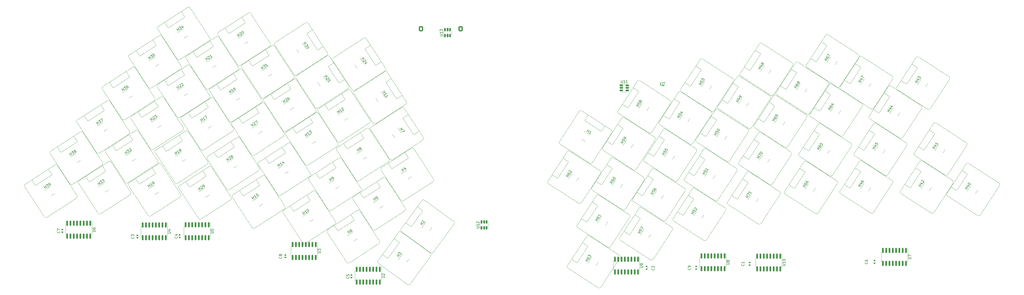
<source format=gto>
%TF.GenerationSoftware,KiCad,Pcbnew,7.0.10-148-g62bb553460*%
%TF.CreationDate,2024-03-27T08:18:12+01:00*%
%TF.ProjectId,bandoneon,62616e64-6f6e-4656-9f6e-2e6b69636164,rev?*%
%TF.SameCoordinates,Original*%
%TF.FileFunction,Legend,Top*%
%TF.FilePolarity,Positive*%
%FSLAX46Y46*%
G04 Gerber Fmt 4.6, Leading zero omitted, Abs format (unit mm)*
G04 Created by KiCad (PCBNEW 7.0.10-148-g62bb553460) date 2024-03-27 08:18:12*
%MOMM*%
%LPD*%
G01*
G04 APERTURE LIST*
G04 Aperture macros list*
%AMRoundRect*
0 Rectangle with rounded corners*
0 $1 Rounding radius*
0 $2 $3 $4 $5 $6 $7 $8 $9 X,Y pos of 4 corners*
0 Add a 4 corners polygon primitive as box body*
4,1,4,$2,$3,$4,$5,$6,$7,$8,$9,$2,$3,0*
0 Add four circle primitives for the rounded corners*
1,1,$1+$1,$2,$3*
1,1,$1+$1,$4,$5*
1,1,$1+$1,$6,$7*
1,1,$1+$1,$8,$9*
0 Add four rect primitives between the rounded corners*
20,1,$1+$1,$2,$3,$4,$5,0*
20,1,$1+$1,$4,$5,$6,$7,0*
20,1,$1+$1,$6,$7,$8,$9,0*
20,1,$1+$1,$8,$9,$2,$3,0*%
G04 Aperture macros list end*
%ADD10C,0.150000*%
%ADD11C,0.120000*%
%ADD12C,0.100000*%
%ADD13RoundRect,0.150000X-0.150000X0.825000X-0.150000X-0.825000X0.150000X-0.825000X0.150000X0.825000X0*%
%ADD14C,1.700000*%
%ADD15RoundRect,0.150000X-0.348123X-0.404928X0.511515X0.153327X0.348123X0.404928X-0.511515X-0.153327X0*%
%ADD16RoundRect,0.150000X-0.153327X-0.511515X0.404928X0.348123X0.153327X0.511515X-0.404928X-0.348123X0*%
%ADD17RoundRect,0.150000X-0.404928X0.348123X0.153327X-0.511515X0.404928X-0.348123X-0.153327X0.511515X0*%
%ADD18C,3.200000*%
%ADD19RoundRect,0.140000X-0.170000X0.140000X-0.170000X-0.140000X0.170000X-0.140000X0.170000X0.140000X0*%
%ADD20RoundRect,0.140000X0.170000X-0.140000X0.170000X0.140000X-0.170000X0.140000X-0.170000X-0.140000X0*%
%ADD21RoundRect,0.150000X-0.179887X-0.502789X0.422592X0.326453X0.179887X0.502789X-0.422592X-0.326453X0*%
%ADD22RoundRect,0.150000X-0.511515X0.153327X0.348123X-0.404928X0.511515X-0.153327X-0.348123X0.404928X0*%
%ADD23RoundRect,0.150000X0.150000X-0.512500X0.150000X0.512500X-0.150000X0.512500X-0.150000X-0.512500X0*%
%ADD24RoundRect,0.150000X-0.512500X-0.150000X0.512500X-0.150000X0.512500X0.150000X-0.512500X0.150000X0*%
%ADD25RoundRect,0.100000X-0.100000X0.130000X-0.100000X-0.130000X0.100000X-0.130000X0.100000X0.130000X0*%
%ADD26R,1.600000X1.600000*%
%ADD27C,1.600000*%
%ADD28C,2.400000*%
%ADD29C,0.762000*%
%ADD30O,1.800000X3.200000*%
%ADD31C,1.800000*%
%ADD32C,2.000000*%
%ADD33O,2.000000X3.600000*%
%ADD34O,2.000000X3.500000*%
%ADD35RoundRect,0.250000X-0.600000X-0.725000X0.600000X-0.725000X0.600000X0.725000X-0.600000X0.725000X0*%
%ADD36O,1.700000X1.950000*%
G04 APERTURE END LIST*
D10*
X356255819Y-216596904D02*
X357065342Y-216596904D01*
X357065342Y-216596904D02*
X357160580Y-216549285D01*
X357160580Y-216549285D02*
X357208200Y-216501666D01*
X357208200Y-216501666D02*
X357255819Y-216406428D01*
X357255819Y-216406428D02*
X357255819Y-216215952D01*
X357255819Y-216215952D02*
X357208200Y-216120714D01*
X357208200Y-216120714D02*
X357160580Y-216073095D01*
X357160580Y-216073095D02*
X357065342Y-216025476D01*
X357065342Y-216025476D02*
X356255819Y-216025476D01*
X357255819Y-215501666D02*
X357255819Y-215311190D01*
X357255819Y-215311190D02*
X357208200Y-215215952D01*
X357208200Y-215215952D02*
X357160580Y-215168333D01*
X357160580Y-215168333D02*
X357017723Y-215073095D01*
X357017723Y-215073095D02*
X356827247Y-215025476D01*
X356827247Y-215025476D02*
X356446295Y-215025476D01*
X356446295Y-215025476D02*
X356351057Y-215073095D01*
X356351057Y-215073095D02*
X356303438Y-215120714D01*
X356303438Y-215120714D02*
X356255819Y-215215952D01*
X356255819Y-215215952D02*
X356255819Y-215406428D01*
X356255819Y-215406428D02*
X356303438Y-215501666D01*
X356303438Y-215501666D02*
X356351057Y-215549285D01*
X356351057Y-215549285D02*
X356446295Y-215596904D01*
X356446295Y-215596904D02*
X356684390Y-215596904D01*
X356684390Y-215596904D02*
X356779628Y-215549285D01*
X356779628Y-215549285D02*
X356827247Y-215501666D01*
X356827247Y-215501666D02*
X356874866Y-215406428D01*
X356874866Y-215406428D02*
X356874866Y-215215952D01*
X356874866Y-215215952D02*
X356827247Y-215120714D01*
X356827247Y-215120714D02*
X356779628Y-215073095D01*
X356779628Y-215073095D02*
X356684390Y-215025476D01*
X147587424Y-161355449D02*
X147042785Y-160516778D01*
X147302137Y-160916145D02*
X147781377Y-160604923D01*
X148066664Y-161044226D02*
X147522025Y-160205556D01*
X147841519Y-159998074D02*
X148360696Y-159660917D01*
X148360696Y-159660917D02*
X148288621Y-160161957D01*
X148288621Y-160161957D02*
X148408431Y-160084151D01*
X148408431Y-160084151D02*
X148514239Y-160072217D01*
X148514239Y-160072217D02*
X148580111Y-160086219D01*
X148580111Y-160086219D02*
X148671918Y-160140157D01*
X148671918Y-160140157D02*
X148801594Y-160339840D01*
X148801594Y-160339840D02*
X148813528Y-160445649D01*
X148813528Y-160445649D02*
X148799526Y-160511521D01*
X148799526Y-160511521D02*
X148745588Y-160603328D01*
X148745588Y-160603328D02*
X148505968Y-160758939D01*
X148505968Y-160758939D02*
X148400159Y-160770873D01*
X148400159Y-160770873D02*
X148334288Y-160756871D01*
X148640253Y-159479370D02*
X149199366Y-159116278D01*
X149199366Y-159116278D02*
X149384575Y-160188365D01*
X137263524Y-173371549D02*
X136718885Y-172532878D01*
X136978237Y-172932245D02*
X137457477Y-172621023D01*
X137742764Y-173060326D02*
X137198125Y-172221656D01*
X137517619Y-172014174D02*
X138036796Y-171677017D01*
X138036796Y-171677017D02*
X137964721Y-172178057D01*
X137964721Y-172178057D02*
X138084531Y-172100251D01*
X138084531Y-172100251D02*
X138190339Y-172088317D01*
X138190339Y-172088317D02*
X138256211Y-172102319D01*
X138256211Y-172102319D02*
X138348018Y-172156257D01*
X138348018Y-172156257D02*
X138477694Y-172355940D01*
X138477694Y-172355940D02*
X138489628Y-172461749D01*
X138489628Y-172461749D02*
X138475626Y-172527621D01*
X138475626Y-172527621D02*
X138421688Y-172619428D01*
X138421688Y-172619428D02*
X138182068Y-172775039D01*
X138182068Y-172775039D02*
X138076259Y-172786973D01*
X138076259Y-172786973D02*
X138010388Y-172772971D01*
X138749453Y-171725225D02*
X138643644Y-171737158D01*
X138643644Y-171737158D02*
X138577773Y-171723157D01*
X138577773Y-171723157D02*
X138485965Y-171669219D01*
X138485965Y-171669219D02*
X138460030Y-171629282D01*
X138460030Y-171629282D02*
X138448097Y-171523473D01*
X138448097Y-171523473D02*
X138462098Y-171457601D01*
X138462098Y-171457601D02*
X138516036Y-171365794D01*
X138516036Y-171365794D02*
X138675783Y-171262054D01*
X138675783Y-171262054D02*
X138781592Y-171250120D01*
X138781592Y-171250120D02*
X138847463Y-171264121D01*
X138847463Y-171264121D02*
X138939271Y-171318060D01*
X138939271Y-171318060D02*
X138965206Y-171357996D01*
X138965206Y-171357996D02*
X138977139Y-171463805D01*
X138977139Y-171463805D02*
X138963138Y-171529677D01*
X138963138Y-171529677D02*
X138909200Y-171621484D01*
X138909200Y-171621484D02*
X138749453Y-171725225D01*
X138749453Y-171725225D02*
X138695515Y-171817032D01*
X138695515Y-171817032D02*
X138681513Y-171882904D01*
X138681513Y-171882904D02*
X138693447Y-171988712D01*
X138693447Y-171988712D02*
X138797188Y-172148459D01*
X138797188Y-172148459D02*
X138888995Y-172202397D01*
X138888995Y-172202397D02*
X138954867Y-172216399D01*
X138954867Y-172216399D02*
X139060675Y-172204465D01*
X139060675Y-172204465D02*
X139220422Y-172100724D01*
X139220422Y-172100724D02*
X139274360Y-172008917D01*
X139274360Y-172008917D02*
X139288362Y-171943045D01*
X139288362Y-171943045D02*
X139276428Y-171837237D01*
X139276428Y-171837237D02*
X139172687Y-171677490D01*
X139172687Y-171677490D02*
X139080880Y-171623552D01*
X139080880Y-171623552D02*
X139015008Y-171609550D01*
X139015008Y-171609550D02*
X138909200Y-171621484D01*
X462711119Y-145387531D02*
X461872449Y-144842892D01*
X462271815Y-145102244D02*
X462583038Y-144623004D01*
X463022341Y-144908291D02*
X462183671Y-144363652D01*
X462955996Y-143786401D02*
X463515110Y-144149494D01*
X462506827Y-143778603D02*
X462976201Y-144367314D01*
X462976201Y-144367314D02*
X463313359Y-143848137D01*
X462909856Y-143245425D02*
X463247014Y-142726248D01*
X463247014Y-142726248D02*
X463384961Y-143213286D01*
X463384961Y-143213286D02*
X463462767Y-143093476D01*
X463462767Y-143093476D02*
X463554574Y-143039538D01*
X463554574Y-143039538D02*
X463620445Y-143025536D01*
X463620445Y-143025536D02*
X463726254Y-143037470D01*
X463726254Y-143037470D02*
X463925938Y-143167146D01*
X463925938Y-143167146D02*
X463979876Y-143258953D01*
X463979876Y-143258953D02*
X463993877Y-143324825D01*
X463993877Y-143324825D02*
X463981944Y-143430633D01*
X463981944Y-143430633D02*
X463826332Y-143670254D01*
X463826332Y-143670254D02*
X463734525Y-143724192D01*
X463734525Y-143724192D02*
X463668653Y-143738193D01*
X257140250Y-148941824D02*
X257978921Y-148397185D01*
X257579554Y-148656537D02*
X257890776Y-149135777D01*
X257451473Y-149421064D02*
X258290143Y-148876425D01*
X257996112Y-150259735D02*
X257684889Y-149780495D01*
X257840501Y-150020115D02*
X258679171Y-149475476D01*
X258679171Y-149475476D02*
X258507491Y-149473408D01*
X258507491Y-149473408D02*
X258375747Y-149445405D01*
X258375747Y-149445405D02*
X258283940Y-149391467D01*
X258514816Y-151058469D02*
X258203593Y-150579229D01*
X258359204Y-150818849D02*
X259197875Y-150274210D01*
X259197875Y-150274210D02*
X259026195Y-150272142D01*
X259026195Y-150272142D02*
X258894451Y-150244139D01*
X258894451Y-150244139D02*
X258802644Y-150190201D01*
X210915024Y-140080149D02*
X210370385Y-139241478D01*
X210629737Y-139640845D02*
X211108977Y-139329623D01*
X211394264Y-139768926D02*
X210849625Y-138930256D01*
X211169119Y-138722774D02*
X211688296Y-138385617D01*
X211688296Y-138385617D02*
X211616221Y-138886657D01*
X211616221Y-138886657D02*
X211736031Y-138808851D01*
X211736031Y-138808851D02*
X211841839Y-138796917D01*
X211841839Y-138796917D02*
X211907711Y-138810919D01*
X211907711Y-138810919D02*
X211999518Y-138864857D01*
X211999518Y-138864857D02*
X212129194Y-139064540D01*
X212129194Y-139064540D02*
X212141128Y-139170349D01*
X212141128Y-139170349D02*
X212127126Y-139236221D01*
X212127126Y-139236221D02*
X212073188Y-139328028D01*
X212073188Y-139328028D02*
X211833568Y-139483639D01*
X211833568Y-139483639D02*
X211727759Y-139495573D01*
X211727759Y-139495573D02*
X211661888Y-139481571D01*
X213031669Y-138705583D02*
X212552429Y-139016806D01*
X212792049Y-138861195D02*
X212247410Y-138022524D01*
X212247410Y-138022524D02*
X212245342Y-138194204D01*
X212245342Y-138194204D02*
X212217339Y-138325948D01*
X212217339Y-138325948D02*
X212163401Y-138417755D01*
X217270324Y-177659649D02*
X216725685Y-176820978D01*
X216985037Y-177220345D02*
X217464277Y-176909123D01*
X217749564Y-177348426D02*
X217204925Y-176509756D01*
X218588235Y-176803787D02*
X218108995Y-177115010D01*
X218348615Y-176959398D02*
X217803976Y-176120728D01*
X217803976Y-176120728D02*
X217801908Y-176292408D01*
X217801908Y-176292408D02*
X217773905Y-176424152D01*
X217773905Y-176424152D02*
X217719967Y-176515959D01*
X218944003Y-175777840D02*
X219307095Y-176336954D01*
X218536838Y-175588022D02*
X218726182Y-176316749D01*
X218726182Y-176316749D02*
X219245359Y-175979591D01*
X407817119Y-160107531D02*
X406978449Y-159562892D01*
X407377815Y-159822244D02*
X407689038Y-159343004D01*
X408128341Y-159628291D02*
X407289671Y-159083652D01*
X407782439Y-158324855D02*
X407678699Y-158484602D01*
X407678699Y-158484602D02*
X407666765Y-158590410D01*
X407666765Y-158590410D02*
X407680767Y-158656282D01*
X407680767Y-158656282D02*
X407748706Y-158813961D01*
X407748706Y-158813961D02*
X407882518Y-158957639D01*
X407882518Y-158957639D02*
X408202011Y-159165120D01*
X408202011Y-159165120D02*
X408307820Y-159177054D01*
X408307820Y-159177054D02*
X408373692Y-159163052D01*
X408373692Y-159163052D02*
X408465499Y-159109114D01*
X408465499Y-159109114D02*
X408569240Y-158949367D01*
X408569240Y-158949367D02*
X408581173Y-158843559D01*
X408581173Y-158843559D02*
X408567172Y-158777687D01*
X408567172Y-158777687D02*
X408513234Y-158685880D01*
X408513234Y-158685880D02*
X408313550Y-158556204D01*
X408313550Y-158556204D02*
X408207742Y-158544270D01*
X408207742Y-158544270D02*
X408141870Y-158558272D01*
X408141870Y-158558272D02*
X408050063Y-158612210D01*
X408050063Y-158612210D02*
X407946322Y-158771957D01*
X407946322Y-158771957D02*
X407934388Y-158877765D01*
X407934388Y-158877765D02*
X407948390Y-158943637D01*
X407948390Y-158943637D02*
X408002328Y-159035444D01*
X408932332Y-158390254D02*
X409036073Y-158230507D01*
X409036073Y-158230507D02*
X409048007Y-158124698D01*
X409048007Y-158124698D02*
X409034005Y-158058826D01*
X409034005Y-158058826D02*
X408966066Y-157901147D01*
X408966066Y-157901147D02*
X408832254Y-157757470D01*
X408832254Y-157757470D02*
X408512761Y-157549988D01*
X408512761Y-157549988D02*
X408406952Y-157538055D01*
X408406952Y-157538055D02*
X408341080Y-157552056D01*
X408341080Y-157552056D02*
X408249273Y-157605994D01*
X408249273Y-157605994D02*
X408145532Y-157765741D01*
X408145532Y-157765741D02*
X408133599Y-157871550D01*
X408133599Y-157871550D02*
X408147600Y-157937422D01*
X408147600Y-157937422D02*
X408201538Y-158029229D01*
X408201538Y-158029229D02*
X408401222Y-158158905D01*
X408401222Y-158158905D02*
X408507030Y-158170838D01*
X408507030Y-158170838D02*
X408572902Y-158156837D01*
X408572902Y-158156837D02*
X408664709Y-158102899D01*
X408664709Y-158102899D02*
X408768450Y-157943152D01*
X408768450Y-157943152D02*
X408780384Y-157837343D01*
X408780384Y-157837343D02*
X408766382Y-157771471D01*
X408766382Y-157771471D02*
X408712444Y-157679664D01*
X396091580Y-215270666D02*
X396139200Y-215318285D01*
X396139200Y-215318285D02*
X396186819Y-215461142D01*
X396186819Y-215461142D02*
X396186819Y-215556380D01*
X396186819Y-215556380D02*
X396139200Y-215699237D01*
X396139200Y-215699237D02*
X396043961Y-215794475D01*
X396043961Y-215794475D02*
X395948723Y-215842094D01*
X395948723Y-215842094D02*
X395758247Y-215889713D01*
X395758247Y-215889713D02*
X395615390Y-215889713D01*
X395615390Y-215889713D02*
X395424914Y-215842094D01*
X395424914Y-215842094D02*
X395329676Y-215794475D01*
X395329676Y-215794475D02*
X395234438Y-215699237D01*
X395234438Y-215699237D02*
X395186819Y-215556380D01*
X395186819Y-215556380D02*
X395186819Y-215461142D01*
X395186819Y-215461142D02*
X395234438Y-215318285D01*
X395234438Y-215318285D02*
X395282057Y-215270666D01*
X396186819Y-214318285D02*
X396186819Y-214889713D01*
X396186819Y-214603999D02*
X395186819Y-214603999D01*
X395186819Y-214603999D02*
X395329676Y-214699237D01*
X395329676Y-214699237D02*
X395424914Y-214794475D01*
X395424914Y-214794475D02*
X395472533Y-214889713D01*
X254108191Y-190727297D02*
X253563552Y-189888626D01*
X253822903Y-190287993D02*
X254302144Y-189976771D01*
X254587431Y-190416075D02*
X254042792Y-189577404D01*
X254841526Y-189058700D02*
X254442159Y-189318052D01*
X254442159Y-189318052D02*
X254661574Y-189743354D01*
X254661574Y-189743354D02*
X254675576Y-189677482D01*
X254675576Y-189677482D02*
X254729514Y-189585675D01*
X254729514Y-189585675D02*
X254929197Y-189455999D01*
X254929197Y-189455999D02*
X255035006Y-189444066D01*
X255035006Y-189444066D02*
X255100878Y-189458067D01*
X255100878Y-189458067D02*
X255192685Y-189512005D01*
X255192685Y-189512005D02*
X255322361Y-189711689D01*
X255322361Y-189711689D02*
X255334294Y-189817497D01*
X255334294Y-189817497D02*
X255320293Y-189883369D01*
X255320293Y-189883369D02*
X255266355Y-189975176D01*
X255266355Y-189975176D02*
X255066671Y-190104852D01*
X255066671Y-190104852D02*
X254960863Y-190116786D01*
X254960863Y-190116786D02*
X254894991Y-190102785D01*
X469395319Y-170844431D02*
X468556649Y-170299792D01*
X468956015Y-170559144D02*
X469267238Y-170079904D01*
X469706541Y-170365191D02*
X468867871Y-169820552D01*
X469640196Y-169243301D02*
X470199310Y-169606394D01*
X469191027Y-169235503D02*
X469660401Y-169824214D01*
X469660401Y-169824214D02*
X469997559Y-169305037D01*
X470769884Y-168727787D02*
X470458662Y-169207027D01*
X470614273Y-168967407D02*
X469775603Y-168422768D01*
X469775603Y-168422768D02*
X469843542Y-168580447D01*
X469843542Y-168580447D02*
X469871545Y-168712190D01*
X469871545Y-168712190D02*
X469859612Y-168817999D01*
X361547580Y-216955666D02*
X361595200Y-217003285D01*
X361595200Y-217003285D02*
X361642819Y-217146142D01*
X361642819Y-217146142D02*
X361642819Y-217241380D01*
X361642819Y-217241380D02*
X361595200Y-217384237D01*
X361595200Y-217384237D02*
X361499961Y-217479475D01*
X361499961Y-217479475D02*
X361404723Y-217527094D01*
X361404723Y-217527094D02*
X361214247Y-217574713D01*
X361214247Y-217574713D02*
X361071390Y-217574713D01*
X361071390Y-217574713D02*
X360880914Y-217527094D01*
X360880914Y-217527094D02*
X360785676Y-217479475D01*
X360785676Y-217479475D02*
X360690438Y-217384237D01*
X360690438Y-217384237D02*
X360642819Y-217241380D01*
X360642819Y-217241380D02*
X360642819Y-217146142D01*
X360642819Y-217146142D02*
X360690438Y-217003285D01*
X360690438Y-217003285D02*
X360738057Y-216955666D01*
X360738057Y-216574713D02*
X360690438Y-216527094D01*
X360690438Y-216527094D02*
X360642819Y-216431856D01*
X360642819Y-216431856D02*
X360642819Y-216193761D01*
X360642819Y-216193761D02*
X360690438Y-216098523D01*
X360690438Y-216098523D02*
X360738057Y-216050904D01*
X360738057Y-216050904D02*
X360833295Y-216003285D01*
X360833295Y-216003285D02*
X360928533Y-216003285D01*
X360928533Y-216003285D02*
X361071390Y-216050904D01*
X361071390Y-216050904D02*
X361642819Y-216622332D01*
X361642819Y-216622332D02*
X361642819Y-216003285D01*
X339734519Y-198629331D02*
X338895849Y-198084692D01*
X339295215Y-198344044D02*
X339606438Y-197864804D01*
X340045741Y-198150091D02*
X339207071Y-197605452D01*
X339699839Y-196846655D02*
X339596099Y-197006402D01*
X339596099Y-197006402D02*
X339584165Y-197112210D01*
X339584165Y-197112210D02*
X339598167Y-197178082D01*
X339598167Y-197178082D02*
X339666106Y-197335761D01*
X339666106Y-197335761D02*
X339799918Y-197479439D01*
X339799918Y-197479439D02*
X340119411Y-197686920D01*
X340119411Y-197686920D02*
X340225220Y-197698854D01*
X340225220Y-197698854D02*
X340291092Y-197684852D01*
X340291092Y-197684852D02*
X340382899Y-197630914D01*
X340382899Y-197630914D02*
X340486640Y-197471167D01*
X340486640Y-197471167D02*
X340498573Y-197365359D01*
X340498573Y-197365359D02*
X340484572Y-197299487D01*
X340484572Y-197299487D02*
X340430634Y-197207680D01*
X340430634Y-197207680D02*
X340230950Y-197078004D01*
X340230950Y-197078004D02*
X340125142Y-197066070D01*
X340125142Y-197066070D02*
X340059270Y-197080072D01*
X340059270Y-197080072D02*
X339967463Y-197134010D01*
X339967463Y-197134010D02*
X339863722Y-197293757D01*
X339863722Y-197293757D02*
X339851788Y-197399565D01*
X339851788Y-197399565D02*
X339865790Y-197465437D01*
X339865790Y-197465437D02*
X339919728Y-197557244D01*
X341109084Y-196512687D02*
X340797862Y-196991927D01*
X340953473Y-196752307D02*
X340114803Y-196207668D01*
X340114803Y-196207668D02*
X340182742Y-196365347D01*
X340182742Y-196365347D02*
X340210745Y-196497090D01*
X340210745Y-196497090D02*
X340198812Y-196602899D01*
X416276219Y-147374331D02*
X415437549Y-146829692D01*
X415836915Y-147089044D02*
X416148138Y-146609804D01*
X416587441Y-146895091D02*
X415748771Y-146350452D01*
X416241539Y-145591655D02*
X416137799Y-145751402D01*
X416137799Y-145751402D02*
X416125865Y-145857210D01*
X416125865Y-145857210D02*
X416139867Y-145923082D01*
X416139867Y-145923082D02*
X416207806Y-146080761D01*
X416207806Y-146080761D02*
X416341618Y-146224439D01*
X416341618Y-146224439D02*
X416661111Y-146431920D01*
X416661111Y-146431920D02*
X416766920Y-146443854D01*
X416766920Y-146443854D02*
X416832792Y-146429852D01*
X416832792Y-146429852D02*
X416924599Y-146375914D01*
X416924599Y-146375914D02*
X417028340Y-146216167D01*
X417028340Y-146216167D02*
X417040273Y-146110359D01*
X417040273Y-146110359D02*
X417026272Y-146044487D01*
X417026272Y-146044487D02*
X416972334Y-145952680D01*
X416972334Y-145952680D02*
X416772650Y-145823004D01*
X416772650Y-145823004D02*
X416666842Y-145811070D01*
X416666842Y-145811070D02*
X416600970Y-145825072D01*
X416600970Y-145825072D02*
X416509163Y-145879010D01*
X416509163Y-145879010D02*
X416405422Y-146038757D01*
X416405422Y-146038757D02*
X416393488Y-146144565D01*
X416393488Y-146144565D02*
X416407490Y-146210437D01*
X416407490Y-146210437D02*
X416461428Y-146302244D01*
X416964062Y-145265958D02*
X416872255Y-145319896D01*
X416872255Y-145319896D02*
X416806383Y-145333898D01*
X416806383Y-145333898D02*
X416700575Y-145321964D01*
X416700575Y-145321964D02*
X416660638Y-145296029D01*
X416660638Y-145296029D02*
X416606700Y-145204222D01*
X416606700Y-145204222D02*
X416592699Y-145138350D01*
X416592699Y-145138350D02*
X416604632Y-145032541D01*
X416604632Y-145032541D02*
X416708373Y-144872794D01*
X416708373Y-144872794D02*
X416800180Y-144818856D01*
X416800180Y-144818856D02*
X416866052Y-144804855D01*
X416866052Y-144804855D02*
X416971861Y-144816788D01*
X416971861Y-144816788D02*
X417011797Y-144842724D01*
X417011797Y-144842724D02*
X417065735Y-144934531D01*
X417065735Y-144934531D02*
X417079737Y-145000402D01*
X417079737Y-145000402D02*
X417067803Y-145106211D01*
X417067803Y-145106211D02*
X416964062Y-145265958D01*
X416964062Y-145265958D02*
X416952129Y-145371766D01*
X416952129Y-145371766D02*
X416966130Y-145437638D01*
X416966130Y-145437638D02*
X417020068Y-145529445D01*
X417020068Y-145529445D02*
X417179815Y-145633186D01*
X417179815Y-145633186D02*
X417285624Y-145645120D01*
X417285624Y-145645120D02*
X417351496Y-145631118D01*
X417351496Y-145631118D02*
X417443303Y-145577180D01*
X417443303Y-145577180D02*
X417547044Y-145417433D01*
X417547044Y-145417433D02*
X417558977Y-145311625D01*
X417558977Y-145311625D02*
X417544976Y-145245753D01*
X417544976Y-145245753D02*
X417491038Y-145153946D01*
X417491038Y-145153946D02*
X417331291Y-145050205D01*
X417331291Y-145050205D02*
X417225482Y-145038271D01*
X417225482Y-145038271D02*
X417159610Y-145052273D01*
X417159610Y-145052273D02*
X417067803Y-145106211D01*
X244199580Y-220158666D02*
X244247200Y-220206285D01*
X244247200Y-220206285D02*
X244294819Y-220349142D01*
X244294819Y-220349142D02*
X244294819Y-220444380D01*
X244294819Y-220444380D02*
X244247200Y-220587237D01*
X244247200Y-220587237D02*
X244151961Y-220682475D01*
X244151961Y-220682475D02*
X244056723Y-220730094D01*
X244056723Y-220730094D02*
X243866247Y-220777713D01*
X243866247Y-220777713D02*
X243723390Y-220777713D01*
X243723390Y-220777713D02*
X243532914Y-220730094D01*
X243532914Y-220730094D02*
X243437676Y-220682475D01*
X243437676Y-220682475D02*
X243342438Y-220587237D01*
X243342438Y-220587237D02*
X243294819Y-220444380D01*
X243294819Y-220444380D02*
X243294819Y-220349142D01*
X243294819Y-220349142D02*
X243342438Y-220206285D01*
X243342438Y-220206285D02*
X243390057Y-220158666D01*
X243294819Y-219253904D02*
X243294819Y-219730094D01*
X243294819Y-219730094D02*
X243771009Y-219777713D01*
X243771009Y-219777713D02*
X243723390Y-219730094D01*
X243723390Y-219730094D02*
X243675771Y-219634856D01*
X243675771Y-219634856D02*
X243675771Y-219396761D01*
X243675771Y-219396761D02*
X243723390Y-219301523D01*
X243723390Y-219301523D02*
X243771009Y-219253904D01*
X243771009Y-219253904D02*
X243866247Y-219206285D01*
X243866247Y-219206285D02*
X244104342Y-219206285D01*
X244104342Y-219206285D02*
X244199580Y-219253904D01*
X244199580Y-219253904D02*
X244247200Y-219301523D01*
X244247200Y-219301523D02*
X244294819Y-219396761D01*
X244294819Y-219396761D02*
X244294819Y-219634856D01*
X244294819Y-219634856D02*
X244247200Y-219730094D01*
X244247200Y-219730094D02*
X244199580Y-219777713D01*
X186738824Y-186766649D02*
X186194185Y-185927978D01*
X186453537Y-186327345D02*
X186932777Y-186016123D01*
X187218064Y-186455426D02*
X186673425Y-185616756D01*
X187084726Y-185463212D02*
X187098727Y-185397341D01*
X187098727Y-185397341D02*
X187152666Y-185305533D01*
X187152666Y-185305533D02*
X187352349Y-185175857D01*
X187352349Y-185175857D02*
X187458158Y-185163924D01*
X187458158Y-185163924D02*
X187524030Y-185177925D01*
X187524030Y-185177925D02*
X187615837Y-185231863D01*
X187615837Y-185231863D02*
X187667707Y-185311737D01*
X187667707Y-185311737D02*
X187705576Y-185457482D01*
X187705576Y-185457482D02*
X187537558Y-186247945D01*
X187537558Y-186247945D02*
X188056735Y-185910787D01*
X188456102Y-185651435D02*
X188615849Y-185547695D01*
X188615849Y-185547695D02*
X188669787Y-185455887D01*
X188669787Y-185455887D02*
X188683788Y-185390016D01*
X188683788Y-185390016D02*
X188685856Y-185218335D01*
X188685856Y-185218335D02*
X188622052Y-185032653D01*
X188622052Y-185032653D02*
X188414571Y-184713160D01*
X188414571Y-184713160D02*
X188322763Y-184659221D01*
X188322763Y-184659221D02*
X188256892Y-184645220D01*
X188256892Y-184645220D02*
X188151083Y-184657154D01*
X188151083Y-184657154D02*
X187991336Y-184760894D01*
X187991336Y-184760894D02*
X187937398Y-184852701D01*
X187937398Y-184852701D02*
X187923397Y-184918573D01*
X187923397Y-184918573D02*
X187935330Y-185024382D01*
X187935330Y-185024382D02*
X188065006Y-185224065D01*
X188065006Y-185224065D02*
X188156813Y-185278004D01*
X188156813Y-185278004D02*
X188222685Y-185292005D01*
X188222685Y-185292005D02*
X188328494Y-185280071D01*
X188328494Y-185280071D02*
X188488241Y-185176331D01*
X188488241Y-185176331D02*
X188542179Y-185084524D01*
X188542179Y-185084524D02*
X188556180Y-185018652D01*
X188556180Y-185018652D02*
X188544247Y-184912843D01*
X198601524Y-149276649D02*
X198056885Y-148437978D01*
X198316237Y-148837345D02*
X198795477Y-148526123D01*
X199080764Y-148965426D02*
X198536125Y-148126756D01*
X199919435Y-148420787D02*
X199440195Y-148732010D01*
X199679815Y-148576398D02*
X199135176Y-147737728D01*
X199135176Y-147737728D02*
X199133108Y-147909408D01*
X199133108Y-147909408D02*
X199105105Y-148041152D01*
X199105105Y-148041152D02*
X199051167Y-148132959D01*
X200093656Y-147115283D02*
X199933910Y-147219024D01*
X199933910Y-147219024D02*
X199879971Y-147310831D01*
X199879971Y-147310831D02*
X199865970Y-147376703D01*
X199865970Y-147376703D02*
X199863902Y-147548383D01*
X199863902Y-147548383D02*
X199927706Y-147734065D01*
X199927706Y-147734065D02*
X200135188Y-148053559D01*
X200135188Y-148053559D02*
X200226995Y-148107497D01*
X200226995Y-148107497D02*
X200292867Y-148121499D01*
X200292867Y-148121499D02*
X200398675Y-148109565D01*
X200398675Y-148109565D02*
X200558422Y-148005824D01*
X200558422Y-148005824D02*
X200612360Y-147914017D01*
X200612360Y-147914017D02*
X200626362Y-147848145D01*
X200626362Y-147848145D02*
X200614428Y-147742337D01*
X200614428Y-147742337D02*
X200484752Y-147542653D01*
X200484752Y-147542653D02*
X200392945Y-147488715D01*
X200392945Y-147488715D02*
X200327073Y-147474713D01*
X200327073Y-147474713D02*
X200221265Y-147486647D01*
X200221265Y-147486647D02*
X200061518Y-147590388D01*
X200061518Y-147590388D02*
X200007580Y-147682195D01*
X200007580Y-147682195D02*
X199993578Y-147748067D01*
X199993578Y-147748067D02*
X200005512Y-147853875D01*
X218291580Y-212411666D02*
X218339200Y-212459285D01*
X218339200Y-212459285D02*
X218386819Y-212602142D01*
X218386819Y-212602142D02*
X218386819Y-212697380D01*
X218386819Y-212697380D02*
X218339200Y-212840237D01*
X218339200Y-212840237D02*
X218243961Y-212935475D01*
X218243961Y-212935475D02*
X218148723Y-212983094D01*
X218148723Y-212983094D02*
X217958247Y-213030713D01*
X217958247Y-213030713D02*
X217815390Y-213030713D01*
X217815390Y-213030713D02*
X217624914Y-212983094D01*
X217624914Y-212983094D02*
X217529676Y-212935475D01*
X217529676Y-212935475D02*
X217434438Y-212840237D01*
X217434438Y-212840237D02*
X217386819Y-212697380D01*
X217386819Y-212697380D02*
X217386819Y-212602142D01*
X217386819Y-212602142D02*
X217434438Y-212459285D01*
X217434438Y-212459285D02*
X217482057Y-212411666D01*
X217815390Y-211840237D02*
X217767771Y-211935475D01*
X217767771Y-211935475D02*
X217720152Y-211983094D01*
X217720152Y-211983094D02*
X217624914Y-212030713D01*
X217624914Y-212030713D02*
X217577295Y-212030713D01*
X217577295Y-212030713D02*
X217482057Y-211983094D01*
X217482057Y-211983094D02*
X217434438Y-211935475D01*
X217434438Y-211935475D02*
X217386819Y-211840237D01*
X217386819Y-211840237D02*
X217386819Y-211649761D01*
X217386819Y-211649761D02*
X217434438Y-211554523D01*
X217434438Y-211554523D02*
X217482057Y-211506904D01*
X217482057Y-211506904D02*
X217577295Y-211459285D01*
X217577295Y-211459285D02*
X217624914Y-211459285D01*
X217624914Y-211459285D02*
X217720152Y-211506904D01*
X217720152Y-211506904D02*
X217767771Y-211554523D01*
X217767771Y-211554523D02*
X217815390Y-211649761D01*
X217815390Y-211649761D02*
X217815390Y-211840237D01*
X217815390Y-211840237D02*
X217863009Y-211935475D01*
X217863009Y-211935475D02*
X217910628Y-211983094D01*
X217910628Y-211983094D02*
X218005866Y-212030713D01*
X218005866Y-212030713D02*
X218196342Y-212030713D01*
X218196342Y-212030713D02*
X218291580Y-211983094D01*
X218291580Y-211983094D02*
X218339200Y-211935475D01*
X218339200Y-211935475D02*
X218386819Y-211840237D01*
X218386819Y-211840237D02*
X218386819Y-211649761D01*
X218386819Y-211649761D02*
X218339200Y-211554523D01*
X218339200Y-211554523D02*
X218291580Y-211506904D01*
X218291580Y-211506904D02*
X218196342Y-211459285D01*
X218196342Y-211459285D02*
X218005866Y-211459285D01*
X218005866Y-211459285D02*
X217910628Y-211506904D01*
X217910628Y-211506904D02*
X217863009Y-211554523D01*
X217863009Y-211554523D02*
X217815390Y-211649761D01*
X177711824Y-172989749D02*
X177167185Y-172151078D01*
X177426537Y-172550445D02*
X177905777Y-172239223D01*
X178191064Y-172678526D02*
X177646425Y-171839856D01*
X179029735Y-172133887D02*
X178550495Y-172445110D01*
X178790115Y-172289498D02*
X178245476Y-171450828D01*
X178245476Y-171450828D02*
X178243408Y-171622508D01*
X178243408Y-171622508D02*
X178215405Y-171754252D01*
X178215405Y-171754252D02*
X178161467Y-171846059D01*
X179197753Y-171343425D02*
X179091944Y-171355358D01*
X179091944Y-171355358D02*
X179026073Y-171341357D01*
X179026073Y-171341357D02*
X178934265Y-171287419D01*
X178934265Y-171287419D02*
X178908330Y-171247482D01*
X178908330Y-171247482D02*
X178896397Y-171141673D01*
X178896397Y-171141673D02*
X178910398Y-171075801D01*
X178910398Y-171075801D02*
X178964336Y-170983994D01*
X178964336Y-170983994D02*
X179124083Y-170880254D01*
X179124083Y-170880254D02*
X179229892Y-170868320D01*
X179229892Y-170868320D02*
X179295763Y-170882321D01*
X179295763Y-170882321D02*
X179387571Y-170936260D01*
X179387571Y-170936260D02*
X179413506Y-170976196D01*
X179413506Y-170976196D02*
X179425439Y-171082005D01*
X179425439Y-171082005D02*
X179411438Y-171147877D01*
X179411438Y-171147877D02*
X179357500Y-171239684D01*
X179357500Y-171239684D02*
X179197753Y-171343425D01*
X179197753Y-171343425D02*
X179143815Y-171435232D01*
X179143815Y-171435232D02*
X179129813Y-171501104D01*
X179129813Y-171501104D02*
X179141747Y-171606912D01*
X179141747Y-171606912D02*
X179245488Y-171766659D01*
X179245488Y-171766659D02*
X179337295Y-171820597D01*
X179337295Y-171820597D02*
X179403167Y-171834599D01*
X179403167Y-171834599D02*
X179508975Y-171822665D01*
X179508975Y-171822665D02*
X179668722Y-171718924D01*
X179668722Y-171718924D02*
X179722660Y-171627117D01*
X179722660Y-171627117D02*
X179736662Y-171561245D01*
X179736662Y-171561245D02*
X179724728Y-171455437D01*
X179724728Y-171455437D02*
X179620987Y-171295690D01*
X179620987Y-171295690D02*
X179529180Y-171241752D01*
X179529180Y-171241752D02*
X179463308Y-171227750D01*
X179463308Y-171227750D02*
X179357500Y-171239684D01*
X355517119Y-154547531D02*
X354678449Y-154002892D01*
X355077815Y-154262244D02*
X355389038Y-153783004D01*
X355828341Y-154068291D02*
X354989671Y-153523652D01*
X355508375Y-152724918D02*
X355249023Y-153124285D01*
X355249023Y-153124285D02*
X355622454Y-153423574D01*
X355622454Y-153423574D02*
X355608453Y-153357702D01*
X355608453Y-153357702D02*
X355620387Y-153251893D01*
X355620387Y-153251893D02*
X355750063Y-153052210D01*
X355750063Y-153052210D02*
X355841870Y-152998272D01*
X355841870Y-152998272D02*
X355907742Y-152984270D01*
X355907742Y-152984270D02*
X356013550Y-152996204D01*
X356013550Y-152996204D02*
X356213234Y-153125880D01*
X356213234Y-153125880D02*
X356267172Y-153217687D01*
X356267172Y-153217687D02*
X356281173Y-153283559D01*
X356281173Y-153283559D02*
X356269240Y-153389367D01*
X356269240Y-153389367D02*
X356139564Y-153589051D01*
X356139564Y-153589051D02*
X356047757Y-153642989D01*
X356047757Y-153642989D02*
X355981885Y-153656990D01*
X356204962Y-152439158D02*
X356113155Y-152493096D01*
X356113155Y-152493096D02*
X356047283Y-152507098D01*
X356047283Y-152507098D02*
X355941475Y-152495164D01*
X355941475Y-152495164D02*
X355901538Y-152469229D01*
X355901538Y-152469229D02*
X355847600Y-152377422D01*
X355847600Y-152377422D02*
X355833599Y-152311550D01*
X355833599Y-152311550D02*
X355845532Y-152205741D01*
X355845532Y-152205741D02*
X355949273Y-152045994D01*
X355949273Y-152045994D02*
X356041080Y-151992056D01*
X356041080Y-151992056D02*
X356106952Y-151978055D01*
X356106952Y-151978055D02*
X356212761Y-151989988D01*
X356212761Y-151989988D02*
X356252697Y-152015924D01*
X356252697Y-152015924D02*
X356306635Y-152107731D01*
X356306635Y-152107731D02*
X356320637Y-152173602D01*
X356320637Y-152173602D02*
X356308703Y-152279411D01*
X356308703Y-152279411D02*
X356204962Y-152439158D01*
X356204962Y-152439158D02*
X356193029Y-152544966D01*
X356193029Y-152544966D02*
X356207030Y-152610838D01*
X356207030Y-152610838D02*
X356260968Y-152702645D01*
X356260968Y-152702645D02*
X356420715Y-152806386D01*
X356420715Y-152806386D02*
X356526524Y-152818320D01*
X356526524Y-152818320D02*
X356592396Y-152804318D01*
X356592396Y-152804318D02*
X356684203Y-152750380D01*
X356684203Y-152750380D02*
X356787944Y-152590633D01*
X356787944Y-152590633D02*
X356799877Y-152484825D01*
X356799877Y-152484825D02*
X356785876Y-152418953D01*
X356785876Y-152418953D02*
X356731938Y-152327146D01*
X356731938Y-152327146D02*
X356572191Y-152223405D01*
X356572191Y-152223405D02*
X356466382Y-152211471D01*
X356466382Y-152211471D02*
X356400510Y-152225473D01*
X356400510Y-152225473D02*
X356308703Y-152279411D01*
X237118491Y-183203797D02*
X236573852Y-182365126D01*
X236833203Y-182764493D02*
X237312444Y-182453271D01*
X237597731Y-182892575D02*
X237053092Y-182053904D01*
X238037035Y-182607288D02*
X238196781Y-182503547D01*
X238196781Y-182503547D02*
X238250719Y-182411740D01*
X238250719Y-182411740D02*
X238264721Y-182345868D01*
X238264721Y-182345868D02*
X238266789Y-182174187D01*
X238266789Y-182174187D02*
X238202985Y-181988505D01*
X238202985Y-181988505D02*
X237995503Y-181669012D01*
X237995503Y-181669012D02*
X237903696Y-181615074D01*
X237903696Y-181615074D02*
X237837824Y-181601072D01*
X237837824Y-181601072D02*
X237732016Y-181613006D01*
X237732016Y-181613006D02*
X237572269Y-181716747D01*
X237572269Y-181716747D02*
X237518331Y-181808554D01*
X237518331Y-181808554D02*
X237504329Y-181874426D01*
X237504329Y-181874426D02*
X237516263Y-181980234D01*
X237516263Y-181980234D02*
X237645939Y-182179918D01*
X237645939Y-182179918D02*
X237737746Y-182233856D01*
X237737746Y-182233856D02*
X237803618Y-182247857D01*
X237803618Y-182247857D02*
X237909426Y-182235924D01*
X237909426Y-182235924D02*
X238069173Y-182132183D01*
X238069173Y-182132183D02*
X238123111Y-182040376D01*
X238123111Y-182040376D02*
X238137113Y-181974504D01*
X238137113Y-181974504D02*
X238125179Y-181868695D01*
X227788824Y-166001649D02*
X227244185Y-165162978D01*
X227503537Y-165562345D02*
X227982777Y-165251123D01*
X228268064Y-165690426D02*
X227723425Y-164851756D01*
X229106735Y-165145787D02*
X228627495Y-165457010D01*
X228867115Y-165301398D02*
X228322476Y-164462728D01*
X228322476Y-164462728D02*
X228320408Y-164634408D01*
X228320408Y-164634408D02*
X228292405Y-164766152D01*
X228292405Y-164766152D02*
X228238467Y-164857959D01*
X228841653Y-164125570D02*
X229360830Y-163788413D01*
X229360830Y-163788413D02*
X229288754Y-164289453D01*
X229288754Y-164289453D02*
X229408565Y-164211647D01*
X229408565Y-164211647D02*
X229514373Y-164199713D01*
X229514373Y-164199713D02*
X229580245Y-164213715D01*
X229580245Y-164213715D02*
X229672052Y-164267653D01*
X229672052Y-164267653D02*
X229801728Y-164467337D01*
X229801728Y-164467337D02*
X229813662Y-164573145D01*
X229813662Y-164573145D02*
X229799660Y-164639017D01*
X229799660Y-164639017D02*
X229745722Y-164730824D01*
X229745722Y-164730824D02*
X229506102Y-164886435D01*
X229506102Y-164886435D02*
X229400293Y-164898369D01*
X229400293Y-164898369D02*
X229334421Y-164884368D01*
X393886119Y-152793531D02*
X393047449Y-152248892D01*
X393446815Y-152508244D02*
X393758038Y-152029004D01*
X394197341Y-152314291D02*
X393358671Y-151769652D01*
X394130996Y-151192401D02*
X394690110Y-151555494D01*
X393681827Y-151184603D02*
X394151201Y-151773314D01*
X394151201Y-151773314D02*
X394488359Y-151254137D01*
X395001332Y-151076254D02*
X395105073Y-150916507D01*
X395105073Y-150916507D02*
X395117007Y-150810698D01*
X395117007Y-150810698D02*
X395103005Y-150744826D01*
X395103005Y-150744826D02*
X395035066Y-150587147D01*
X395035066Y-150587147D02*
X394901254Y-150443470D01*
X394901254Y-150443470D02*
X394581761Y-150235988D01*
X394581761Y-150235988D02*
X394475952Y-150224055D01*
X394475952Y-150224055D02*
X394410080Y-150238056D01*
X394410080Y-150238056D02*
X394318273Y-150291994D01*
X394318273Y-150291994D02*
X394214532Y-150451741D01*
X394214532Y-150451741D02*
X394202599Y-150557550D01*
X394202599Y-150557550D02*
X394216600Y-150623422D01*
X394216600Y-150623422D02*
X394270538Y-150715229D01*
X394270538Y-150715229D02*
X394470222Y-150844905D01*
X394470222Y-150844905D02*
X394576030Y-150856838D01*
X394576030Y-150856838D02*
X394641902Y-150842837D01*
X394641902Y-150842837D02*
X394733709Y-150788899D01*
X394733709Y-150788899D02*
X394837450Y-150629152D01*
X394837450Y-150629152D02*
X394849384Y-150523343D01*
X394849384Y-150523343D02*
X394835382Y-150457471D01*
X394835382Y-150457471D02*
X394781444Y-150365664D01*
X402438719Y-140093531D02*
X401600049Y-139548892D01*
X401999415Y-139808244D02*
X402310638Y-139329004D01*
X402749941Y-139614291D02*
X401911271Y-139069652D01*
X402683596Y-138492401D02*
X403242710Y-138855494D01*
X402234427Y-138484603D02*
X402703801Y-139073314D01*
X402703801Y-139073314D02*
X403040959Y-138554137D01*
X403126562Y-137985158D02*
X403034755Y-138039096D01*
X403034755Y-138039096D02*
X402968883Y-138053098D01*
X402968883Y-138053098D02*
X402863075Y-138041164D01*
X402863075Y-138041164D02*
X402823138Y-138015229D01*
X402823138Y-138015229D02*
X402769200Y-137923422D01*
X402769200Y-137923422D02*
X402755199Y-137857550D01*
X402755199Y-137857550D02*
X402767132Y-137751741D01*
X402767132Y-137751741D02*
X402870873Y-137591994D01*
X402870873Y-137591994D02*
X402962680Y-137538056D01*
X402962680Y-137538056D02*
X403028552Y-137524055D01*
X403028552Y-137524055D02*
X403134361Y-137535988D01*
X403134361Y-137535988D02*
X403174297Y-137561924D01*
X403174297Y-137561924D02*
X403228235Y-137653731D01*
X403228235Y-137653731D02*
X403242237Y-137719602D01*
X403242237Y-137719602D02*
X403230303Y-137825411D01*
X403230303Y-137825411D02*
X403126562Y-137985158D01*
X403126562Y-137985158D02*
X403114629Y-138090966D01*
X403114629Y-138090966D02*
X403128630Y-138156838D01*
X403128630Y-138156838D02*
X403182568Y-138248645D01*
X403182568Y-138248645D02*
X403342315Y-138352386D01*
X403342315Y-138352386D02*
X403448124Y-138364320D01*
X403448124Y-138364320D02*
X403513996Y-138350318D01*
X403513996Y-138350318D02*
X403605803Y-138296380D01*
X403605803Y-138296380D02*
X403709544Y-138136633D01*
X403709544Y-138136633D02*
X403721477Y-138030825D01*
X403721477Y-138030825D02*
X403707476Y-137964953D01*
X403707476Y-137964953D02*
X403653538Y-137873146D01*
X403653538Y-137873146D02*
X403493791Y-137769405D01*
X403493791Y-137769405D02*
X403387982Y-137757471D01*
X403387982Y-137757471D02*
X403322110Y-137771473D01*
X403322110Y-137771473D02*
X403230303Y-137825411D01*
X263459878Y-212412044D02*
X262650861Y-211824259D01*
X263036108Y-212104157D02*
X263371985Y-211641861D01*
X263795756Y-211949749D02*
X262986739Y-211361964D01*
X263210657Y-211053767D02*
X263574524Y-210552947D01*
X263574524Y-210552947D02*
X263686793Y-211046537D01*
X263686793Y-211046537D02*
X263770762Y-210930963D01*
X263770762Y-210930963D02*
X263865266Y-210881904D01*
X263865266Y-210881904D02*
X263931780Y-210871369D01*
X263931780Y-210871369D02*
X264036819Y-210888824D01*
X264036819Y-210888824D02*
X264229442Y-211028773D01*
X264229442Y-211028773D02*
X264278502Y-211123277D01*
X264278502Y-211123277D02*
X264289037Y-211189791D01*
X264289037Y-211189791D02*
X264271582Y-211294830D01*
X264271582Y-211294830D02*
X264103643Y-211525978D01*
X264103643Y-211525978D02*
X264009139Y-211575038D01*
X264009139Y-211575038D02*
X263942625Y-211585572D01*
X371252519Y-158864331D02*
X370413849Y-158319692D01*
X370813215Y-158579044D02*
X371124438Y-158099804D01*
X371563741Y-158385091D02*
X370725071Y-157840452D01*
X371243775Y-157041718D02*
X370984423Y-157441085D01*
X370984423Y-157441085D02*
X371357854Y-157740374D01*
X371357854Y-157740374D02*
X371343853Y-157674502D01*
X371343853Y-157674502D02*
X371355787Y-157568693D01*
X371355787Y-157568693D02*
X371485463Y-157369010D01*
X371485463Y-157369010D02*
X371577270Y-157315072D01*
X371577270Y-157315072D02*
X371643142Y-157301070D01*
X371643142Y-157301070D02*
X371748950Y-157313004D01*
X371748950Y-157313004D02*
X371948634Y-157442680D01*
X371948634Y-157442680D02*
X372002572Y-157534487D01*
X372002572Y-157534487D02*
X372016573Y-157600359D01*
X372016573Y-157600359D02*
X372004640Y-157706167D01*
X372004640Y-157706167D02*
X371874964Y-157905851D01*
X371874964Y-157905851D02*
X371783157Y-157959789D01*
X371783157Y-157959789D02*
X371717285Y-157973790D01*
X372016100Y-156464467D02*
X372575214Y-156827560D01*
X371566931Y-156456669D02*
X372036305Y-157045381D01*
X372036305Y-157045381D02*
X372373463Y-156526204D01*
X335999619Y-214283431D02*
X335160949Y-213738792D01*
X335560315Y-213998144D02*
X335871538Y-213518904D01*
X336310841Y-213804191D02*
X335472171Y-213259552D01*
X335964939Y-212500755D02*
X335861199Y-212660502D01*
X335861199Y-212660502D02*
X335849265Y-212766310D01*
X335849265Y-212766310D02*
X335863267Y-212832182D01*
X335863267Y-212832182D02*
X335931206Y-212989861D01*
X335931206Y-212989861D02*
X336065018Y-213133539D01*
X336065018Y-213133539D02*
X336384511Y-213341020D01*
X336384511Y-213341020D02*
X336490320Y-213352954D01*
X336490320Y-213352954D02*
X336556192Y-213338952D01*
X336556192Y-213338952D02*
X336647999Y-213285014D01*
X336647999Y-213285014D02*
X336751740Y-213125267D01*
X336751740Y-213125267D02*
X336763673Y-213019459D01*
X336763673Y-213019459D02*
X336749672Y-212953587D01*
X336749672Y-212953587D02*
X336695734Y-212861780D01*
X336695734Y-212861780D02*
X336496050Y-212732104D01*
X336496050Y-212732104D02*
X336390242Y-212720170D01*
X336390242Y-212720170D02*
X336324370Y-212734172D01*
X336324370Y-212734172D02*
X336232563Y-212788110D01*
X336232563Y-212788110D02*
X336128822Y-212947857D01*
X336128822Y-212947857D02*
X336116888Y-213053665D01*
X336116888Y-213053665D02*
X336130890Y-213119537D01*
X336130890Y-213119537D02*
X336184828Y-213211344D01*
X336198356Y-212141325D02*
X336535514Y-211622148D01*
X336535514Y-211622148D02*
X336673461Y-212109186D01*
X336673461Y-212109186D02*
X336751267Y-211989376D01*
X336751267Y-211989376D02*
X336843074Y-211935438D01*
X336843074Y-211935438D02*
X336908945Y-211921436D01*
X336908945Y-211921436D02*
X337014754Y-211933370D01*
X337014754Y-211933370D02*
X337214438Y-212063046D01*
X337214438Y-212063046D02*
X337268376Y-212154853D01*
X337268376Y-212154853D02*
X337282377Y-212220725D01*
X337282377Y-212220725D02*
X337270444Y-212326533D01*
X337270444Y-212326533D02*
X337114832Y-212566154D01*
X337114832Y-212566154D02*
X337023025Y-212620092D01*
X337023025Y-212620092D02*
X336957153Y-212634093D01*
X132947580Y-202604666D02*
X132995200Y-202652285D01*
X132995200Y-202652285D02*
X133042819Y-202795142D01*
X133042819Y-202795142D02*
X133042819Y-202890380D01*
X133042819Y-202890380D02*
X132995200Y-203033237D01*
X132995200Y-203033237D02*
X132899961Y-203128475D01*
X132899961Y-203128475D02*
X132804723Y-203176094D01*
X132804723Y-203176094D02*
X132614247Y-203223713D01*
X132614247Y-203223713D02*
X132471390Y-203223713D01*
X132471390Y-203223713D02*
X132280914Y-203176094D01*
X132280914Y-203176094D02*
X132185676Y-203128475D01*
X132185676Y-203128475D02*
X132090438Y-203033237D01*
X132090438Y-203033237D02*
X132042819Y-202890380D01*
X132042819Y-202890380D02*
X132042819Y-202795142D01*
X132042819Y-202795142D02*
X132090438Y-202652285D01*
X132090438Y-202652285D02*
X132138057Y-202604666D01*
X132042819Y-202271332D02*
X132042819Y-201604666D01*
X132042819Y-201604666D02*
X133042819Y-202033237D01*
X234916250Y-142888424D02*
X235754921Y-142343785D01*
X235355554Y-142603137D02*
X235666776Y-143082377D01*
X235227473Y-143367664D02*
X236066143Y-142823025D01*
X236219687Y-143234326D02*
X236285558Y-143248327D01*
X236285558Y-143248327D02*
X236377366Y-143302266D01*
X236377366Y-143302266D02*
X236507042Y-143501949D01*
X236507042Y-143501949D02*
X236518975Y-143607758D01*
X236518975Y-143607758D02*
X236504974Y-143673630D01*
X236504974Y-143673630D02*
X236451036Y-143765437D01*
X236451036Y-143765437D02*
X236371162Y-143817307D01*
X236371162Y-143817307D02*
X236225417Y-143855176D01*
X236225417Y-143855176D02*
X235434954Y-143687158D01*
X235434954Y-143687158D02*
X235772112Y-144206335D01*
X237103551Y-144420493D02*
X236844199Y-144021126D01*
X236844199Y-144021126D02*
X236418897Y-144240541D01*
X236418897Y-144240541D02*
X236484769Y-144254543D01*
X236484769Y-144254543D02*
X236576576Y-144308481D01*
X236576576Y-144308481D02*
X236706252Y-144508165D01*
X236706252Y-144508165D02*
X236718186Y-144613973D01*
X236718186Y-144613973D02*
X236704184Y-144679845D01*
X236704184Y-144679845D02*
X236650246Y-144771652D01*
X236650246Y-144771652D02*
X236450562Y-144901328D01*
X236450562Y-144901328D02*
X236344754Y-144913262D01*
X236344754Y-144913262D02*
X236278882Y-144899260D01*
X236278882Y-144899260D02*
X236187075Y-144845322D01*
X236187075Y-144845322D02*
X236057399Y-144645639D01*
X236057399Y-144645639D02*
X236045465Y-144539830D01*
X236045465Y-144539830D02*
X236059467Y-144473958D01*
X397589919Y-189707431D02*
X396751249Y-189162792D01*
X397150615Y-189422144D02*
X397461838Y-188942904D01*
X397901141Y-189228191D02*
X397062471Y-188683552D01*
X397269952Y-188364058D02*
X397633045Y-187804945D01*
X397633045Y-187804945D02*
X398238299Y-188709014D01*
X398964484Y-187590787D02*
X398653262Y-188070027D01*
X398808873Y-187830407D02*
X397970203Y-187285768D01*
X397970203Y-187285768D02*
X398038142Y-187443447D01*
X398038142Y-187443447D02*
X398066145Y-187575190D01*
X398066145Y-187575190D02*
X398054212Y-187680999D01*
X385466619Y-165579231D02*
X384627949Y-165034592D01*
X385027315Y-165293944D02*
X385338538Y-164814704D01*
X385777841Y-165099991D02*
X384939171Y-164555352D01*
X385457875Y-163756618D02*
X385198523Y-164155985D01*
X385198523Y-164155985D02*
X385571954Y-164455274D01*
X385571954Y-164455274D02*
X385557953Y-164389402D01*
X385557953Y-164389402D02*
X385569887Y-164283593D01*
X385569887Y-164283593D02*
X385699563Y-164083910D01*
X385699563Y-164083910D02*
X385791370Y-164029972D01*
X385791370Y-164029972D02*
X385857242Y-164015970D01*
X385857242Y-164015970D02*
X385963050Y-164027904D01*
X385963050Y-164027904D02*
X386162734Y-164157580D01*
X386162734Y-164157580D02*
X386216672Y-164249387D01*
X386216672Y-164249387D02*
X386230673Y-164315259D01*
X386230673Y-164315259D02*
X386218740Y-164421067D01*
X386218740Y-164421067D02*
X386089064Y-164620751D01*
X386089064Y-164620751D02*
X385997257Y-164674689D01*
X385997257Y-164674689D02*
X385931385Y-164688690D01*
X385820967Y-163197504D02*
X385872838Y-163117631D01*
X385872838Y-163117631D02*
X385964645Y-163063693D01*
X385964645Y-163063693D02*
X386030517Y-163049691D01*
X386030517Y-163049691D02*
X386136325Y-163061625D01*
X386136325Y-163061625D02*
X386322007Y-163125429D01*
X386322007Y-163125429D02*
X386521691Y-163255105D01*
X386521691Y-163255105D02*
X386655502Y-163398783D01*
X386655502Y-163398783D02*
X386709441Y-163490590D01*
X386709441Y-163490590D02*
X386723442Y-163556461D01*
X386723442Y-163556461D02*
X386711508Y-163662270D01*
X386711508Y-163662270D02*
X386659638Y-163742143D01*
X386659638Y-163742143D02*
X386567831Y-163796082D01*
X386567831Y-163796082D02*
X386501959Y-163810083D01*
X386501959Y-163810083D02*
X386396150Y-163798149D01*
X386396150Y-163798149D02*
X386210468Y-163734345D01*
X386210468Y-163734345D02*
X386010785Y-163604669D01*
X386010785Y-163604669D02*
X385876973Y-163460992D01*
X385876973Y-163460992D02*
X385823035Y-163369185D01*
X385823035Y-163369185D02*
X385809034Y-163303313D01*
X385809034Y-163303313D02*
X385820967Y-163197504D01*
X464078819Y-185464331D02*
X463240149Y-184919692D01*
X463639515Y-185179044D02*
X463950738Y-184699804D01*
X464390041Y-184985091D02*
X463551371Y-184440452D01*
X464323696Y-183863201D02*
X464882810Y-184226294D01*
X463874527Y-183855403D02*
X464343901Y-184444114D01*
X464343901Y-184444114D02*
X464681059Y-183924937D01*
X464383365Y-183334158D02*
X464369363Y-183268286D01*
X464369363Y-183268286D02*
X464381297Y-183162478D01*
X464381297Y-183162478D02*
X464510973Y-182962794D01*
X464510973Y-182962794D02*
X464602780Y-182908856D01*
X464602780Y-182908856D02*
X464668652Y-182894855D01*
X464668652Y-182894855D02*
X464774461Y-182906788D01*
X464774461Y-182906788D02*
X464854334Y-182958659D01*
X464854334Y-182958659D02*
X464948209Y-183076401D01*
X464948209Y-183076401D02*
X465116227Y-183866864D01*
X465116227Y-183866864D02*
X465453384Y-183347687D01*
X145679819Y-202736904D02*
X146489342Y-202736904D01*
X146489342Y-202736904D02*
X146584580Y-202689285D01*
X146584580Y-202689285D02*
X146632200Y-202641666D01*
X146632200Y-202641666D02*
X146679819Y-202546428D01*
X146679819Y-202546428D02*
X146679819Y-202355952D01*
X146679819Y-202355952D02*
X146632200Y-202260714D01*
X146632200Y-202260714D02*
X146584580Y-202213095D01*
X146584580Y-202213095D02*
X146489342Y-202165476D01*
X146489342Y-202165476D02*
X145679819Y-202165476D01*
X145679819Y-201260714D02*
X145679819Y-201451190D01*
X145679819Y-201451190D02*
X145727438Y-201546428D01*
X145727438Y-201546428D02*
X145775057Y-201594047D01*
X145775057Y-201594047D02*
X145917914Y-201689285D01*
X145917914Y-201689285D02*
X146108390Y-201736904D01*
X146108390Y-201736904D02*
X146489342Y-201736904D01*
X146489342Y-201736904D02*
X146584580Y-201689285D01*
X146584580Y-201689285D02*
X146632200Y-201641666D01*
X146632200Y-201641666D02*
X146679819Y-201546428D01*
X146679819Y-201546428D02*
X146679819Y-201355952D01*
X146679819Y-201355952D02*
X146632200Y-201260714D01*
X146632200Y-201260714D02*
X146584580Y-201213095D01*
X146584580Y-201213095D02*
X146489342Y-201165476D01*
X146489342Y-201165476D02*
X146251247Y-201165476D01*
X146251247Y-201165476D02*
X146156009Y-201213095D01*
X146156009Y-201213095D02*
X146108390Y-201260714D01*
X146108390Y-201260714D02*
X146060771Y-201355952D01*
X146060771Y-201355952D02*
X146060771Y-201546428D01*
X146060771Y-201546428D02*
X146108390Y-201641666D01*
X146108390Y-201641666D02*
X146156009Y-201689285D01*
X146156009Y-201689285D02*
X146251247Y-201736904D01*
X148141824Y-184762449D02*
X147597185Y-183923778D01*
X147856537Y-184323145D02*
X148335777Y-184011923D01*
X148621064Y-184451226D02*
X148076425Y-183612556D01*
X148395919Y-183405074D02*
X148915096Y-183067917D01*
X148915096Y-183067917D02*
X148843021Y-183568957D01*
X148843021Y-183568957D02*
X148962831Y-183491151D01*
X148962831Y-183491151D02*
X149068639Y-183479217D01*
X149068639Y-183479217D02*
X149134511Y-183493219D01*
X149134511Y-183493219D02*
X149226318Y-183547157D01*
X149226318Y-183547157D02*
X149355994Y-183746840D01*
X149355994Y-183746840D02*
X149367928Y-183852649D01*
X149367928Y-183852649D02*
X149353926Y-183918521D01*
X149353926Y-183918521D02*
X149299988Y-184010328D01*
X149299988Y-184010328D02*
X149060368Y-184165939D01*
X149060368Y-184165939D02*
X148954559Y-184177873D01*
X148954559Y-184177873D02*
X148888688Y-184163871D01*
X149194653Y-182886370D02*
X149713830Y-182549213D01*
X149713830Y-182549213D02*
X149641754Y-183050253D01*
X149641754Y-183050253D02*
X149761565Y-182972447D01*
X149761565Y-182972447D02*
X149867373Y-182960513D01*
X149867373Y-182960513D02*
X149933245Y-182974515D01*
X149933245Y-182974515D02*
X150025052Y-183028453D01*
X150025052Y-183028453D02*
X150154728Y-183228137D01*
X150154728Y-183228137D02*
X150166662Y-183333945D01*
X150166662Y-183333945D02*
X150152660Y-183399817D01*
X150152660Y-183399817D02*
X150098722Y-183491624D01*
X150098722Y-183491624D02*
X149859102Y-183647235D01*
X149859102Y-183647235D02*
X149753293Y-183659169D01*
X149753293Y-183659169D02*
X149687421Y-183645168D01*
X443589580Y-214542666D02*
X443637200Y-214590285D01*
X443637200Y-214590285D02*
X443684819Y-214733142D01*
X443684819Y-214733142D02*
X443684819Y-214828380D01*
X443684819Y-214828380D02*
X443637200Y-214971237D01*
X443637200Y-214971237D02*
X443541961Y-215066475D01*
X443541961Y-215066475D02*
X443446723Y-215114094D01*
X443446723Y-215114094D02*
X443256247Y-215161713D01*
X443256247Y-215161713D02*
X443113390Y-215161713D01*
X443113390Y-215161713D02*
X442922914Y-215114094D01*
X442922914Y-215114094D02*
X442827676Y-215066475D01*
X442827676Y-215066475D02*
X442732438Y-214971237D01*
X442732438Y-214971237D02*
X442684819Y-214828380D01*
X442684819Y-214828380D02*
X442684819Y-214733142D01*
X442684819Y-214733142D02*
X442732438Y-214590285D01*
X442732438Y-214590285D02*
X442780057Y-214542666D01*
X442684819Y-213685523D02*
X442684819Y-213875999D01*
X442684819Y-213875999D02*
X442732438Y-213971237D01*
X442732438Y-213971237D02*
X442780057Y-214018856D01*
X442780057Y-214018856D02*
X442922914Y-214114094D01*
X442922914Y-214114094D02*
X443113390Y-214161713D01*
X443113390Y-214161713D02*
X443494342Y-214161713D01*
X443494342Y-214161713D02*
X443589580Y-214114094D01*
X443589580Y-214114094D02*
X443637200Y-214066475D01*
X443637200Y-214066475D02*
X443684819Y-213971237D01*
X443684819Y-213971237D02*
X443684819Y-213780761D01*
X443684819Y-213780761D02*
X443637200Y-213685523D01*
X443637200Y-213685523D02*
X443589580Y-213637904D01*
X443589580Y-213637904D02*
X443494342Y-213590285D01*
X443494342Y-213590285D02*
X443256247Y-213590285D01*
X443256247Y-213590285D02*
X443161009Y-213637904D01*
X443161009Y-213637904D02*
X443113390Y-213685523D01*
X443113390Y-213685523D02*
X443065771Y-213780761D01*
X443065771Y-213780761D02*
X443065771Y-213971237D01*
X443065771Y-213971237D02*
X443113390Y-214066475D01*
X443113390Y-214066475D02*
X443161009Y-214114094D01*
X443161009Y-214114094D02*
X443256247Y-214161713D01*
X335660034Y-164161871D02*
X336204673Y-163323200D01*
X335945321Y-163722567D02*
X336424562Y-164033789D01*
X336139275Y-164473093D02*
X336683914Y-163634423D01*
X336977945Y-165017732D02*
X336498705Y-164706510D01*
X336738325Y-164862121D02*
X337282964Y-164023450D01*
X337282964Y-164023450D02*
X337125285Y-164091390D01*
X337125285Y-164091390D02*
X336993541Y-164119393D01*
X336993541Y-164119393D02*
X336887733Y-164107459D01*
X389529819Y-215326904D02*
X390339342Y-215326904D01*
X390339342Y-215326904D02*
X390434580Y-215279285D01*
X390434580Y-215279285D02*
X390482200Y-215231666D01*
X390482200Y-215231666D02*
X390529819Y-215136428D01*
X390529819Y-215136428D02*
X390529819Y-214945952D01*
X390529819Y-214945952D02*
X390482200Y-214850714D01*
X390482200Y-214850714D02*
X390434580Y-214803095D01*
X390434580Y-214803095D02*
X390339342Y-214755476D01*
X390339342Y-214755476D02*
X389529819Y-214755476D01*
X389958390Y-214136428D02*
X389910771Y-214231666D01*
X389910771Y-214231666D02*
X389863152Y-214279285D01*
X389863152Y-214279285D02*
X389767914Y-214326904D01*
X389767914Y-214326904D02*
X389720295Y-214326904D01*
X389720295Y-214326904D02*
X389625057Y-214279285D01*
X389625057Y-214279285D02*
X389577438Y-214231666D01*
X389577438Y-214231666D02*
X389529819Y-214136428D01*
X389529819Y-214136428D02*
X389529819Y-213945952D01*
X389529819Y-213945952D02*
X389577438Y-213850714D01*
X389577438Y-213850714D02*
X389625057Y-213803095D01*
X389625057Y-213803095D02*
X389720295Y-213755476D01*
X389720295Y-213755476D02*
X389767914Y-213755476D01*
X389767914Y-213755476D02*
X389863152Y-213803095D01*
X389863152Y-213803095D02*
X389910771Y-213850714D01*
X389910771Y-213850714D02*
X389958390Y-213945952D01*
X389958390Y-213945952D02*
X389958390Y-214136428D01*
X389958390Y-214136428D02*
X390006009Y-214231666D01*
X390006009Y-214231666D02*
X390053628Y-214279285D01*
X390053628Y-214279285D02*
X390148866Y-214326904D01*
X390148866Y-214326904D02*
X390339342Y-214326904D01*
X390339342Y-214326904D02*
X390434580Y-214279285D01*
X390434580Y-214279285D02*
X390482200Y-214231666D01*
X390482200Y-214231666D02*
X390529819Y-214136428D01*
X390529819Y-214136428D02*
X390529819Y-213945952D01*
X390529819Y-213945952D02*
X390482200Y-213850714D01*
X390482200Y-213850714D02*
X390434580Y-213803095D01*
X390434580Y-213803095D02*
X390339342Y-213755476D01*
X390339342Y-213755476D02*
X390148866Y-213755476D01*
X390148866Y-213755476D02*
X390053628Y-213803095D01*
X390053628Y-213803095D02*
X390006009Y-213850714D01*
X390006009Y-213850714D02*
X389958390Y-213945952D01*
X244158191Y-203407297D02*
X243613552Y-202568626D01*
X243872903Y-202967993D02*
X244352144Y-202656771D01*
X244637431Y-203096075D02*
X244092792Y-202257404D01*
X244851589Y-201764635D02*
X244691842Y-201868376D01*
X244691842Y-201868376D02*
X244637904Y-201960183D01*
X244637904Y-201960183D02*
X244623903Y-202026055D01*
X244623903Y-202026055D02*
X244621835Y-202197736D01*
X244621835Y-202197736D02*
X244685639Y-202383418D01*
X244685639Y-202383418D02*
X244893120Y-202702911D01*
X244893120Y-202702911D02*
X244984927Y-202756849D01*
X244984927Y-202756849D02*
X245050799Y-202770851D01*
X245050799Y-202770851D02*
X245156608Y-202758917D01*
X245156608Y-202758917D02*
X245316355Y-202655176D01*
X245316355Y-202655176D02*
X245370293Y-202563369D01*
X245370293Y-202563369D02*
X245384294Y-202497497D01*
X245384294Y-202497497D02*
X245372361Y-202391689D01*
X245372361Y-202391689D02*
X245242685Y-202192005D01*
X245242685Y-202192005D02*
X245150878Y-202138067D01*
X245150878Y-202138067D02*
X245085006Y-202124066D01*
X245085006Y-202124066D02*
X244979197Y-202135999D01*
X244979197Y-202135999D02*
X244819450Y-202239740D01*
X244819450Y-202239740D02*
X244765512Y-202331547D01*
X244765512Y-202331547D02*
X244751511Y-202397419D01*
X244751511Y-202397419D02*
X244763444Y-202503228D01*
X201773624Y-127520149D02*
X201228985Y-126681478D01*
X201488337Y-127080845D02*
X201967577Y-126769623D01*
X202252864Y-127208926D02*
X201708225Y-126370256D01*
X202119526Y-126216712D02*
X202133527Y-126150841D01*
X202133527Y-126150841D02*
X202187466Y-126059033D01*
X202187466Y-126059033D02*
X202387149Y-125929357D01*
X202387149Y-125929357D02*
X202492958Y-125917424D01*
X202492958Y-125917424D02*
X202558830Y-125931425D01*
X202558830Y-125931425D02*
X202650637Y-125985363D01*
X202650637Y-125985363D02*
X202702507Y-126065237D01*
X202702507Y-126065237D02*
X202740376Y-126210982D01*
X202740376Y-126210982D02*
X202572358Y-127001445D01*
X202572358Y-127001445D02*
X203091535Y-126664287D01*
X203066073Y-125488459D02*
X203145946Y-125436589D01*
X203145946Y-125436589D02*
X203251755Y-125424655D01*
X203251755Y-125424655D02*
X203317627Y-125438657D01*
X203317627Y-125438657D02*
X203409434Y-125492595D01*
X203409434Y-125492595D02*
X203553111Y-125626406D01*
X203553111Y-125626406D02*
X203682787Y-125826090D01*
X203682787Y-125826090D02*
X203746591Y-126011772D01*
X203746591Y-126011772D02*
X203758525Y-126117580D01*
X203758525Y-126117580D02*
X203744524Y-126183452D01*
X203744524Y-126183452D02*
X203690585Y-126275259D01*
X203690585Y-126275259D02*
X203610712Y-126327130D01*
X203610712Y-126327130D02*
X203504903Y-126339063D01*
X203504903Y-126339063D02*
X203439032Y-126325062D01*
X203439032Y-126325062D02*
X203347224Y-126271124D01*
X203347224Y-126271124D02*
X203203547Y-126137312D01*
X203203547Y-126137312D02*
X203073871Y-125937629D01*
X203073871Y-125937629D02*
X203010067Y-125751947D01*
X203010067Y-125751947D02*
X202998133Y-125646138D01*
X202998133Y-125646138D02*
X203012135Y-125580266D01*
X203012135Y-125580266D02*
X203066073Y-125488459D01*
X279158819Y-127222094D02*
X279968342Y-127222094D01*
X279968342Y-127222094D02*
X280063580Y-127174475D01*
X280063580Y-127174475D02*
X280111200Y-127126856D01*
X280111200Y-127126856D02*
X280158819Y-127031618D01*
X280158819Y-127031618D02*
X280158819Y-126841142D01*
X280158819Y-126841142D02*
X280111200Y-126745904D01*
X280111200Y-126745904D02*
X280063580Y-126698285D01*
X280063580Y-126698285D02*
X279968342Y-126650666D01*
X279968342Y-126650666D02*
X279158819Y-126650666D01*
X280158819Y-125650666D02*
X280158819Y-126222094D01*
X280158819Y-125936380D02*
X279158819Y-125936380D01*
X279158819Y-125936380D02*
X279301676Y-126031618D01*
X279301676Y-126031618D02*
X279396914Y-126126856D01*
X279396914Y-126126856D02*
X279444533Y-126222094D01*
X279158819Y-125317332D02*
X279158819Y-124698285D01*
X279158819Y-124698285D02*
X279539771Y-125031618D01*
X279539771Y-125031618D02*
X279539771Y-124888761D01*
X279539771Y-124888761D02*
X279587390Y-124793523D01*
X279587390Y-124793523D02*
X279635009Y-124745904D01*
X279635009Y-124745904D02*
X279730247Y-124698285D01*
X279730247Y-124698285D02*
X279968342Y-124698285D01*
X279968342Y-124698285D02*
X280063580Y-124745904D01*
X280063580Y-124745904D02*
X280111200Y-124793523D01*
X280111200Y-124793523D02*
X280158819Y-124888761D01*
X280158819Y-124888761D02*
X280158819Y-125174475D01*
X280158819Y-125174475D02*
X280111200Y-125269713D01*
X280111200Y-125269713D02*
X280063580Y-125317332D01*
X158541824Y-172809749D02*
X157997185Y-171971078D01*
X158256537Y-172370445D02*
X158735777Y-172059223D01*
X159021064Y-172498526D02*
X158476425Y-171659856D01*
X158795919Y-171452374D02*
X159315096Y-171115217D01*
X159315096Y-171115217D02*
X159243021Y-171616257D01*
X159243021Y-171616257D02*
X159362831Y-171538451D01*
X159362831Y-171538451D02*
X159468639Y-171526517D01*
X159468639Y-171526517D02*
X159534511Y-171540519D01*
X159534511Y-171540519D02*
X159626318Y-171594457D01*
X159626318Y-171594457D02*
X159755994Y-171794140D01*
X159755994Y-171794140D02*
X159767928Y-171899949D01*
X159767928Y-171899949D02*
X159753926Y-171965821D01*
X159753926Y-171965821D02*
X159699988Y-172057628D01*
X159699988Y-172057628D02*
X159460368Y-172213239D01*
X159460368Y-172213239D02*
X159354559Y-172225173D01*
X159354559Y-172225173D02*
X159288688Y-172211171D01*
X159686460Y-170987609D02*
X159700461Y-170921737D01*
X159700461Y-170921737D02*
X159754400Y-170829930D01*
X159754400Y-170829930D02*
X159954083Y-170700254D01*
X159954083Y-170700254D02*
X160059892Y-170688320D01*
X160059892Y-170688320D02*
X160125763Y-170702321D01*
X160125763Y-170702321D02*
X160217571Y-170756260D01*
X160217571Y-170756260D02*
X160269441Y-170836133D01*
X160269441Y-170836133D02*
X160307310Y-170981878D01*
X160307310Y-170981878D02*
X160139292Y-171772341D01*
X160139292Y-171772341D02*
X160658469Y-171435183D01*
X348865905Y-144330819D02*
X348865905Y-145140342D01*
X348865905Y-145140342D02*
X348913524Y-145235580D01*
X348913524Y-145235580D02*
X348961143Y-145283200D01*
X348961143Y-145283200D02*
X349056381Y-145330819D01*
X349056381Y-145330819D02*
X349246857Y-145330819D01*
X349246857Y-145330819D02*
X349342095Y-145283200D01*
X349342095Y-145283200D02*
X349389714Y-145235580D01*
X349389714Y-145235580D02*
X349437333Y-145140342D01*
X349437333Y-145140342D02*
X349437333Y-144330819D01*
X350437333Y-145330819D02*
X349865905Y-145330819D01*
X350151619Y-145330819D02*
X350151619Y-144330819D01*
X350151619Y-144330819D02*
X350056381Y-144473676D01*
X350056381Y-144473676D02*
X349961143Y-144568914D01*
X349961143Y-144568914D02*
X349865905Y-144616533D01*
X351389714Y-145330819D02*
X350818286Y-145330819D01*
X351104000Y-145330819D02*
X351104000Y-144330819D01*
X351104000Y-144330819D02*
X351008762Y-144473676D01*
X351008762Y-144473676D02*
X350913524Y-144568914D01*
X350913524Y-144568914D02*
X350818286Y-144616533D01*
X189523624Y-136670149D02*
X188978985Y-135831478D01*
X189238337Y-136230845D02*
X189717577Y-135919623D01*
X190002864Y-136358926D02*
X189458225Y-135520256D01*
X189869526Y-135366712D02*
X189883527Y-135300841D01*
X189883527Y-135300841D02*
X189937466Y-135209033D01*
X189937466Y-135209033D02*
X190137149Y-135079357D01*
X190137149Y-135079357D02*
X190242958Y-135067424D01*
X190242958Y-135067424D02*
X190308830Y-135081425D01*
X190308830Y-135081425D02*
X190400637Y-135135363D01*
X190400637Y-135135363D02*
X190452507Y-135215237D01*
X190452507Y-135215237D02*
X190490376Y-135360982D01*
X190490376Y-135360982D02*
X190322358Y-136151445D01*
X190322358Y-136151445D02*
X190841535Y-135814287D01*
X191640269Y-135295583D02*
X191161029Y-135606806D01*
X191400649Y-135451195D02*
X190856010Y-134612524D01*
X190856010Y-134612524D02*
X190853942Y-134784204D01*
X190853942Y-134784204D02*
X190825939Y-134915948D01*
X190825939Y-134915948D02*
X190772001Y-135007755D01*
X232303819Y-210946904D02*
X233113342Y-210946904D01*
X233113342Y-210946904D02*
X233208580Y-210899285D01*
X233208580Y-210899285D02*
X233256200Y-210851666D01*
X233256200Y-210851666D02*
X233303819Y-210756428D01*
X233303819Y-210756428D02*
X233303819Y-210565952D01*
X233303819Y-210565952D02*
X233256200Y-210470714D01*
X233256200Y-210470714D02*
X233208580Y-210423095D01*
X233208580Y-210423095D02*
X233113342Y-210375476D01*
X233113342Y-210375476D02*
X232303819Y-210375476D01*
X232303819Y-209994523D02*
X232303819Y-209375476D01*
X232303819Y-209375476D02*
X232684771Y-209708809D01*
X232684771Y-209708809D02*
X232684771Y-209565952D01*
X232684771Y-209565952D02*
X232732390Y-209470714D01*
X232732390Y-209470714D02*
X232780009Y-209423095D01*
X232780009Y-209423095D02*
X232875247Y-209375476D01*
X232875247Y-209375476D02*
X233113342Y-209375476D01*
X233113342Y-209375476D02*
X233208580Y-209423095D01*
X233208580Y-209423095D02*
X233256200Y-209470714D01*
X233256200Y-209470714D02*
X233303819Y-209565952D01*
X233303819Y-209565952D02*
X233303819Y-209851666D01*
X233303819Y-209851666D02*
X233256200Y-209946904D01*
X233256200Y-209946904D02*
X233208580Y-209994523D01*
X240188824Y-157076649D02*
X239644185Y-156237978D01*
X239903537Y-156637345D02*
X240382777Y-156326123D01*
X240668064Y-156765426D02*
X240123425Y-155926756D01*
X241506735Y-156220787D02*
X241027495Y-156532010D01*
X241267115Y-156376398D02*
X240722476Y-155537728D01*
X240722476Y-155537728D02*
X240720408Y-155709408D01*
X240720408Y-155709408D02*
X240692405Y-155841152D01*
X240692405Y-155841152D02*
X240638467Y-155932959D01*
X241333460Y-155254509D02*
X241347461Y-155188637D01*
X241347461Y-155188637D02*
X241401400Y-155096830D01*
X241401400Y-155096830D02*
X241601083Y-154967154D01*
X241601083Y-154967154D02*
X241706892Y-154955220D01*
X241706892Y-154955220D02*
X241772763Y-154969221D01*
X241772763Y-154969221D02*
X241864571Y-155023160D01*
X241864571Y-155023160D02*
X241916441Y-155103033D01*
X241916441Y-155103033D02*
X241954310Y-155248778D01*
X241954310Y-155248778D02*
X241786292Y-156039241D01*
X241786292Y-156039241D02*
X242305469Y-155702083D01*
X219333924Y-153040649D02*
X218789285Y-152201978D01*
X219048637Y-152601345D02*
X219527877Y-152290123D01*
X219813164Y-152729426D02*
X219268525Y-151890756D01*
X219679826Y-151737212D02*
X219693827Y-151671341D01*
X219693827Y-151671341D02*
X219747766Y-151579533D01*
X219747766Y-151579533D02*
X219947449Y-151449857D01*
X219947449Y-151449857D02*
X220053258Y-151437924D01*
X220053258Y-151437924D02*
X220119130Y-151451925D01*
X220119130Y-151451925D02*
X220210937Y-151505863D01*
X220210937Y-151505863D02*
X220262807Y-151585737D01*
X220262807Y-151585737D02*
X220300676Y-151731482D01*
X220300676Y-151731482D02*
X220132658Y-152521945D01*
X220132658Y-152521945D02*
X220651835Y-152184787D01*
X220826056Y-150879283D02*
X220666310Y-150983024D01*
X220666310Y-150983024D02*
X220612371Y-151074831D01*
X220612371Y-151074831D02*
X220598370Y-151140703D01*
X220598370Y-151140703D02*
X220596302Y-151312383D01*
X220596302Y-151312383D02*
X220660106Y-151498065D01*
X220660106Y-151498065D02*
X220867588Y-151817559D01*
X220867588Y-151817559D02*
X220959395Y-151871497D01*
X220959395Y-151871497D02*
X221025267Y-151885499D01*
X221025267Y-151885499D02*
X221131075Y-151873565D01*
X221131075Y-151873565D02*
X221290822Y-151769824D01*
X221290822Y-151769824D02*
X221344760Y-151678017D01*
X221344760Y-151678017D02*
X221358762Y-151612145D01*
X221358762Y-151612145D02*
X221346828Y-151506337D01*
X221346828Y-151506337D02*
X221217152Y-151306653D01*
X221217152Y-151306653D02*
X221125345Y-151252715D01*
X221125345Y-151252715D02*
X221059473Y-151238713D01*
X221059473Y-151238713D02*
X220953665Y-151250647D01*
X220953665Y-151250647D02*
X220793918Y-151354388D01*
X220793918Y-151354388D02*
X220739980Y-151446195D01*
X220739980Y-151446195D02*
X220725978Y-151512067D01*
X220725978Y-151512067D02*
X220737912Y-151617875D01*
X376664219Y-196022131D02*
X375825549Y-195477492D01*
X376224915Y-195736844D02*
X376536138Y-195257604D01*
X376975441Y-195542891D02*
X376136771Y-194998252D01*
X376655475Y-194199518D02*
X376396123Y-194598885D01*
X376396123Y-194598885D02*
X376769554Y-194898174D01*
X376769554Y-194898174D02*
X376755553Y-194832302D01*
X376755553Y-194832302D02*
X376767487Y-194726493D01*
X376767487Y-194726493D02*
X376897163Y-194526810D01*
X376897163Y-194526810D02*
X376988970Y-194472872D01*
X376988970Y-194472872D02*
X377054842Y-194458870D01*
X377054842Y-194458870D02*
X377160650Y-194470804D01*
X377160650Y-194470804D02*
X377360334Y-194600480D01*
X377360334Y-194600480D02*
X377414272Y-194692287D01*
X377414272Y-194692287D02*
X377428273Y-194758159D01*
X377428273Y-194758159D02*
X377416340Y-194863967D01*
X377416340Y-194863967D02*
X377286664Y-195063651D01*
X377286664Y-195063651D02*
X377194857Y-195117589D01*
X377194857Y-195117589D02*
X377128985Y-195131590D01*
X376968765Y-193891958D02*
X376954763Y-193826086D01*
X376954763Y-193826086D02*
X376966697Y-193720278D01*
X376966697Y-193720278D02*
X377096373Y-193520594D01*
X377096373Y-193520594D02*
X377188180Y-193466656D01*
X377188180Y-193466656D02*
X377254052Y-193452655D01*
X377254052Y-193452655D02*
X377359861Y-193464588D01*
X377359861Y-193464588D02*
X377439734Y-193516459D01*
X377439734Y-193516459D02*
X377533609Y-193634201D01*
X377533609Y-193634201D02*
X377701627Y-194424664D01*
X377701627Y-194424664D02*
X378038784Y-193905487D01*
X161395580Y-204791666D02*
X161443200Y-204839285D01*
X161443200Y-204839285D02*
X161490819Y-204982142D01*
X161490819Y-204982142D02*
X161490819Y-205077380D01*
X161490819Y-205077380D02*
X161443200Y-205220237D01*
X161443200Y-205220237D02*
X161347961Y-205315475D01*
X161347961Y-205315475D02*
X161252723Y-205363094D01*
X161252723Y-205363094D02*
X161062247Y-205410713D01*
X161062247Y-205410713D02*
X160919390Y-205410713D01*
X160919390Y-205410713D02*
X160728914Y-205363094D01*
X160728914Y-205363094D02*
X160633676Y-205315475D01*
X160633676Y-205315475D02*
X160538438Y-205220237D01*
X160538438Y-205220237D02*
X160490819Y-205077380D01*
X160490819Y-205077380D02*
X160490819Y-204982142D01*
X160490819Y-204982142D02*
X160538438Y-204839285D01*
X160538438Y-204839285D02*
X160586057Y-204791666D01*
X160490819Y-204458332D02*
X160490819Y-203839285D01*
X160490819Y-203839285D02*
X160871771Y-204172618D01*
X160871771Y-204172618D02*
X160871771Y-204029761D01*
X160871771Y-204029761D02*
X160919390Y-203934523D01*
X160919390Y-203934523D02*
X160967009Y-203886904D01*
X160967009Y-203886904D02*
X161062247Y-203839285D01*
X161062247Y-203839285D02*
X161300342Y-203839285D01*
X161300342Y-203839285D02*
X161395580Y-203886904D01*
X161395580Y-203886904D02*
X161443200Y-203934523D01*
X161443200Y-203934523D02*
X161490819Y-204029761D01*
X161490819Y-204029761D02*
X161490819Y-204315475D01*
X161490819Y-204315475D02*
X161443200Y-204410713D01*
X161443200Y-204410713D02*
X161395580Y-204458332D01*
X452041119Y-156568531D02*
X451202449Y-156023892D01*
X451601815Y-156283244D02*
X451913038Y-155804004D01*
X452352341Y-156089291D02*
X451513671Y-155544652D01*
X452285996Y-154967401D02*
X452845110Y-155330494D01*
X451836827Y-154959603D02*
X452306201Y-155548314D01*
X452306201Y-155548314D02*
X452643359Y-155029137D01*
X452804700Y-154168667D02*
X453363814Y-154531760D01*
X452355531Y-154160869D02*
X452824905Y-154749581D01*
X452824905Y-154749581D02*
X453162063Y-154230404D01*
X167362224Y-185622949D02*
X166817585Y-184784278D01*
X167076937Y-185183645D02*
X167556177Y-184872423D01*
X167841464Y-185311726D02*
X167296825Y-184473056D01*
X168680135Y-184767087D02*
X168200895Y-185078310D01*
X168440515Y-184922698D02*
X167895876Y-184084028D01*
X167895876Y-184084028D02*
X167893808Y-184255708D01*
X167893808Y-184255708D02*
X167865805Y-184387452D01*
X167865805Y-184387452D02*
X167811867Y-184479259D01*
X169079502Y-184507735D02*
X169239249Y-184403995D01*
X169239249Y-184403995D02*
X169293187Y-184312187D01*
X169293187Y-184312187D02*
X169307188Y-184246316D01*
X169307188Y-184246316D02*
X169309256Y-184074635D01*
X169309256Y-184074635D02*
X169245452Y-183888953D01*
X169245452Y-183888953D02*
X169037971Y-183569460D01*
X169037971Y-183569460D02*
X168946163Y-183515521D01*
X168946163Y-183515521D02*
X168880292Y-183501520D01*
X168880292Y-183501520D02*
X168774483Y-183513454D01*
X168774483Y-183513454D02*
X168614736Y-183617194D01*
X168614736Y-183617194D02*
X168560798Y-183709001D01*
X168560798Y-183709001D02*
X168546797Y-183774873D01*
X168546797Y-183774873D02*
X168558730Y-183880682D01*
X168558730Y-183880682D02*
X168688406Y-184080365D01*
X168688406Y-184080365D02*
X168780213Y-184134304D01*
X168780213Y-184134304D02*
X168846085Y-184148305D01*
X168846085Y-184148305D02*
X168951894Y-184136371D01*
X168951894Y-184136371D02*
X169111641Y-184032631D01*
X169111641Y-184032631D02*
X169165579Y-183940824D01*
X169165579Y-183940824D02*
X169179580Y-183874952D01*
X169179580Y-183874952D02*
X169167647Y-183769143D01*
X379603919Y-146174031D02*
X378765249Y-145629392D01*
X379164615Y-145888744D02*
X379475838Y-145409504D01*
X379915141Y-145694791D02*
X379076471Y-145150152D01*
X379595175Y-144351418D02*
X379335823Y-144750785D01*
X379335823Y-144750785D02*
X379709254Y-145050074D01*
X379709254Y-145050074D02*
X379695253Y-144984202D01*
X379695253Y-144984202D02*
X379707187Y-144878393D01*
X379707187Y-144878393D02*
X379836863Y-144678710D01*
X379836863Y-144678710D02*
X379928670Y-144624772D01*
X379928670Y-144624772D02*
X379994542Y-144610770D01*
X379994542Y-144610770D02*
X380100350Y-144622704D01*
X380100350Y-144622704D02*
X380300034Y-144752380D01*
X380300034Y-144752380D02*
X380353972Y-144844187D01*
X380353972Y-144844187D02*
X380367973Y-144910059D01*
X380367973Y-144910059D02*
X380356040Y-145015867D01*
X380356040Y-145015867D02*
X380226364Y-145215551D01*
X380226364Y-145215551D02*
X380134557Y-145269489D01*
X380134557Y-145269489D02*
X380068685Y-145283490D01*
X379802656Y-144031925D02*
X380139814Y-143512748D01*
X380139814Y-143512748D02*
X380277761Y-143999786D01*
X380277761Y-143999786D02*
X380355567Y-143879976D01*
X380355567Y-143879976D02*
X380447374Y-143826038D01*
X380447374Y-143826038D02*
X380513245Y-143812036D01*
X380513245Y-143812036D02*
X380619054Y-143823970D01*
X380619054Y-143823970D02*
X380818738Y-143953646D01*
X380818738Y-143953646D02*
X380872676Y-144045453D01*
X380872676Y-144045453D02*
X380886677Y-144111325D01*
X380886677Y-144111325D02*
X380874744Y-144217133D01*
X380874744Y-144217133D02*
X380719132Y-144456754D01*
X380719132Y-144456754D02*
X380627325Y-144510692D01*
X380627325Y-144510692D02*
X380561453Y-144524693D01*
X349524819Y-168772931D02*
X348686149Y-168228292D01*
X349085515Y-168487644D02*
X349396738Y-168008404D01*
X349836041Y-168293691D02*
X348997371Y-167749052D01*
X349516075Y-166950318D02*
X349256723Y-167349685D01*
X349256723Y-167349685D02*
X349630154Y-167648974D01*
X349630154Y-167648974D02*
X349616153Y-167583102D01*
X349616153Y-167583102D02*
X349628087Y-167477293D01*
X349628087Y-167477293D02*
X349757763Y-167277610D01*
X349757763Y-167277610D02*
X349849570Y-167223672D01*
X349849570Y-167223672D02*
X349915442Y-167209670D01*
X349915442Y-167209670D02*
X350021250Y-167221604D01*
X350021250Y-167221604D02*
X350220934Y-167351280D01*
X350220934Y-167351280D02*
X350274872Y-167443087D01*
X350274872Y-167443087D02*
X350288873Y-167508959D01*
X350288873Y-167508959D02*
X350276940Y-167614767D01*
X350276940Y-167614767D02*
X350147264Y-167814451D01*
X350147264Y-167814451D02*
X350055457Y-167868389D01*
X350055457Y-167868389D02*
X349989585Y-167882390D01*
X350640032Y-167055654D02*
X350743773Y-166895907D01*
X350743773Y-166895907D02*
X350755707Y-166790098D01*
X350755707Y-166790098D02*
X350741705Y-166724226D01*
X350741705Y-166724226D02*
X350673766Y-166566547D01*
X350673766Y-166566547D02*
X350539954Y-166422870D01*
X350539954Y-166422870D02*
X350220461Y-166215388D01*
X350220461Y-166215388D02*
X350114652Y-166203455D01*
X350114652Y-166203455D02*
X350048780Y-166217456D01*
X350048780Y-166217456D02*
X349956973Y-166271394D01*
X349956973Y-166271394D02*
X349853232Y-166431141D01*
X349853232Y-166431141D02*
X349841299Y-166536950D01*
X349841299Y-166536950D02*
X349855300Y-166602822D01*
X349855300Y-166602822D02*
X349909238Y-166694629D01*
X349909238Y-166694629D02*
X350108922Y-166824305D01*
X350108922Y-166824305D02*
X350214730Y-166836238D01*
X350214730Y-166836238D02*
X350280602Y-166822237D01*
X350280602Y-166822237D02*
X350372409Y-166768299D01*
X350372409Y-166768299D02*
X350476150Y-166608552D01*
X350476150Y-166608552D02*
X350488084Y-166502743D01*
X350488084Y-166502743D02*
X350474082Y-166436871D01*
X350474082Y-166436871D02*
X350420144Y-166345064D01*
X178488224Y-147623049D02*
X177943585Y-146784378D01*
X178202937Y-147183745D02*
X178682177Y-146872523D01*
X178967464Y-147311826D02*
X178422825Y-146473156D01*
X178834126Y-146319612D02*
X178848127Y-146253741D01*
X178848127Y-146253741D02*
X178902066Y-146161933D01*
X178902066Y-146161933D02*
X179101749Y-146032257D01*
X179101749Y-146032257D02*
X179207558Y-146020324D01*
X179207558Y-146020324D02*
X179273430Y-146034325D01*
X179273430Y-146034325D02*
X179365237Y-146088263D01*
X179365237Y-146088263D02*
X179417107Y-146168137D01*
X179417107Y-146168137D02*
X179454976Y-146313882D01*
X179454976Y-146313882D02*
X179286958Y-147104345D01*
X179286958Y-147104345D02*
X179806135Y-146767187D01*
X179632860Y-145800909D02*
X179646861Y-145735037D01*
X179646861Y-145735037D02*
X179700800Y-145643230D01*
X179700800Y-145643230D02*
X179900483Y-145513554D01*
X179900483Y-145513554D02*
X180006292Y-145501620D01*
X180006292Y-145501620D02*
X180072163Y-145515621D01*
X180072163Y-145515621D02*
X180163971Y-145569560D01*
X180163971Y-145569560D02*
X180215841Y-145649433D01*
X180215841Y-145649433D02*
X180253710Y-145795178D01*
X180253710Y-145795178D02*
X180085692Y-146585641D01*
X180085692Y-146585641D02*
X180604869Y-146248483D01*
X207362624Y-190226149D02*
X206817985Y-189387478D01*
X207077337Y-189786845D02*
X207556577Y-189475623D01*
X207841864Y-189914926D02*
X207297225Y-189076256D01*
X208680535Y-189370287D02*
X208201295Y-189681510D01*
X208440915Y-189525898D02*
X207896276Y-188687228D01*
X207896276Y-188687228D02*
X207894208Y-188858908D01*
X207894208Y-188858908D02*
X207866205Y-188990652D01*
X207866205Y-188990652D02*
X207812267Y-189082459D01*
X208894693Y-188038848D02*
X208495326Y-188298200D01*
X208495326Y-188298200D02*
X208714741Y-188723502D01*
X208714741Y-188723502D02*
X208728743Y-188657630D01*
X208728743Y-188657630D02*
X208782681Y-188565823D01*
X208782681Y-188565823D02*
X208982365Y-188436147D01*
X208982365Y-188436147D02*
X209088173Y-188424213D01*
X209088173Y-188424213D02*
X209154045Y-188438215D01*
X209154045Y-188438215D02*
X209245852Y-188492153D01*
X209245852Y-188492153D02*
X209375528Y-188691837D01*
X209375528Y-188691837D02*
X209387462Y-188797645D01*
X209387462Y-188797645D02*
X209373460Y-188863517D01*
X209373460Y-188863517D02*
X209319522Y-188955324D01*
X209319522Y-188955324D02*
X209119839Y-189085000D01*
X209119839Y-189085000D02*
X209014030Y-189096934D01*
X209014030Y-189096934D02*
X208948158Y-189082932D01*
X247786991Y-171791797D02*
X247242352Y-170953126D01*
X247501703Y-171352493D02*
X247980944Y-171041271D01*
X248266231Y-171480575D02*
X247721592Y-170641904D01*
X248474186Y-170664177D02*
X248368377Y-170676111D01*
X248368377Y-170676111D02*
X248302505Y-170662109D01*
X248302505Y-170662109D02*
X248210698Y-170608171D01*
X248210698Y-170608171D02*
X248184763Y-170568234D01*
X248184763Y-170568234D02*
X248172829Y-170462426D01*
X248172829Y-170462426D02*
X248186831Y-170396554D01*
X248186831Y-170396554D02*
X248240769Y-170304747D01*
X248240769Y-170304747D02*
X248400516Y-170201006D01*
X248400516Y-170201006D02*
X248506324Y-170189072D01*
X248506324Y-170189072D02*
X248572196Y-170203074D01*
X248572196Y-170203074D02*
X248664003Y-170257012D01*
X248664003Y-170257012D02*
X248689938Y-170296949D01*
X248689938Y-170296949D02*
X248701872Y-170402757D01*
X248701872Y-170402757D02*
X248687871Y-170468629D01*
X248687871Y-170468629D02*
X248633932Y-170560436D01*
X248633932Y-170560436D02*
X248474186Y-170664177D01*
X248474186Y-170664177D02*
X248420247Y-170755984D01*
X248420247Y-170755984D02*
X248406246Y-170821856D01*
X248406246Y-170821856D02*
X248418180Y-170927664D01*
X248418180Y-170927664D02*
X248521920Y-171087411D01*
X248521920Y-171087411D02*
X248613727Y-171141349D01*
X248613727Y-171141349D02*
X248679599Y-171155351D01*
X248679599Y-171155351D02*
X248785408Y-171143417D01*
X248785408Y-171143417D02*
X248945155Y-171039676D01*
X248945155Y-171039676D02*
X248999093Y-170947869D01*
X248999093Y-170947869D02*
X249013094Y-170881997D01*
X249013094Y-170881997D02*
X249001161Y-170776189D01*
X249001161Y-170776189D02*
X248897420Y-170616442D01*
X248897420Y-170616442D02*
X248805613Y-170562504D01*
X248805613Y-170562504D02*
X248739741Y-170548502D01*
X248739741Y-170548502D02*
X248633932Y-170560436D01*
X401955419Y-174463731D02*
X401116749Y-173919092D01*
X401516115Y-174178444D02*
X401827338Y-173699204D01*
X402266641Y-173984491D02*
X401427971Y-173439852D01*
X401635452Y-173120358D02*
X401998545Y-172561245D01*
X401998545Y-172561245D02*
X402603799Y-173465314D01*
X402309767Y-172082004D02*
X402361638Y-172002131D01*
X402361638Y-172002131D02*
X402453445Y-171948193D01*
X402453445Y-171948193D02*
X402519317Y-171934191D01*
X402519317Y-171934191D02*
X402625125Y-171946125D01*
X402625125Y-171946125D02*
X402810807Y-172009929D01*
X402810807Y-172009929D02*
X403010491Y-172139605D01*
X403010491Y-172139605D02*
X403144302Y-172283283D01*
X403144302Y-172283283D02*
X403198241Y-172375090D01*
X403198241Y-172375090D02*
X403212242Y-172440961D01*
X403212242Y-172440961D02*
X403200308Y-172546770D01*
X403200308Y-172546770D02*
X403148438Y-172626643D01*
X403148438Y-172626643D02*
X403056631Y-172680582D01*
X403056631Y-172680582D02*
X402990759Y-172694583D01*
X402990759Y-172694583D02*
X402884950Y-172682649D01*
X402884950Y-172682649D02*
X402699268Y-172618845D01*
X402699268Y-172618845D02*
X402499585Y-172489169D01*
X402499585Y-172489169D02*
X402365773Y-172345492D01*
X402365773Y-172345492D02*
X402311835Y-172253685D01*
X402311835Y-172253685D02*
X402297834Y-172187813D01*
X402297834Y-172187813D02*
X402309767Y-172082004D01*
X375517580Y-216828666D02*
X375565200Y-216876285D01*
X375565200Y-216876285D02*
X375612819Y-217019142D01*
X375612819Y-217019142D02*
X375612819Y-217114380D01*
X375612819Y-217114380D02*
X375565200Y-217257237D01*
X375565200Y-217257237D02*
X375469961Y-217352475D01*
X375469961Y-217352475D02*
X375374723Y-217400094D01*
X375374723Y-217400094D02*
X375184247Y-217447713D01*
X375184247Y-217447713D02*
X375041390Y-217447713D01*
X375041390Y-217447713D02*
X374850914Y-217400094D01*
X374850914Y-217400094D02*
X374755676Y-217352475D01*
X374755676Y-217352475D02*
X374660438Y-217257237D01*
X374660438Y-217257237D02*
X374612819Y-217114380D01*
X374612819Y-217114380D02*
X374612819Y-217019142D01*
X374612819Y-217019142D02*
X374660438Y-216876285D01*
X374660438Y-216876285D02*
X374708057Y-216828666D01*
X375612819Y-216352475D02*
X375612819Y-216161999D01*
X375612819Y-216161999D02*
X375565200Y-216066761D01*
X375565200Y-216066761D02*
X375517580Y-216019142D01*
X375517580Y-216019142D02*
X375374723Y-215923904D01*
X375374723Y-215923904D02*
X375184247Y-215876285D01*
X375184247Y-215876285D02*
X374803295Y-215876285D01*
X374803295Y-215876285D02*
X374708057Y-215923904D01*
X374708057Y-215923904D02*
X374660438Y-215971523D01*
X374660438Y-215971523D02*
X374612819Y-216066761D01*
X374612819Y-216066761D02*
X374612819Y-216257237D01*
X374612819Y-216257237D02*
X374660438Y-216352475D01*
X374660438Y-216352475D02*
X374708057Y-216400094D01*
X374708057Y-216400094D02*
X374803295Y-216447713D01*
X374803295Y-216447713D02*
X375041390Y-216447713D01*
X375041390Y-216447713D02*
X375136628Y-216400094D01*
X375136628Y-216400094D02*
X375184247Y-216352475D01*
X375184247Y-216352475D02*
X375231866Y-216257237D01*
X375231866Y-216257237D02*
X375231866Y-216066761D01*
X375231866Y-216066761D02*
X375184247Y-215971523D01*
X375184247Y-215971523D02*
X375136628Y-215923904D01*
X375136628Y-215923904D02*
X375041390Y-215876285D01*
X440904819Y-145232931D02*
X440066149Y-144688292D01*
X440465515Y-144947644D02*
X440776738Y-144468404D01*
X441216041Y-144753691D02*
X440377371Y-144209052D01*
X441149696Y-143631801D02*
X441708810Y-143994894D01*
X440700527Y-143624003D02*
X441169901Y-144212714D01*
X441169901Y-144212714D02*
X441507059Y-143693537D01*
X441103556Y-143090825D02*
X441466649Y-142531711D01*
X441466649Y-142531711D02*
X442071903Y-143435780D01*
X446312019Y-170946031D02*
X445473349Y-170401392D01*
X445872715Y-170660744D02*
X446183938Y-170181504D01*
X446623241Y-170466791D02*
X445784571Y-169922152D01*
X446556896Y-169344901D02*
X447116010Y-169707994D01*
X446107727Y-169337103D02*
X446577101Y-169925814D01*
X446577101Y-169925814D02*
X446914259Y-169406637D01*
X446821979Y-168324684D02*
X446562627Y-168724051D01*
X446562627Y-168724051D02*
X446936058Y-169023340D01*
X446936058Y-169023340D02*
X446922057Y-168957468D01*
X446922057Y-168957468D02*
X446933991Y-168851659D01*
X446933991Y-168851659D02*
X447063667Y-168651976D01*
X447063667Y-168651976D02*
X447155474Y-168598038D01*
X447155474Y-168598038D02*
X447221345Y-168584036D01*
X447221345Y-168584036D02*
X447327154Y-168595970D01*
X447327154Y-168595970D02*
X447526838Y-168725646D01*
X447526838Y-168725646D02*
X447580776Y-168817453D01*
X447580776Y-168817453D02*
X447594777Y-168883325D01*
X447594777Y-168883325D02*
X447582844Y-168989133D01*
X447582844Y-168989133D02*
X447453168Y-169188817D01*
X447453168Y-169188817D02*
X447361360Y-169242755D01*
X447361360Y-169242755D02*
X447295489Y-169256757D01*
X272414378Y-200188244D02*
X271605361Y-199600459D01*
X271990608Y-199880357D02*
X272326485Y-199418061D01*
X272750256Y-199725949D02*
X271941239Y-199138164D01*
X272270196Y-198847422D02*
X272259661Y-198780907D01*
X272259661Y-198780907D02*
X272277116Y-198675868D01*
X272277116Y-198675868D02*
X272417065Y-198483245D01*
X272417065Y-198483245D02*
X272511569Y-198434186D01*
X272511569Y-198434186D02*
X272578083Y-198423651D01*
X272578083Y-198423651D02*
X272683122Y-198441106D01*
X272683122Y-198441106D02*
X272760172Y-198497085D01*
X272760172Y-198497085D02*
X272847756Y-198619579D01*
X272847756Y-198619579D02*
X272974174Y-199417752D01*
X272974174Y-199417752D02*
X273338041Y-198916932D01*
X178538824Y-125326649D02*
X177994185Y-124487978D01*
X178253537Y-124887345D02*
X178732777Y-124576123D01*
X179018064Y-125015426D02*
X178473425Y-124176756D01*
X178792919Y-123969274D02*
X179312096Y-123632117D01*
X179312096Y-123632117D02*
X179240021Y-124133157D01*
X179240021Y-124133157D02*
X179359831Y-124055351D01*
X179359831Y-124055351D02*
X179465639Y-124043417D01*
X179465639Y-124043417D02*
X179531511Y-124057419D01*
X179531511Y-124057419D02*
X179623318Y-124111357D01*
X179623318Y-124111357D02*
X179752994Y-124311040D01*
X179752994Y-124311040D02*
X179764928Y-124416849D01*
X179764928Y-124416849D02*
X179750926Y-124482721D01*
X179750926Y-124482721D02*
X179696988Y-124574528D01*
X179696988Y-124574528D02*
X179457368Y-124730139D01*
X179457368Y-124730139D02*
X179351559Y-124742073D01*
X179351559Y-124742073D02*
X179285688Y-124728071D01*
X180212503Y-123444840D02*
X180575595Y-124003954D01*
X179805338Y-123255022D02*
X179994682Y-123983749D01*
X179994682Y-123983749D02*
X180513859Y-123646591D01*
X380997119Y-180757531D02*
X380158449Y-180212892D01*
X380557815Y-180472244D02*
X380869038Y-179993004D01*
X381308341Y-180278291D02*
X380469671Y-179733652D01*
X380988375Y-178934918D02*
X380729023Y-179334285D01*
X380729023Y-179334285D02*
X381102454Y-179633574D01*
X381102454Y-179633574D02*
X381088453Y-179567702D01*
X381088453Y-179567702D02*
X381100387Y-179461893D01*
X381100387Y-179461893D02*
X381230063Y-179262210D01*
X381230063Y-179262210D02*
X381321870Y-179208272D01*
X381321870Y-179208272D02*
X381387742Y-179194270D01*
X381387742Y-179194270D02*
X381493550Y-179206204D01*
X381493550Y-179206204D02*
X381693234Y-179335880D01*
X381693234Y-179335880D02*
X381747172Y-179427687D01*
X381747172Y-179427687D02*
X381761173Y-179493559D01*
X381761173Y-179493559D02*
X381749240Y-179599367D01*
X381749240Y-179599367D02*
X381619564Y-179799051D01*
X381619564Y-179799051D02*
X381527757Y-179852989D01*
X381527757Y-179852989D02*
X381461885Y-179866990D01*
X382371684Y-178640887D02*
X382060462Y-179120127D01*
X382216073Y-178880507D02*
X381377403Y-178335868D01*
X381377403Y-178335868D02*
X381445342Y-178493547D01*
X381445342Y-178493547D02*
X381473345Y-178625290D01*
X381473345Y-178625290D02*
X381461412Y-178731099D01*
X157348224Y-148462449D02*
X156803585Y-147623778D01*
X157062937Y-148023145D02*
X157542177Y-147711923D01*
X157827464Y-148151226D02*
X157282825Y-147312556D01*
X157602319Y-147105074D02*
X158121496Y-146767917D01*
X158121496Y-146767917D02*
X158049421Y-147268957D01*
X158049421Y-147268957D02*
X158169231Y-147191151D01*
X158169231Y-147191151D02*
X158275039Y-147179217D01*
X158275039Y-147179217D02*
X158340911Y-147193219D01*
X158340911Y-147193219D02*
X158432718Y-147247157D01*
X158432718Y-147247157D02*
X158562394Y-147446840D01*
X158562394Y-147446840D02*
X158574328Y-147552649D01*
X158574328Y-147552649D02*
X158560326Y-147618521D01*
X158560326Y-147618521D02*
X158506388Y-147710328D01*
X158506388Y-147710328D02*
X158266768Y-147865939D01*
X158266768Y-147865939D02*
X158160959Y-147877873D01*
X158160959Y-147877873D02*
X158095088Y-147863871D01*
X158840356Y-146301083D02*
X158680610Y-146404824D01*
X158680610Y-146404824D02*
X158626671Y-146496631D01*
X158626671Y-146496631D02*
X158612670Y-146562503D01*
X158612670Y-146562503D02*
X158610602Y-146734183D01*
X158610602Y-146734183D02*
X158674406Y-146919865D01*
X158674406Y-146919865D02*
X158881888Y-147239359D01*
X158881888Y-147239359D02*
X158973695Y-147293297D01*
X158973695Y-147293297D02*
X159039567Y-147307299D01*
X159039567Y-147307299D02*
X159145375Y-147295365D01*
X159145375Y-147295365D02*
X159305122Y-147191624D01*
X159305122Y-147191624D02*
X159359060Y-147099817D01*
X159359060Y-147099817D02*
X159373062Y-147033945D01*
X159373062Y-147033945D02*
X159361128Y-146928137D01*
X159361128Y-146928137D02*
X159231452Y-146728453D01*
X159231452Y-146728453D02*
X159139645Y-146674515D01*
X159139645Y-146674515D02*
X159073773Y-146660513D01*
X159073773Y-146660513D02*
X158967965Y-146672447D01*
X158967965Y-146672447D02*
X158808218Y-146776188D01*
X158808218Y-146776188D02*
X158754280Y-146867995D01*
X158754280Y-146867995D02*
X158740278Y-146933867D01*
X158740278Y-146933867D02*
X158752212Y-147039675D01*
X356148019Y-203483631D02*
X355309349Y-202938992D01*
X355708715Y-203198344D02*
X356019938Y-202719104D01*
X356459241Y-203004391D02*
X355620571Y-202459752D01*
X356139275Y-201661018D02*
X355879923Y-202060385D01*
X355879923Y-202060385D02*
X356253354Y-202359674D01*
X356253354Y-202359674D02*
X356239353Y-202293802D01*
X356239353Y-202293802D02*
X356251287Y-202187993D01*
X356251287Y-202187993D02*
X356380963Y-201988310D01*
X356380963Y-201988310D02*
X356472770Y-201934372D01*
X356472770Y-201934372D02*
X356538642Y-201920370D01*
X356538642Y-201920370D02*
X356644450Y-201932304D01*
X356644450Y-201932304D02*
X356844134Y-202061980D01*
X356844134Y-202061980D02*
X356898072Y-202153787D01*
X356898072Y-202153787D02*
X356912073Y-202219659D01*
X356912073Y-202219659D02*
X356900140Y-202325467D01*
X356900140Y-202325467D02*
X356770464Y-202525151D01*
X356770464Y-202525151D02*
X356678657Y-202579089D01*
X356678657Y-202579089D02*
X356612785Y-202593090D01*
X356346756Y-201341525D02*
X356709849Y-200782411D01*
X356709849Y-200782411D02*
X357315103Y-201686480D01*
X427907119Y-136827531D02*
X427068449Y-136282892D01*
X427467815Y-136542244D02*
X427779038Y-136063004D01*
X428218341Y-136348291D02*
X427379671Y-135803652D01*
X427872439Y-135044855D02*
X427768699Y-135204602D01*
X427768699Y-135204602D02*
X427756765Y-135310410D01*
X427756765Y-135310410D02*
X427770767Y-135376282D01*
X427770767Y-135376282D02*
X427838706Y-135533961D01*
X427838706Y-135533961D02*
X427972518Y-135677639D01*
X427972518Y-135677639D02*
X428292011Y-135885120D01*
X428292011Y-135885120D02*
X428397820Y-135897054D01*
X428397820Y-135897054D02*
X428463692Y-135883052D01*
X428463692Y-135883052D02*
X428555499Y-135829114D01*
X428555499Y-135829114D02*
X428659240Y-135669367D01*
X428659240Y-135669367D02*
X428671173Y-135563559D01*
X428671173Y-135563559D02*
X428657172Y-135497687D01*
X428657172Y-135497687D02*
X428603234Y-135405880D01*
X428603234Y-135405880D02*
X428403550Y-135276204D01*
X428403550Y-135276204D02*
X428297742Y-135264270D01*
X428297742Y-135264270D02*
X428231870Y-135278272D01*
X428231870Y-135278272D02*
X428140063Y-135332210D01*
X428140063Y-135332210D02*
X428036322Y-135491957D01*
X428036322Y-135491957D02*
X428024388Y-135597765D01*
X428024388Y-135597765D02*
X428038390Y-135663637D01*
X428038390Y-135663637D02*
X428092328Y-135755444D01*
X428105856Y-134685425D02*
X428468949Y-134126311D01*
X428468949Y-134126311D02*
X429074203Y-135030380D01*
X429257119Y-155777531D02*
X428418449Y-155232892D01*
X428817815Y-155492244D02*
X429129038Y-155013004D01*
X429568341Y-155298291D02*
X428729671Y-154753652D01*
X429222439Y-153994855D02*
X429118699Y-154154602D01*
X429118699Y-154154602D02*
X429106765Y-154260410D01*
X429106765Y-154260410D02*
X429120767Y-154326282D01*
X429120767Y-154326282D02*
X429188706Y-154483961D01*
X429188706Y-154483961D02*
X429322518Y-154627639D01*
X429322518Y-154627639D02*
X429642011Y-154835120D01*
X429642011Y-154835120D02*
X429747820Y-154847054D01*
X429747820Y-154847054D02*
X429813692Y-154833052D01*
X429813692Y-154833052D02*
X429905499Y-154779114D01*
X429905499Y-154779114D02*
X430009240Y-154619367D01*
X430009240Y-154619367D02*
X430021173Y-154513559D01*
X430021173Y-154513559D02*
X430007172Y-154447687D01*
X430007172Y-154447687D02*
X429953234Y-154355880D01*
X429953234Y-154355880D02*
X429753550Y-154226204D01*
X429753550Y-154226204D02*
X429647742Y-154214270D01*
X429647742Y-154214270D02*
X429581870Y-154228272D01*
X429581870Y-154228272D02*
X429490063Y-154282210D01*
X429490063Y-154282210D02*
X429386322Y-154441957D01*
X429386322Y-154441957D02*
X429374388Y-154547765D01*
X429374388Y-154547765D02*
X429388390Y-154613637D01*
X429388390Y-154613637D02*
X429442328Y-154705444D01*
X430020700Y-153377667D02*
X430579814Y-153740760D01*
X429571531Y-153369869D02*
X430040905Y-153958581D01*
X430040905Y-153958581D02*
X430378063Y-153439404D01*
X167552224Y-136242949D02*
X167007585Y-135404278D01*
X167266937Y-135803645D02*
X167746177Y-135492423D01*
X168031464Y-135931726D02*
X167486825Y-135093056D01*
X167806319Y-134885574D02*
X168325496Y-134548417D01*
X168325496Y-134548417D02*
X168253421Y-135049457D01*
X168253421Y-135049457D02*
X168373231Y-134971651D01*
X168373231Y-134971651D02*
X168479039Y-134959717D01*
X168479039Y-134959717D02*
X168544911Y-134973719D01*
X168544911Y-134973719D02*
X168636718Y-135027657D01*
X168636718Y-135027657D02*
X168766394Y-135227340D01*
X168766394Y-135227340D02*
X168778328Y-135333149D01*
X168778328Y-135333149D02*
X168764326Y-135399021D01*
X168764326Y-135399021D02*
X168710388Y-135490828D01*
X168710388Y-135490828D02*
X168470768Y-135646439D01*
X168470768Y-135646439D02*
X168364959Y-135658373D01*
X168364959Y-135658373D02*
X168299088Y-135644371D01*
X169084293Y-134055648D02*
X168684926Y-134315000D01*
X168684926Y-134315000D02*
X168904341Y-134740302D01*
X168904341Y-134740302D02*
X168918343Y-134674430D01*
X168918343Y-134674430D02*
X168972281Y-134582623D01*
X168972281Y-134582623D02*
X169171965Y-134452947D01*
X169171965Y-134452947D02*
X169277773Y-134441013D01*
X169277773Y-134441013D02*
X169343645Y-134455015D01*
X169343645Y-134455015D02*
X169435452Y-134508953D01*
X169435452Y-134508953D02*
X169565128Y-134708637D01*
X169565128Y-134708637D02*
X169577062Y-134814445D01*
X169577062Y-134814445D02*
X169563060Y-134880317D01*
X169563060Y-134880317D02*
X169509122Y-134972124D01*
X169509122Y-134972124D02*
X169309439Y-135101800D01*
X169309439Y-135101800D02*
X169203630Y-135113734D01*
X169203630Y-135113734D02*
X169137758Y-135099732D01*
X459354819Y-213236904D02*
X460164342Y-213236904D01*
X460164342Y-213236904D02*
X460259580Y-213189285D01*
X460259580Y-213189285D02*
X460307200Y-213141666D01*
X460307200Y-213141666D02*
X460354819Y-213046428D01*
X460354819Y-213046428D02*
X460354819Y-212855952D01*
X460354819Y-212855952D02*
X460307200Y-212760714D01*
X460307200Y-212760714D02*
X460259580Y-212713095D01*
X460259580Y-212713095D02*
X460164342Y-212665476D01*
X460164342Y-212665476D02*
X459354819Y-212665476D01*
X459354819Y-212284523D02*
X459354819Y-211617857D01*
X459354819Y-211617857D02*
X460354819Y-212046428D01*
X197601824Y-175459749D02*
X197057185Y-174621078D01*
X197316537Y-175020445D02*
X197795777Y-174709223D01*
X198081064Y-175148526D02*
X197536425Y-174309856D01*
X197947726Y-174156312D02*
X197961727Y-174090441D01*
X197961727Y-174090441D02*
X198015666Y-173998633D01*
X198015666Y-173998633D02*
X198215349Y-173868957D01*
X198215349Y-173868957D02*
X198321158Y-173857024D01*
X198321158Y-173857024D02*
X198387030Y-173871025D01*
X198387030Y-173871025D02*
X198478837Y-173924963D01*
X198478837Y-173924963D02*
X198530707Y-174004837D01*
X198530707Y-174004837D02*
X198568576Y-174150582D01*
X198568576Y-174150582D02*
X198400558Y-174941045D01*
X198400558Y-174941045D02*
X198919735Y-174603887D01*
X199087753Y-173813425D02*
X198981944Y-173825358D01*
X198981944Y-173825358D02*
X198916073Y-173811357D01*
X198916073Y-173811357D02*
X198824265Y-173757419D01*
X198824265Y-173757419D02*
X198798330Y-173717482D01*
X198798330Y-173717482D02*
X198786397Y-173611673D01*
X198786397Y-173611673D02*
X198800398Y-173545801D01*
X198800398Y-173545801D02*
X198854336Y-173453994D01*
X198854336Y-173453994D02*
X199014083Y-173350254D01*
X199014083Y-173350254D02*
X199119892Y-173338320D01*
X199119892Y-173338320D02*
X199185763Y-173352321D01*
X199185763Y-173352321D02*
X199277571Y-173406260D01*
X199277571Y-173406260D02*
X199303506Y-173446196D01*
X199303506Y-173446196D02*
X199315439Y-173552005D01*
X199315439Y-173552005D02*
X199301438Y-173617877D01*
X199301438Y-173617877D02*
X199247500Y-173709684D01*
X199247500Y-173709684D02*
X199087753Y-173813425D01*
X199087753Y-173813425D02*
X199033815Y-173905232D01*
X199033815Y-173905232D02*
X199019813Y-173971104D01*
X199019813Y-173971104D02*
X199031747Y-174076912D01*
X199031747Y-174076912D02*
X199135488Y-174236659D01*
X199135488Y-174236659D02*
X199227295Y-174290597D01*
X199227295Y-174290597D02*
X199293167Y-174304599D01*
X199293167Y-174304599D02*
X199398975Y-174292665D01*
X199398975Y-174292665D02*
X199558722Y-174188924D01*
X199558722Y-174188924D02*
X199612660Y-174097117D01*
X199612660Y-174097117D02*
X199626662Y-174031245D01*
X199626662Y-174031245D02*
X199614728Y-173925437D01*
X199614728Y-173925437D02*
X199510987Y-173765690D01*
X199510987Y-173765690D02*
X199419180Y-173711752D01*
X199419180Y-173711752D02*
X199353308Y-173697750D01*
X199353308Y-173697750D02*
X199247500Y-173709684D01*
X481951119Y-186417831D02*
X481112449Y-185873192D01*
X481511815Y-186132544D02*
X481823038Y-185653304D01*
X482262341Y-185938591D02*
X481423671Y-185393952D01*
X482195996Y-184816701D02*
X482755110Y-185179794D01*
X481746827Y-184808903D02*
X482216201Y-185397614D01*
X482216201Y-185397614D02*
X482553359Y-184878437D01*
X482305467Y-184036104D02*
X482357338Y-183956231D01*
X482357338Y-183956231D02*
X482449145Y-183902293D01*
X482449145Y-183902293D02*
X482515017Y-183888291D01*
X482515017Y-183888291D02*
X482620825Y-183900225D01*
X482620825Y-183900225D02*
X482806507Y-183964029D01*
X482806507Y-183964029D02*
X483006191Y-184093705D01*
X483006191Y-184093705D02*
X483140002Y-184237383D01*
X483140002Y-184237383D02*
X483193941Y-184329190D01*
X483193941Y-184329190D02*
X483207942Y-184395061D01*
X483207942Y-184395061D02*
X483196008Y-184500870D01*
X483196008Y-184500870D02*
X483144138Y-184580743D01*
X483144138Y-184580743D02*
X483052331Y-184634682D01*
X483052331Y-184634682D02*
X482986459Y-184648683D01*
X482986459Y-184648683D02*
X482880650Y-184636749D01*
X482880650Y-184636749D02*
X482694968Y-184572945D01*
X482694968Y-184572945D02*
X482495285Y-184443269D01*
X482495285Y-184443269D02*
X482361473Y-184299592D01*
X482361473Y-184299592D02*
X482307535Y-184207785D01*
X482307535Y-184207785D02*
X482293534Y-184141913D01*
X482293534Y-184141913D02*
X482305467Y-184036104D01*
X419536019Y-185636231D02*
X418697349Y-185091592D01*
X419096715Y-185350944D02*
X419407938Y-184871704D01*
X419847241Y-185156991D02*
X419008571Y-184612352D01*
X419501339Y-183853555D02*
X419397599Y-184013302D01*
X419397599Y-184013302D02*
X419385665Y-184119110D01*
X419385665Y-184119110D02*
X419399667Y-184184982D01*
X419399667Y-184184982D02*
X419467606Y-184342661D01*
X419467606Y-184342661D02*
X419601418Y-184486339D01*
X419601418Y-184486339D02*
X419920911Y-184693820D01*
X419920911Y-184693820D02*
X420026720Y-184705754D01*
X420026720Y-184705754D02*
X420092592Y-184691752D01*
X420092592Y-184691752D02*
X420184399Y-184637814D01*
X420184399Y-184637814D02*
X420288140Y-184478067D01*
X420288140Y-184478067D02*
X420300073Y-184372259D01*
X420300073Y-184372259D02*
X420286072Y-184306387D01*
X420286072Y-184306387D02*
X420232134Y-184214580D01*
X420232134Y-184214580D02*
X420032450Y-184084904D01*
X420032450Y-184084904D02*
X419926642Y-184072970D01*
X419926642Y-184072970D02*
X419860770Y-184086972D01*
X419860770Y-184086972D02*
X419768963Y-184140910D01*
X419768963Y-184140910D02*
X419665222Y-184300657D01*
X419665222Y-184300657D02*
X419653288Y-184406465D01*
X419653288Y-184406465D02*
X419667290Y-184472337D01*
X419667290Y-184472337D02*
X419721228Y-184564144D01*
X420020043Y-183054821D02*
X419916303Y-183214568D01*
X419916303Y-183214568D02*
X419904369Y-183320376D01*
X419904369Y-183320376D02*
X419918370Y-183386248D01*
X419918370Y-183386248D02*
X419986310Y-183543927D01*
X419986310Y-183543927D02*
X420120122Y-183687605D01*
X420120122Y-183687605D02*
X420439615Y-183895086D01*
X420439615Y-183895086D02*
X420545424Y-183907020D01*
X420545424Y-183907020D02*
X420611296Y-183893018D01*
X420611296Y-183893018D02*
X420703103Y-183839080D01*
X420703103Y-183839080D02*
X420806844Y-183679333D01*
X420806844Y-183679333D02*
X420818777Y-183573525D01*
X420818777Y-183573525D02*
X420804776Y-183507653D01*
X420804776Y-183507653D02*
X420750838Y-183415846D01*
X420750838Y-183415846D02*
X420551154Y-183286170D01*
X420551154Y-183286170D02*
X420445345Y-183274236D01*
X420445345Y-183274236D02*
X420379474Y-183288238D01*
X420379474Y-183288238D02*
X420287667Y-183342176D01*
X420287667Y-183342176D02*
X420183926Y-183501923D01*
X420183926Y-183501923D02*
X420171992Y-183607731D01*
X420171992Y-183607731D02*
X420185994Y-183673603D01*
X420185994Y-183673603D02*
X420239932Y-183765410D01*
X127450524Y-186109849D02*
X126905885Y-185271178D01*
X127165237Y-185670545D02*
X127644477Y-185359323D01*
X127929764Y-185798626D02*
X127385125Y-184959956D01*
X127704619Y-184752474D02*
X128223796Y-184415317D01*
X128223796Y-184415317D02*
X128151721Y-184916357D01*
X128151721Y-184916357D02*
X128271531Y-184838551D01*
X128271531Y-184838551D02*
X128377339Y-184826617D01*
X128377339Y-184826617D02*
X128443211Y-184840619D01*
X128443211Y-184840619D02*
X128535018Y-184894557D01*
X128535018Y-184894557D02*
X128664694Y-185094240D01*
X128664694Y-185094240D02*
X128676628Y-185200049D01*
X128676628Y-185200049D02*
X128662626Y-185265921D01*
X128662626Y-185265921D02*
X128608688Y-185357728D01*
X128608688Y-185357728D02*
X128369068Y-185513339D01*
X128369068Y-185513339D02*
X128263259Y-185525273D01*
X128263259Y-185525273D02*
X128197388Y-185511271D01*
X129167802Y-184994635D02*
X129327549Y-184890895D01*
X129327549Y-184890895D02*
X129381487Y-184799087D01*
X129381487Y-184799087D02*
X129395488Y-184733216D01*
X129395488Y-184733216D02*
X129397556Y-184561535D01*
X129397556Y-184561535D02*
X129333752Y-184375853D01*
X129333752Y-184375853D02*
X129126271Y-184056360D01*
X129126271Y-184056360D02*
X129034463Y-184002421D01*
X129034463Y-184002421D02*
X128968592Y-183988420D01*
X128968592Y-183988420D02*
X128862783Y-184000354D01*
X128862783Y-184000354D02*
X128703036Y-184104094D01*
X128703036Y-184104094D02*
X128649098Y-184195901D01*
X128649098Y-184195901D02*
X128635097Y-184261773D01*
X128635097Y-184261773D02*
X128647030Y-184367582D01*
X128647030Y-184367582D02*
X128776706Y-184567265D01*
X128776706Y-184567265D02*
X128868513Y-184621204D01*
X128868513Y-184621204D02*
X128934385Y-184635205D01*
X128934385Y-184635205D02*
X129040194Y-184623271D01*
X129040194Y-184623271D02*
X129199941Y-184519531D01*
X129199941Y-184519531D02*
X129253879Y-184427724D01*
X129253879Y-184427724D02*
X129267880Y-184361852D01*
X129267880Y-184361852D02*
X129255947Y-184256043D01*
X328527519Y-181689331D02*
X327688849Y-181144692D01*
X328088215Y-181404044D02*
X328399438Y-180924804D01*
X328838741Y-181210091D02*
X328000071Y-180665452D01*
X328492839Y-179906655D02*
X328389099Y-180066402D01*
X328389099Y-180066402D02*
X328377165Y-180172210D01*
X328377165Y-180172210D02*
X328391167Y-180238082D01*
X328391167Y-180238082D02*
X328459106Y-180395761D01*
X328459106Y-180395761D02*
X328592918Y-180539439D01*
X328592918Y-180539439D02*
X328912411Y-180746920D01*
X328912411Y-180746920D02*
X329018220Y-180758854D01*
X329018220Y-180758854D02*
X329084092Y-180744852D01*
X329084092Y-180744852D02*
X329175899Y-180690914D01*
X329175899Y-180690914D02*
X329279640Y-180531167D01*
X329279640Y-180531167D02*
X329291573Y-180425359D01*
X329291573Y-180425359D02*
X329277572Y-180359487D01*
X329277572Y-180359487D02*
X329223634Y-180267680D01*
X329223634Y-180267680D02*
X329023950Y-180138004D01*
X329023950Y-180138004D02*
X328918142Y-180126070D01*
X328918142Y-180126070D02*
X328852270Y-180140072D01*
X328852270Y-180140072D02*
X328760463Y-180194010D01*
X328760463Y-180194010D02*
X328656722Y-180353757D01*
X328656722Y-180353757D02*
X328644788Y-180459565D01*
X328644788Y-180459565D02*
X328658790Y-180525437D01*
X328658790Y-180525437D02*
X328712728Y-180617244D01*
X328832065Y-179559158D02*
X328818063Y-179493286D01*
X328818063Y-179493286D02*
X328829997Y-179387478D01*
X328829997Y-179387478D02*
X328959673Y-179187794D01*
X328959673Y-179187794D02*
X329051480Y-179133856D01*
X329051480Y-179133856D02*
X329117352Y-179119855D01*
X329117352Y-179119855D02*
X329223161Y-179131788D01*
X329223161Y-179131788D02*
X329303034Y-179183659D01*
X329303034Y-179183659D02*
X329396909Y-179301401D01*
X329396909Y-179301401D02*
X329564927Y-180091864D01*
X329564927Y-180091864D02*
X329902084Y-179572687D01*
X361068819Y-188443131D02*
X360230149Y-187898492D01*
X360629515Y-188157844D02*
X360940738Y-187678604D01*
X361380041Y-187963891D02*
X360541371Y-187419252D01*
X361060075Y-186620518D02*
X360800723Y-187019885D01*
X360800723Y-187019885D02*
X361174154Y-187319174D01*
X361174154Y-187319174D02*
X361160153Y-187253302D01*
X361160153Y-187253302D02*
X361172087Y-187147493D01*
X361172087Y-187147493D02*
X361301763Y-186947810D01*
X361301763Y-186947810D02*
X361393570Y-186893872D01*
X361393570Y-186893872D02*
X361459442Y-186879870D01*
X361459442Y-186879870D02*
X361565250Y-186891804D01*
X361565250Y-186891804D02*
X361764934Y-187021480D01*
X361764934Y-187021480D02*
X361818872Y-187113287D01*
X361818872Y-187113287D02*
X361832873Y-187179159D01*
X361832873Y-187179159D02*
X361820940Y-187284967D01*
X361820940Y-187284967D02*
X361691264Y-187484651D01*
X361691264Y-187484651D02*
X361599457Y-187538589D01*
X361599457Y-187538589D02*
X361533585Y-187552590D01*
X361552843Y-185861721D02*
X361449103Y-186021468D01*
X361449103Y-186021468D02*
X361437169Y-186127276D01*
X361437169Y-186127276D02*
X361451170Y-186193148D01*
X361451170Y-186193148D02*
X361519110Y-186350827D01*
X361519110Y-186350827D02*
X361652922Y-186494505D01*
X361652922Y-186494505D02*
X361972415Y-186701986D01*
X361972415Y-186701986D02*
X362078224Y-186713920D01*
X362078224Y-186713920D02*
X362144096Y-186699918D01*
X362144096Y-186699918D02*
X362235903Y-186645980D01*
X362235903Y-186645980D02*
X362339644Y-186486233D01*
X362339644Y-186486233D02*
X362351577Y-186380425D01*
X362351577Y-186380425D02*
X362337576Y-186314553D01*
X362337576Y-186314553D02*
X362283638Y-186222746D01*
X362283638Y-186222746D02*
X362083954Y-186093070D01*
X362083954Y-186093070D02*
X361978145Y-186081136D01*
X361978145Y-186081136D02*
X361912274Y-186095138D01*
X361912274Y-186095138D02*
X361820467Y-186149076D01*
X361820467Y-186149076D02*
X361716726Y-186308823D01*
X361716726Y-186308823D02*
X361704792Y-186414631D01*
X361704792Y-186414631D02*
X361718794Y-186480503D01*
X361718794Y-186480503D02*
X361772732Y-186572310D01*
X293218819Y-201390094D02*
X294028342Y-201390094D01*
X294028342Y-201390094D02*
X294123580Y-201342475D01*
X294123580Y-201342475D02*
X294171200Y-201294856D01*
X294171200Y-201294856D02*
X294218819Y-201199618D01*
X294218819Y-201199618D02*
X294218819Y-201009142D01*
X294218819Y-201009142D02*
X294171200Y-200913904D01*
X294171200Y-200913904D02*
X294123580Y-200866285D01*
X294123580Y-200866285D02*
X294028342Y-200818666D01*
X294028342Y-200818666D02*
X293218819Y-200818666D01*
X294218819Y-199818666D02*
X294218819Y-200390094D01*
X294218819Y-200104380D02*
X293218819Y-200104380D01*
X293218819Y-200104380D02*
X293361676Y-200199618D01*
X293361676Y-200199618D02*
X293456914Y-200294856D01*
X293456914Y-200294856D02*
X293504533Y-200390094D01*
X293314057Y-199437713D02*
X293266438Y-199390094D01*
X293266438Y-199390094D02*
X293218819Y-199294856D01*
X293218819Y-199294856D02*
X293218819Y-199056761D01*
X293218819Y-199056761D02*
X293266438Y-198961523D01*
X293266438Y-198961523D02*
X293314057Y-198913904D01*
X293314057Y-198913904D02*
X293409295Y-198866285D01*
X293409295Y-198866285D02*
X293504533Y-198866285D01*
X293504533Y-198866285D02*
X293647390Y-198913904D01*
X293647390Y-198913904D02*
X294218819Y-199485332D01*
X294218819Y-199485332D02*
X294218819Y-198866285D01*
X256941819Y-220471904D02*
X257751342Y-220471904D01*
X257751342Y-220471904D02*
X257846580Y-220424285D01*
X257846580Y-220424285D02*
X257894200Y-220376666D01*
X257894200Y-220376666D02*
X257941819Y-220281428D01*
X257941819Y-220281428D02*
X257941819Y-220090952D01*
X257941819Y-220090952D02*
X257894200Y-219995714D01*
X257894200Y-219995714D02*
X257846580Y-219948095D01*
X257846580Y-219948095D02*
X257751342Y-219900476D01*
X257751342Y-219900476D02*
X256941819Y-219900476D01*
X257037057Y-219471904D02*
X256989438Y-219424285D01*
X256989438Y-219424285D02*
X256941819Y-219329047D01*
X256941819Y-219329047D02*
X256941819Y-219090952D01*
X256941819Y-219090952D02*
X256989438Y-218995714D01*
X256989438Y-218995714D02*
X257037057Y-218948095D01*
X257037057Y-218948095D02*
X257132295Y-218900476D01*
X257132295Y-218900476D02*
X257227533Y-218900476D01*
X257227533Y-218900476D02*
X257370390Y-218948095D01*
X257370390Y-218948095D02*
X257941819Y-219519523D01*
X257941819Y-219519523D02*
X257941819Y-218900476D01*
X178159580Y-204636666D02*
X178207200Y-204684285D01*
X178207200Y-204684285D02*
X178254819Y-204827142D01*
X178254819Y-204827142D02*
X178254819Y-204922380D01*
X178254819Y-204922380D02*
X178207200Y-205065237D01*
X178207200Y-205065237D02*
X178111961Y-205160475D01*
X178111961Y-205160475D02*
X178016723Y-205208094D01*
X178016723Y-205208094D02*
X177826247Y-205255713D01*
X177826247Y-205255713D02*
X177683390Y-205255713D01*
X177683390Y-205255713D02*
X177492914Y-205208094D01*
X177492914Y-205208094D02*
X177397676Y-205160475D01*
X177397676Y-205160475D02*
X177302438Y-205065237D01*
X177302438Y-205065237D02*
X177254819Y-204922380D01*
X177254819Y-204922380D02*
X177254819Y-204827142D01*
X177254819Y-204827142D02*
X177302438Y-204684285D01*
X177302438Y-204684285D02*
X177350057Y-204636666D01*
X177588152Y-203779523D02*
X178254819Y-203779523D01*
X177207200Y-204017618D02*
X177921485Y-204255713D01*
X177921485Y-204255713D02*
X177921485Y-203636666D01*
X345366719Y-184215431D02*
X344528049Y-183670792D01*
X344927415Y-183930144D02*
X345238638Y-183450904D01*
X345677941Y-183736191D02*
X344839271Y-183191552D01*
X345332039Y-182432755D02*
X345228299Y-182592502D01*
X345228299Y-182592502D02*
X345216365Y-182698310D01*
X345216365Y-182698310D02*
X345230367Y-182764182D01*
X345230367Y-182764182D02*
X345298306Y-182921861D01*
X345298306Y-182921861D02*
X345432118Y-183065539D01*
X345432118Y-183065539D02*
X345751611Y-183273020D01*
X345751611Y-183273020D02*
X345857420Y-183284954D01*
X345857420Y-183284954D02*
X345923292Y-183270952D01*
X345923292Y-183270952D02*
X346015099Y-183217014D01*
X346015099Y-183217014D02*
X346118840Y-183057267D01*
X346118840Y-183057267D02*
X346130773Y-182951459D01*
X346130773Y-182951459D02*
X346116772Y-182885587D01*
X346116772Y-182885587D02*
X346062834Y-182793780D01*
X346062834Y-182793780D02*
X345863150Y-182664104D01*
X345863150Y-182664104D02*
X345757342Y-182652170D01*
X345757342Y-182652170D02*
X345691470Y-182666172D01*
X345691470Y-182666172D02*
X345599663Y-182720110D01*
X345599663Y-182720110D02*
X345495922Y-182879857D01*
X345495922Y-182879857D02*
X345483988Y-182985665D01*
X345483988Y-182985665D02*
X345497990Y-183051537D01*
X345497990Y-183051537D02*
X345551928Y-183143344D01*
X345721067Y-181833704D02*
X345772938Y-181753831D01*
X345772938Y-181753831D02*
X345864745Y-181699893D01*
X345864745Y-181699893D02*
X345930617Y-181685891D01*
X345930617Y-181685891D02*
X346036425Y-181697825D01*
X346036425Y-181697825D02*
X346222107Y-181761629D01*
X346222107Y-181761629D02*
X346421791Y-181891305D01*
X346421791Y-181891305D02*
X346555602Y-182034983D01*
X346555602Y-182034983D02*
X346609541Y-182126790D01*
X346609541Y-182126790D02*
X346623542Y-182192661D01*
X346623542Y-182192661D02*
X346611608Y-182298470D01*
X346611608Y-182298470D02*
X346559738Y-182378343D01*
X346559738Y-182378343D02*
X346467931Y-182432282D01*
X346467931Y-182432282D02*
X346402059Y-182446283D01*
X346402059Y-182446283D02*
X346296250Y-182434349D01*
X346296250Y-182434349D02*
X346110568Y-182370545D01*
X346110568Y-182370545D02*
X345910885Y-182240869D01*
X345910885Y-182240869D02*
X345777073Y-182097192D01*
X345777073Y-182097192D02*
X345723135Y-182005385D01*
X345723135Y-182005385D02*
X345709134Y-181939513D01*
X345709134Y-181939513D02*
X345721067Y-181833704D01*
X226821824Y-196139749D02*
X226277185Y-195301078D01*
X226536537Y-195700445D02*
X227015777Y-195389223D01*
X227301064Y-195828526D02*
X226756425Y-194989856D01*
X228139735Y-195283887D02*
X227660495Y-195595110D01*
X227900115Y-195439498D02*
X227355476Y-194600828D01*
X227355476Y-194600828D02*
X227353408Y-194772508D01*
X227353408Y-194772508D02*
X227325405Y-194904252D01*
X227325405Y-194904252D02*
X227271467Y-194996059D01*
X228114273Y-194108059D02*
X228194146Y-194056189D01*
X228194146Y-194056189D02*
X228299955Y-194044255D01*
X228299955Y-194044255D02*
X228365827Y-194058257D01*
X228365827Y-194058257D02*
X228457634Y-194112195D01*
X228457634Y-194112195D02*
X228601311Y-194246006D01*
X228601311Y-194246006D02*
X228730987Y-194445690D01*
X228730987Y-194445690D02*
X228794791Y-194631372D01*
X228794791Y-194631372D02*
X228806725Y-194737180D01*
X228806725Y-194737180D02*
X228792724Y-194803052D01*
X228792724Y-194803052D02*
X228738785Y-194894859D01*
X228738785Y-194894859D02*
X228658912Y-194946730D01*
X228658912Y-194946730D02*
X228553103Y-194958663D01*
X228553103Y-194958663D02*
X228487232Y-194944662D01*
X228487232Y-194944662D02*
X228395424Y-194890724D01*
X228395424Y-194890724D02*
X228251747Y-194756912D01*
X228251747Y-194756912D02*
X228122071Y-194557229D01*
X228122071Y-194557229D02*
X228058267Y-194371547D01*
X228058267Y-194371547D02*
X228046333Y-194265738D01*
X228046333Y-194265738D02*
X228060335Y-194199866D01*
X228060335Y-194199866D02*
X228114273Y-194108059D01*
X187598824Y-160186649D02*
X187054185Y-159347978D01*
X187313537Y-159747345D02*
X187792777Y-159436123D01*
X188078064Y-159875426D02*
X187533425Y-159036756D01*
X188916735Y-159330787D02*
X188437495Y-159642010D01*
X188677115Y-159486398D02*
X188132476Y-158647728D01*
X188132476Y-158647728D02*
X188130408Y-158819408D01*
X188130408Y-158819408D02*
X188102405Y-158951152D01*
X188102405Y-158951152D02*
X188048467Y-159042959D01*
X188651653Y-158310570D02*
X189210766Y-157947478D01*
X189210766Y-157947478D02*
X189395975Y-159019565D01*
X263873602Y-163209091D02*
X264712273Y-162664452D01*
X264312906Y-162923803D02*
X264624128Y-163403044D01*
X264184824Y-163688331D02*
X265023495Y-163143692D01*
X265230976Y-163463185D02*
X265594069Y-164022299D01*
X265594069Y-164022299D02*
X264521982Y-164207508D01*
X249090250Y-136041824D02*
X249928921Y-135497185D01*
X249529554Y-135756537D02*
X249840776Y-136235777D01*
X249401473Y-136521064D02*
X250240143Y-135976425D01*
X250393687Y-136387726D02*
X250459558Y-136401727D01*
X250459558Y-136401727D02*
X250551366Y-136455666D01*
X250551366Y-136455666D02*
X250681042Y-136655349D01*
X250681042Y-136655349D02*
X250692975Y-136761158D01*
X250692975Y-136761158D02*
X250678974Y-136827030D01*
X250678974Y-136827030D02*
X250625036Y-136918837D01*
X250625036Y-136918837D02*
X250545162Y-136970707D01*
X250545162Y-136970707D02*
X250399417Y-137008576D01*
X250399417Y-137008576D02*
X249608954Y-136840558D01*
X249608954Y-136840558D02*
X249946112Y-137359735D01*
X250972059Y-137715503D02*
X250412945Y-138078595D01*
X251161877Y-137308338D02*
X250433150Y-137497682D01*
X250433150Y-137497682D02*
X250770308Y-138016859D01*
X365508819Y-145942666D02*
X365032628Y-146275999D01*
X365508819Y-146514094D02*
X364508819Y-146514094D01*
X364508819Y-146514094D02*
X364508819Y-146133142D01*
X364508819Y-146133142D02*
X364556438Y-146037904D01*
X364556438Y-146037904D02*
X364604057Y-145990285D01*
X364604057Y-145990285D02*
X364699295Y-145942666D01*
X364699295Y-145942666D02*
X364842152Y-145942666D01*
X364842152Y-145942666D02*
X364937390Y-145990285D01*
X364937390Y-145990285D02*
X364985009Y-146037904D01*
X364985009Y-146037904D02*
X365032628Y-146133142D01*
X365032628Y-146133142D02*
X365032628Y-146514094D01*
X365508819Y-144990285D02*
X365508819Y-145561713D01*
X365508819Y-145275999D02*
X364508819Y-145275999D01*
X364508819Y-145275999D02*
X364651676Y-145371237D01*
X364651676Y-145371237D02*
X364746914Y-145466475D01*
X364746914Y-145466475D02*
X364794533Y-145561713D01*
X174645819Y-203388904D02*
X175455342Y-203388904D01*
X175455342Y-203388904D02*
X175550580Y-203341285D01*
X175550580Y-203341285D02*
X175598200Y-203293666D01*
X175598200Y-203293666D02*
X175645819Y-203198428D01*
X175645819Y-203198428D02*
X175645819Y-203007952D01*
X175645819Y-203007952D02*
X175598200Y-202912714D01*
X175598200Y-202912714D02*
X175550580Y-202865095D01*
X175550580Y-202865095D02*
X175455342Y-202817476D01*
X175455342Y-202817476D02*
X174645819Y-202817476D01*
X174979152Y-201912714D02*
X175645819Y-201912714D01*
X174598200Y-202150809D02*
X175312485Y-202388904D01*
X175312485Y-202388904D02*
X175312485Y-201769857D01*
X264938191Y-179467297D02*
X264393552Y-178628626D01*
X264652903Y-179027993D02*
X265132144Y-178716771D01*
X265417431Y-179156075D02*
X264872792Y-178317404D01*
X265813135Y-178104192D02*
X266176228Y-178663306D01*
X265405970Y-177914375D02*
X265595315Y-178643101D01*
X265595315Y-178643101D02*
X266114492Y-178305944D01*
X440847119Y-185468431D02*
X440008449Y-184923792D01*
X440407815Y-185183144D02*
X440719038Y-184703904D01*
X441158341Y-184989191D02*
X440319671Y-184444552D01*
X441091996Y-183867301D02*
X441651110Y-184230394D01*
X440642827Y-183859503D02*
X441112201Y-184448214D01*
X441112201Y-184448214D02*
X441449359Y-183929037D01*
X441331143Y-182887021D02*
X441227403Y-183046768D01*
X441227403Y-183046768D02*
X441215469Y-183152576D01*
X441215469Y-183152576D02*
X441229470Y-183218448D01*
X441229470Y-183218448D02*
X441297410Y-183376127D01*
X441297410Y-183376127D02*
X441431222Y-183519805D01*
X441431222Y-183519805D02*
X441750715Y-183727286D01*
X441750715Y-183727286D02*
X441856524Y-183739220D01*
X441856524Y-183739220D02*
X441922396Y-183725218D01*
X441922396Y-183725218D02*
X442014203Y-183671280D01*
X442014203Y-183671280D02*
X442117944Y-183511533D01*
X442117944Y-183511533D02*
X442129877Y-183405725D01*
X442129877Y-183405725D02*
X442115876Y-183339853D01*
X442115876Y-183339853D02*
X442061938Y-183248046D01*
X442061938Y-183248046D02*
X441862254Y-183118370D01*
X441862254Y-183118370D02*
X441756445Y-183106436D01*
X441756445Y-183106436D02*
X441690574Y-183120438D01*
X441690574Y-183120438D02*
X441598767Y-183174376D01*
X441598767Y-183174376D02*
X441495026Y-183334123D01*
X441495026Y-183334123D02*
X441483092Y-183439931D01*
X441483092Y-183439931D02*
X441497094Y-183505803D01*
X441497094Y-183505803D02*
X441551032Y-183597610D01*
X226736050Y-130120224D02*
X227574721Y-129575585D01*
X227175354Y-129834937D02*
X227486576Y-130314177D01*
X227047273Y-130599464D02*
X227885943Y-130054825D01*
X228093425Y-130374319D02*
X228430582Y-130893496D01*
X228430582Y-130893496D02*
X227929542Y-130821421D01*
X227929542Y-130821421D02*
X228007348Y-130941231D01*
X228007348Y-130941231D02*
X228019282Y-131047039D01*
X228019282Y-131047039D02*
X228005280Y-131112911D01*
X228005280Y-131112911D02*
X227951342Y-131204718D01*
X227951342Y-131204718D02*
X227751659Y-131334394D01*
X227751659Y-131334394D02*
X227645850Y-131346328D01*
X227645850Y-131346328D02*
X227579978Y-131332326D01*
X227579978Y-131332326D02*
X227488171Y-131278388D01*
X227488171Y-131278388D02*
X227332560Y-131038768D01*
X227332560Y-131038768D02*
X227320626Y-130932959D01*
X227320626Y-130932959D02*
X227334628Y-130867088D01*
X228767740Y-131412673D02*
X228819610Y-131492546D01*
X228819610Y-131492546D02*
X228831544Y-131598355D01*
X228831544Y-131598355D02*
X228817542Y-131664227D01*
X228817542Y-131664227D02*
X228763604Y-131756034D01*
X228763604Y-131756034D02*
X228629793Y-131899711D01*
X228629793Y-131899711D02*
X228430109Y-132029387D01*
X228430109Y-132029387D02*
X228244427Y-132093191D01*
X228244427Y-132093191D02*
X228138619Y-132105125D01*
X228138619Y-132105125D02*
X228072747Y-132091124D01*
X228072747Y-132091124D02*
X227980940Y-132037185D01*
X227980940Y-132037185D02*
X227929069Y-131957312D01*
X227929069Y-131957312D02*
X227917136Y-131851503D01*
X227917136Y-131851503D02*
X227931137Y-131785632D01*
X227931137Y-131785632D02*
X227985075Y-131693824D01*
X227985075Y-131693824D02*
X228118887Y-131550147D01*
X228118887Y-131550147D02*
X228318570Y-131420471D01*
X228318570Y-131420471D02*
X228504252Y-131356667D01*
X228504252Y-131356667D02*
X228610061Y-131344733D01*
X228610061Y-131344733D02*
X228675933Y-131358735D01*
X228675933Y-131358735D02*
X228767740Y-131412673D01*
X207112624Y-162176149D02*
X206567985Y-161337478D01*
X206827337Y-161736845D02*
X207306577Y-161425623D01*
X207591864Y-161864926D02*
X207047225Y-161026256D01*
X207458526Y-160872712D02*
X207472527Y-160806841D01*
X207472527Y-160806841D02*
X207526466Y-160715033D01*
X207526466Y-160715033D02*
X207726149Y-160585357D01*
X207726149Y-160585357D02*
X207831958Y-160573424D01*
X207831958Y-160573424D02*
X207897830Y-160587425D01*
X207897830Y-160587425D02*
X207989637Y-160641363D01*
X207989637Y-160641363D02*
X208041507Y-160721237D01*
X208041507Y-160721237D02*
X208079376Y-160866982D01*
X208079376Y-160866982D02*
X207911358Y-161657445D01*
X207911358Y-161657445D02*
X208430535Y-161320287D01*
X208165453Y-160300070D02*
X208724566Y-159936978D01*
X208724566Y-159936978D02*
X208909775Y-161009065D01*
X410992819Y-215868094D02*
X411802342Y-215868094D01*
X411802342Y-215868094D02*
X411897580Y-215820475D01*
X411897580Y-215820475D02*
X411945200Y-215772856D01*
X411945200Y-215772856D02*
X411992819Y-215677618D01*
X411992819Y-215677618D02*
X411992819Y-215487142D01*
X411992819Y-215487142D02*
X411945200Y-215391904D01*
X411945200Y-215391904D02*
X411897580Y-215344285D01*
X411897580Y-215344285D02*
X411802342Y-215296666D01*
X411802342Y-215296666D02*
X410992819Y-215296666D01*
X411992819Y-214296666D02*
X411992819Y-214868094D01*
X411992819Y-214582380D02*
X410992819Y-214582380D01*
X410992819Y-214582380D02*
X411135676Y-214677618D01*
X411135676Y-214677618D02*
X411230914Y-214772856D01*
X411230914Y-214772856D02*
X411278533Y-214868094D01*
X410992819Y-213677618D02*
X410992819Y-213582380D01*
X410992819Y-213582380D02*
X411040438Y-213487142D01*
X411040438Y-213487142D02*
X411088057Y-213439523D01*
X411088057Y-213439523D02*
X411183295Y-213391904D01*
X411183295Y-213391904D02*
X411373771Y-213344285D01*
X411373771Y-213344285D02*
X411611866Y-213344285D01*
X411611866Y-213344285D02*
X411802342Y-213391904D01*
X411802342Y-213391904D02*
X411897580Y-213439523D01*
X411897580Y-213439523D02*
X411945200Y-213487142D01*
X411945200Y-213487142D02*
X411992819Y-213582380D01*
X411992819Y-213582380D02*
X411992819Y-213677618D01*
X411992819Y-213677618D02*
X411945200Y-213772856D01*
X411945200Y-213772856D02*
X411897580Y-213820475D01*
X411897580Y-213820475D02*
X411802342Y-213868094D01*
X411802342Y-213868094D02*
X411611866Y-213915713D01*
X411611866Y-213915713D02*
X411373771Y-213915713D01*
X411373771Y-213915713D02*
X411183295Y-213868094D01*
X411183295Y-213868094D02*
X411088057Y-213820475D01*
X411088057Y-213820475D02*
X411040438Y-213772856D01*
X411040438Y-213772856D02*
X410992819Y-213677618D01*
X191155819Y-203326904D02*
X191965342Y-203326904D01*
X191965342Y-203326904D02*
X192060580Y-203279285D01*
X192060580Y-203279285D02*
X192108200Y-203231666D01*
X192108200Y-203231666D02*
X192155819Y-203136428D01*
X192155819Y-203136428D02*
X192155819Y-202945952D01*
X192155819Y-202945952D02*
X192108200Y-202850714D01*
X192108200Y-202850714D02*
X192060580Y-202803095D01*
X192060580Y-202803095D02*
X191965342Y-202755476D01*
X191965342Y-202755476D02*
X191155819Y-202755476D01*
X191155819Y-201803095D02*
X191155819Y-202279285D01*
X191155819Y-202279285D02*
X191632009Y-202326904D01*
X191632009Y-202326904D02*
X191584390Y-202279285D01*
X191584390Y-202279285D02*
X191536771Y-202184047D01*
X191536771Y-202184047D02*
X191536771Y-201945952D01*
X191536771Y-201945952D02*
X191584390Y-201850714D01*
X191584390Y-201850714D02*
X191632009Y-201803095D01*
X191632009Y-201803095D02*
X191727247Y-201755476D01*
X191727247Y-201755476D02*
X191965342Y-201755476D01*
X191965342Y-201755476D02*
X192060580Y-201803095D01*
X192060580Y-201803095D02*
X192108200Y-201850714D01*
X192108200Y-201850714D02*
X192155819Y-201945952D01*
X192155819Y-201945952D02*
X192155819Y-202184047D01*
X192155819Y-202184047D02*
X192108200Y-202279285D01*
X192108200Y-202279285D02*
X192060580Y-202326904D01*
X168338824Y-159926649D02*
X167794185Y-159087978D01*
X168053537Y-159487345D02*
X168532777Y-159176123D01*
X168818064Y-159615426D02*
X168273425Y-158776756D01*
X168684726Y-158623212D02*
X168698727Y-158557341D01*
X168698727Y-158557341D02*
X168752666Y-158465533D01*
X168752666Y-158465533D02*
X168952349Y-158335857D01*
X168952349Y-158335857D02*
X169058158Y-158323924D01*
X169058158Y-158323924D02*
X169124030Y-158337925D01*
X169124030Y-158337925D02*
X169215837Y-158391863D01*
X169215837Y-158391863D02*
X169267707Y-158471737D01*
X169267707Y-158471737D02*
X169305576Y-158617482D01*
X169305576Y-158617482D02*
X169137558Y-159407945D01*
X169137558Y-159407945D02*
X169656735Y-159070787D01*
X169391653Y-158050570D02*
X169910830Y-157713413D01*
X169910830Y-157713413D02*
X169838754Y-158214453D01*
X169838754Y-158214453D02*
X169958565Y-158136647D01*
X169958565Y-158136647D02*
X170064373Y-158124713D01*
X170064373Y-158124713D02*
X170130245Y-158138715D01*
X170130245Y-158138715D02*
X170222052Y-158192653D01*
X170222052Y-158192653D02*
X170351728Y-158392337D01*
X170351728Y-158392337D02*
X170363662Y-158498145D01*
X170363662Y-158498145D02*
X170349660Y-158564017D01*
X170349660Y-158564017D02*
X170295722Y-158655824D01*
X170295722Y-158655824D02*
X170056102Y-158811435D01*
X170056102Y-158811435D02*
X169950293Y-158823369D01*
X169950293Y-158823369D02*
X169884421Y-158809368D01*
X365446319Y-173207031D02*
X364607649Y-172662392D01*
X365007015Y-172921744D02*
X365318238Y-172442504D01*
X365757541Y-172727791D02*
X364918871Y-172183152D01*
X365437575Y-171384418D02*
X365178223Y-171783785D01*
X365178223Y-171783785D02*
X365551654Y-172083074D01*
X365551654Y-172083074D02*
X365537653Y-172017202D01*
X365537653Y-172017202D02*
X365549587Y-171911393D01*
X365549587Y-171911393D02*
X365679263Y-171711710D01*
X365679263Y-171711710D02*
X365771070Y-171657772D01*
X365771070Y-171657772D02*
X365836942Y-171643770D01*
X365836942Y-171643770D02*
X365942750Y-171655704D01*
X365942750Y-171655704D02*
X366142434Y-171785380D01*
X366142434Y-171785380D02*
X366196372Y-171877187D01*
X366196372Y-171877187D02*
X366210373Y-171943059D01*
X366210373Y-171943059D02*
X366198440Y-172048867D01*
X366198440Y-172048867D02*
X366068764Y-172248551D01*
X366068764Y-172248551D02*
X365976957Y-172302489D01*
X365976957Y-172302489D02*
X365911085Y-172316490D01*
X365956279Y-170585684D02*
X365696927Y-170985051D01*
X365696927Y-170985051D02*
X366070358Y-171284340D01*
X366070358Y-171284340D02*
X366056357Y-171218468D01*
X366056357Y-171218468D02*
X366068291Y-171112659D01*
X366068291Y-171112659D02*
X366197967Y-170912976D01*
X366197967Y-170912976D02*
X366289774Y-170859038D01*
X366289774Y-170859038D02*
X366355645Y-170845036D01*
X366355645Y-170845036D02*
X366461454Y-170856970D01*
X366461454Y-170856970D02*
X366661138Y-170986646D01*
X366661138Y-170986646D02*
X366715076Y-171078453D01*
X366715076Y-171078453D02*
X366729077Y-171144325D01*
X366729077Y-171144325D02*
X366717144Y-171250133D01*
X366717144Y-171250133D02*
X366587468Y-171449817D01*
X366587468Y-171449817D02*
X366495660Y-171503755D01*
X366495660Y-171503755D02*
X366429789Y-171517757D01*
X425027519Y-171114331D02*
X424188849Y-170569692D01*
X424588215Y-170829044D02*
X424899438Y-170349804D01*
X425338741Y-170635091D02*
X424500071Y-170090452D01*
X424992839Y-169331655D02*
X424889099Y-169491402D01*
X424889099Y-169491402D02*
X424877165Y-169597210D01*
X424877165Y-169597210D02*
X424891167Y-169663082D01*
X424891167Y-169663082D02*
X424959106Y-169820761D01*
X424959106Y-169820761D02*
X425092918Y-169964439D01*
X425092918Y-169964439D02*
X425412411Y-170171920D01*
X425412411Y-170171920D02*
X425518220Y-170183854D01*
X425518220Y-170183854D02*
X425584092Y-170169852D01*
X425584092Y-170169852D02*
X425675899Y-170115914D01*
X425675899Y-170115914D02*
X425779640Y-169956167D01*
X425779640Y-169956167D02*
X425791573Y-169850359D01*
X425791573Y-169850359D02*
X425777572Y-169784487D01*
X425777572Y-169784487D02*
X425723634Y-169692680D01*
X425723634Y-169692680D02*
X425523950Y-169563004D01*
X425523950Y-169563004D02*
X425418142Y-169551070D01*
X425418142Y-169551070D02*
X425352270Y-169565072D01*
X425352270Y-169565072D02*
X425260463Y-169619010D01*
X425260463Y-169619010D02*
X425156722Y-169778757D01*
X425156722Y-169778757D02*
X425144788Y-169884565D01*
X425144788Y-169884565D02*
X425158790Y-169950437D01*
X425158790Y-169950437D02*
X425212728Y-170042244D01*
X425537479Y-168492984D02*
X425278127Y-168892351D01*
X425278127Y-168892351D02*
X425651558Y-169191640D01*
X425651558Y-169191640D02*
X425637557Y-169125768D01*
X425637557Y-169125768D02*
X425649491Y-169019959D01*
X425649491Y-169019959D02*
X425779167Y-168820276D01*
X425779167Y-168820276D02*
X425870974Y-168766338D01*
X425870974Y-168766338D02*
X425936845Y-168752336D01*
X425936845Y-168752336D02*
X426042654Y-168764270D01*
X426042654Y-168764270D02*
X426242338Y-168893946D01*
X426242338Y-168893946D02*
X426296276Y-168985753D01*
X426296276Y-168985753D02*
X426310277Y-169051625D01*
X426310277Y-169051625D02*
X426298344Y-169157433D01*
X426298344Y-169157433D02*
X426168668Y-169357117D01*
X426168668Y-169357117D02*
X426076860Y-169411055D01*
X426076860Y-169411055D02*
X426010989Y-169425057D01*
D11*
%TO.C,U9*%
X355961000Y-215835000D02*
X355961000Y-212385000D01*
X355961000Y-215835000D02*
X355961000Y-217785000D01*
X345841000Y-215835000D02*
X345841000Y-213885000D01*
X345841000Y-215835000D02*
X345841000Y-217785000D01*
D12*
%TO.C,H37*%
X147207644Y-172267987D02*
X139582697Y-160526599D01*
X139773818Y-159627448D02*
X151263605Y-152165893D01*
X142339716Y-157996905D02*
X143723099Y-160127128D01*
X143723099Y-160127128D02*
X150113769Y-155976979D01*
D11*
X148835563Y-161004174D02*
X147325956Y-161984524D01*
X148835563Y-161004174D02*
X149506500Y-160568463D01*
X150534837Y-163620826D02*
X149863900Y-164056537D01*
X150534837Y-163620826D02*
X151205773Y-163185115D01*
D12*
X150113769Y-155976979D02*
X148730385Y-153846756D01*
X159596582Y-164997552D02*
X148106795Y-172459107D01*
X152162756Y-152357013D02*
X159787703Y-164098401D01*
X139773818Y-159627448D02*
G75*
G03*
X139582697Y-160526599I354017J-545136D01*
G01*
X147207645Y-172267986D02*
G75*
G03*
X148106795Y-172459106I545135J354016D01*
G01*
X152162755Y-152357014D02*
G75*
G03*
X151263605Y-152165894I-545135J-354015D01*
G01*
X159596583Y-164997553D02*
G75*
G03*
X159787703Y-164098401I-354016J545136D01*
G01*
%TO.C,H38*%
X136883744Y-184284087D02*
X129258797Y-172542699D01*
X129449918Y-171643548D02*
X140939705Y-164181993D01*
X132015816Y-170013005D02*
X133399199Y-172143228D01*
X133399199Y-172143228D02*
X139789869Y-167993079D01*
D11*
X138511663Y-173020274D02*
X137002056Y-174000624D01*
X138511663Y-173020274D02*
X139182600Y-172584563D01*
X140210937Y-175636926D02*
X139540000Y-176072637D01*
X140210937Y-175636926D02*
X140881873Y-175201215D01*
D12*
X139789869Y-167993079D02*
X138406485Y-165862856D01*
X149272682Y-177013652D02*
X137782895Y-184475207D01*
X141838856Y-164373113D02*
X149463803Y-176114501D01*
X129449918Y-171643548D02*
G75*
G03*
X129258797Y-172542699I354017J-545136D01*
G01*
X136883745Y-184284086D02*
G75*
G03*
X137782895Y-184475206I545135J354016D01*
G01*
X141838855Y-164373114D02*
G75*
G03*
X140939705Y-164181994I-545135J-354015D01*
G01*
X149272683Y-177013653D02*
G75*
G03*
X149463803Y-176114501I-354016J545136D01*
G01*
%TO.C,H43*%
X466802701Y-155511103D02*
X455061313Y-147886156D01*
X454870193Y-146987005D02*
X462331748Y-135497218D01*
X456551056Y-144453785D02*
X458681279Y-145837169D01*
X458681279Y-145837169D02*
X462831428Y-139446499D01*
D11*
X463708474Y-144558963D02*
X462728124Y-146068570D01*
X463708474Y-144558963D02*
X464144185Y-143888027D01*
X466325126Y-146258237D02*
X465889415Y-146929173D01*
X466325126Y-146258237D02*
X466760837Y-145587300D01*
D12*
X462831428Y-139446499D02*
X460701205Y-138063116D01*
X475163407Y-143830195D02*
X467701852Y-155319982D01*
X463230899Y-135306097D02*
X474972287Y-142931044D01*
X454870194Y-146987005D02*
G75*
G03*
X455061314Y-147886155I545136J-354015D01*
G01*
X466802702Y-155511102D02*
G75*
G03*
X467701851Y-155319981I354014J545137D01*
G01*
X463230898Y-135306098D02*
G75*
G03*
X462331748Y-135497218I-354015J-545135D01*
G01*
X475163407Y-143830195D02*
G75*
G03*
X474972287Y-142931044I-545136J354015D01*
G01*
%TO.C,H11*%
X246227713Y-148562044D02*
X257969101Y-140937097D01*
X258868252Y-141128218D02*
X266329807Y-152618005D01*
X260498795Y-143694116D02*
X258368572Y-145077499D01*
X258368572Y-145077499D02*
X262518721Y-151468169D01*
D11*
X257491526Y-150189963D02*
X256511176Y-148680356D01*
X257491526Y-150189963D02*
X257927237Y-150860900D01*
X254874874Y-151889237D02*
X254439163Y-151218300D01*
X254874874Y-151889237D02*
X255310585Y-152560173D01*
D12*
X262518721Y-151468169D02*
X264648944Y-150084785D01*
X253498148Y-160950982D02*
X246036593Y-149461195D01*
X266138687Y-153517156D02*
X254397299Y-161142103D01*
X258868252Y-141128218D02*
G75*
G03*
X257969101Y-140937097I-545136J-354017D01*
G01*
X246227714Y-148562045D02*
G75*
G03*
X246036594Y-149461195I354016J-545135D01*
G01*
X266138686Y-153517155D02*
G75*
G03*
X266329806Y-152618005I-354015J545135D01*
G01*
X253498147Y-160950983D02*
G75*
G03*
X254397299Y-161142103I545136J354016D01*
G01*
%TO.C,H31*%
X210535244Y-150992687D02*
X202910297Y-139251299D01*
X203101418Y-138352148D02*
X214591205Y-130890593D01*
X205667316Y-136721605D02*
X207050699Y-138851828D01*
X207050699Y-138851828D02*
X213441369Y-134701679D01*
D11*
X212163163Y-139728874D02*
X210653556Y-140709224D01*
X212163163Y-139728874D02*
X212834100Y-139293163D01*
X213862437Y-142345526D02*
X213191500Y-142781237D01*
X213862437Y-142345526D02*
X214533373Y-141909815D01*
D12*
X213441369Y-134701679D02*
X212057985Y-132571456D01*
X222924182Y-143722252D02*
X211434395Y-151183807D01*
X215490356Y-131081713D02*
X223115303Y-142823101D01*
X203101418Y-138352148D02*
G75*
G03*
X202910297Y-139251299I354017J-545136D01*
G01*
X210535245Y-150992686D02*
G75*
G03*
X211434395Y-151183806I545135J354016D01*
G01*
X215490355Y-131081714D02*
G75*
G03*
X214591205Y-130890594I-545135J-354015D01*
G01*
X222924183Y-143722253D02*
G75*
G03*
X223115303Y-142823101I-354016J545136D01*
G01*
%TO.C,H14*%
X216890544Y-188572187D02*
X209265597Y-176830799D01*
X209456718Y-175931648D02*
X220946505Y-168470093D01*
X212022616Y-174301105D02*
X213405999Y-176431328D01*
X213405999Y-176431328D02*
X219796669Y-172281179D01*
D11*
X218518463Y-177308374D02*
X217008856Y-178288724D01*
X218518463Y-177308374D02*
X219189400Y-176872663D01*
X220217737Y-179925026D02*
X219546800Y-180360737D01*
X220217737Y-179925026D02*
X220888673Y-179489315D01*
D12*
X219796669Y-172281179D02*
X218413285Y-170150956D01*
X229279482Y-181301752D02*
X217789695Y-188763307D01*
X221845656Y-168661213D02*
X229470603Y-180402601D01*
X209456718Y-175931648D02*
G75*
G03*
X209265597Y-176830799I354017J-545136D01*
G01*
X216890545Y-188572186D02*
G75*
G03*
X217789695Y-188763306I545135J354016D01*
G01*
X221845655Y-168661214D02*
G75*
G03*
X220946505Y-168470094I-545135J-354015D01*
G01*
X229279483Y-181301753D02*
G75*
G03*
X229470603Y-180402601I-354016J545136D01*
G01*
%TO.C,H69*%
X411908701Y-170231103D02*
X400167313Y-162606156D01*
X399976193Y-161707005D02*
X407437748Y-150217218D01*
X401657056Y-159173785D02*
X403787279Y-160557169D01*
X403787279Y-160557169D02*
X407937428Y-154166499D01*
D11*
X408814474Y-159278963D02*
X407834124Y-160788570D01*
X408814474Y-159278963D02*
X409250185Y-158608027D01*
X411431126Y-160978237D02*
X410995415Y-161649173D01*
X411431126Y-160978237D02*
X411866837Y-160307300D01*
D12*
X407937428Y-154166499D02*
X405807205Y-152783116D01*
X420269407Y-158550195D02*
X412807852Y-170039982D01*
X408336899Y-150026097D02*
X420078287Y-157651044D01*
X399976194Y-161707005D02*
G75*
G03*
X400167314Y-162606155I545136J-354015D01*
G01*
X411908702Y-170231102D02*
G75*
G03*
X412807851Y-170039981I354014J545137D01*
G01*
X408336898Y-150026098D02*
G75*
G03*
X407437748Y-150217218I-354015J-545135D01*
G01*
X420269407Y-158550195D02*
G75*
G03*
X420078287Y-157651044I-545136J354015D01*
G01*
D11*
%TO.C,C1*%
X398632000Y-215030164D02*
X398632000Y-215245836D01*
X397912000Y-215030164D02*
X397912000Y-215245836D01*
D12*
%TO.C,H5*%
X253329044Y-201899187D02*
X245704097Y-190157799D01*
X245895218Y-189258648D02*
X257385005Y-181797093D01*
X248461116Y-187628105D02*
X249844499Y-189758328D01*
X249844499Y-189758328D02*
X256235169Y-185608179D01*
D11*
X254956963Y-190635374D02*
X253447356Y-191615724D01*
X254956963Y-190635374D02*
X255627900Y-190199663D01*
X256656237Y-193252026D02*
X255985300Y-193687737D01*
X256656237Y-193252026D02*
X257327173Y-192816315D01*
D12*
X256235169Y-185608179D02*
X254851785Y-183477956D01*
X265717982Y-194628752D02*
X254228195Y-202090307D01*
X258284156Y-181988213D02*
X265909103Y-193729601D01*
X245895218Y-189258648D02*
G75*
G03*
X245704097Y-190157799I354017J-545136D01*
G01*
X253329045Y-201899186D02*
G75*
G03*
X254228195Y-202090306I545135J354016D01*
G01*
X258284155Y-181988214D02*
G75*
G03*
X257385005Y-181797094I-545135J-354015D01*
G01*
X265717983Y-194628753D02*
G75*
G03*
X265909103Y-193729601I-354016J545136D01*
G01*
%TO.C,H41*%
X473486901Y-180968003D02*
X461745513Y-173343056D01*
X461554393Y-172443905D02*
X469015948Y-160954118D01*
X463235256Y-169910685D02*
X465365479Y-171294069D01*
X465365479Y-171294069D02*
X469515628Y-164903399D01*
D11*
X470392674Y-170015863D02*
X469412324Y-171525470D01*
X470392674Y-170015863D02*
X470828385Y-169344927D01*
X473009326Y-171715137D02*
X472573615Y-172386073D01*
X473009326Y-171715137D02*
X473445037Y-171044200D01*
D12*
X469515628Y-164903399D02*
X467385405Y-163520016D01*
X481847607Y-169287095D02*
X474386052Y-180776882D01*
X469915099Y-160762997D02*
X481656487Y-168387944D01*
X461554394Y-172443905D02*
G75*
G03*
X461745514Y-173343055I545136J-354015D01*
G01*
X473486902Y-180968002D02*
G75*
G03*
X474386051Y-180776881I354014J545137D01*
G01*
X469915098Y-160762998D02*
G75*
G03*
X469015948Y-160954118I-354015J-545135D01*
G01*
X481847607Y-169287095D02*
G75*
G03*
X481656487Y-168387944I-545136J354015D01*
G01*
D11*
%TO.C,C2*%
X358288000Y-216769836D02*
X358288000Y-216554164D01*
X359008000Y-216769836D02*
X359008000Y-216554164D01*
D12*
%TO.C,H61*%
X343826101Y-208752903D02*
X332084713Y-201127956D01*
X331893593Y-200228805D02*
X339355148Y-188739018D01*
X333574456Y-197695585D02*
X335704679Y-199078969D01*
X335704679Y-199078969D02*
X339854828Y-192688299D01*
D11*
X340731874Y-197800763D02*
X339751524Y-199310370D01*
X340731874Y-197800763D02*
X341167585Y-197129827D01*
X343348526Y-199500037D02*
X342912815Y-200170973D01*
X343348526Y-199500037D02*
X343784237Y-198829100D01*
D12*
X339854828Y-192688299D02*
X337724605Y-191304916D01*
X352186807Y-197071995D02*
X344725252Y-208561782D01*
X340254299Y-188547897D02*
X351995687Y-196172844D01*
X331893594Y-200228805D02*
G75*
G03*
X332084714Y-201127955I545136J-354015D01*
G01*
X343826102Y-208752902D02*
G75*
G03*
X344725251Y-208561781I354014J545137D01*
G01*
X340254298Y-188547898D02*
G75*
G03*
X339355148Y-188739018I-354015J-545135D01*
G01*
X352186807Y-197071995D02*
G75*
G03*
X351995687Y-196172844I-545136J354015D01*
G01*
%TO.C,H68*%
X420367801Y-157497903D02*
X408626413Y-149872956D01*
X408435293Y-148973805D02*
X415896848Y-137484018D01*
X410116156Y-146440585D02*
X412246379Y-147823969D01*
X412246379Y-147823969D02*
X416396528Y-141433299D01*
D11*
X417273574Y-146545763D02*
X416293224Y-148055370D01*
X417273574Y-146545763D02*
X417709285Y-145874827D01*
X419890226Y-148245037D02*
X419454515Y-148915973D01*
X419890226Y-148245037D02*
X420325937Y-147574100D01*
D12*
X416396528Y-141433299D02*
X414266305Y-140049916D01*
X428728507Y-145816995D02*
X421266952Y-157306782D01*
X416795999Y-137292897D02*
X428537387Y-144917844D01*
X408435294Y-148973805D02*
G75*
G03*
X408626414Y-149872955I545136J-354015D01*
G01*
X420367802Y-157497902D02*
G75*
G03*
X421266951Y-157306781I354014J545137D01*
G01*
X416795998Y-137292898D02*
G75*
G03*
X415896848Y-137484018I-354015J-545135D01*
G01*
X428728507Y-145816995D02*
G75*
G03*
X428537387Y-144917844I-545136J354015D01*
G01*
D11*
%TO.C,C5*%
X245470000Y-219856164D02*
X245470000Y-220071836D01*
X244750000Y-219856164D02*
X244750000Y-220071836D01*
D12*
%TO.C,H29*%
X186359044Y-197679187D02*
X178734097Y-185937799D01*
X178925218Y-185038648D02*
X190415005Y-177577093D01*
X181491116Y-183408105D02*
X182874499Y-185538328D01*
X182874499Y-185538328D02*
X189265169Y-181388179D01*
D11*
X187986963Y-186415374D02*
X186477356Y-187395724D01*
X187986963Y-186415374D02*
X188657900Y-185979663D01*
X189686237Y-189032026D02*
X189015300Y-189467737D01*
X189686237Y-189032026D02*
X190357173Y-188596315D01*
D12*
X189265169Y-181388179D02*
X187881785Y-179257956D01*
X198747982Y-190408752D02*
X187258195Y-197870307D01*
X191314156Y-177768213D02*
X198939103Y-189509601D01*
X178925218Y-185038648D02*
G75*
G03*
X178734097Y-185937799I354017J-545136D01*
G01*
X186359045Y-197679186D02*
G75*
G03*
X187258195Y-197870306I545135J354016D01*
G01*
X191314155Y-177768214D02*
G75*
G03*
X190415005Y-177577094I-545135J-354015D01*
G01*
X198747983Y-190408753D02*
G75*
G03*
X198939103Y-189509601I-354016J545136D01*
G01*
%TO.C,H16*%
X198221744Y-160189187D02*
X190596797Y-148447799D01*
X190787918Y-147548648D02*
X202277705Y-140087093D01*
X193353816Y-145918105D02*
X194737199Y-148048328D01*
X194737199Y-148048328D02*
X201127869Y-143898179D01*
D11*
X199849663Y-148925374D02*
X198340056Y-149905724D01*
X199849663Y-148925374D02*
X200520600Y-148489663D01*
X201548937Y-151542026D02*
X200878000Y-151977737D01*
X201548937Y-151542026D02*
X202219873Y-151106315D01*
D12*
X201127869Y-143898179D02*
X199744485Y-141767956D01*
X210610682Y-152918752D02*
X199120895Y-160380307D01*
X203176856Y-140278213D02*
X210801803Y-152019601D01*
X190787918Y-147548648D02*
G75*
G03*
X190596797Y-148447799I354017J-545136D01*
G01*
X198221745Y-160189186D02*
G75*
G03*
X199120895Y-160380306I545135J354016D01*
G01*
X203176855Y-140278214D02*
G75*
G03*
X202277705Y-140087094I-545135J-354015D01*
G01*
X210610683Y-152918753D02*
G75*
G03*
X210801803Y-152019601I-354016J545136D01*
G01*
D11*
%TO.C,C8*%
X220070000Y-212137164D02*
X220070000Y-212352836D01*
X219350000Y-212137164D02*
X219350000Y-212352836D01*
D12*
%TO.C,H18*%
X177332044Y-183902287D02*
X169707097Y-172160899D01*
X169898218Y-171261748D02*
X181388005Y-163800193D01*
X172464116Y-169631205D02*
X173847499Y-171761428D01*
X173847499Y-171761428D02*
X180238169Y-167611279D01*
D11*
X178959963Y-172638474D02*
X177450356Y-173618824D01*
X178959963Y-172638474D02*
X179630900Y-172202763D01*
X180659237Y-175255126D02*
X179988300Y-175690837D01*
X180659237Y-175255126D02*
X181330173Y-174819415D01*
D12*
X180238169Y-167611279D02*
X178854785Y-165481056D01*
X189720982Y-176631852D02*
X178231195Y-184093407D01*
X182287156Y-163991313D02*
X189912103Y-175732701D01*
X169898218Y-171261748D02*
G75*
G03*
X169707097Y-172160899I354017J-545136D01*
G01*
X177332045Y-183902286D02*
G75*
G03*
X178231195Y-184093406I545135J354016D01*
G01*
X182287155Y-163991314D02*
G75*
G03*
X181388005Y-163800194I-545135J-354015D01*
G01*
X189720983Y-176631853D02*
G75*
G03*
X189912103Y-175732701I-354016J545136D01*
G01*
%TO.C,H58*%
X359608701Y-164671103D02*
X347867313Y-157046156D01*
X347676193Y-156147005D02*
X355137748Y-144657218D01*
X349357056Y-153613785D02*
X351487279Y-154997169D01*
X351487279Y-154997169D02*
X355637428Y-148606499D01*
D11*
X356514474Y-153718963D02*
X355534124Y-155228570D01*
X356514474Y-153718963D02*
X356950185Y-153048027D01*
X359131126Y-155418237D02*
X358695415Y-156089173D01*
X359131126Y-155418237D02*
X359566837Y-154747300D01*
D12*
X355637428Y-148606499D02*
X353507205Y-147223116D01*
X367969407Y-152990195D02*
X360507852Y-164479982D01*
X356036899Y-144466097D02*
X367778287Y-152091044D01*
X347676194Y-156147005D02*
G75*
G03*
X347867314Y-157046155I545136J-354015D01*
G01*
X359608702Y-164671102D02*
G75*
G03*
X360507851Y-164479981I354014J545137D01*
G01*
X356036898Y-144466098D02*
G75*
G03*
X355137748Y-144657218I-354015J-545135D01*
G01*
X367969407Y-152990195D02*
G75*
G03*
X367778287Y-152091044I-545136J354015D01*
G01*
%TO.C,H9*%
X236339344Y-194375687D02*
X228714397Y-182634299D01*
X228905518Y-181735148D02*
X240395305Y-174273593D01*
X231471416Y-180104605D02*
X232854799Y-182234828D01*
X232854799Y-182234828D02*
X239245469Y-178084679D01*
D11*
X237967263Y-183111874D02*
X236457656Y-184092224D01*
X237967263Y-183111874D02*
X238638200Y-182676163D01*
X239666537Y-185728526D02*
X238995600Y-186164237D01*
X239666537Y-185728526D02*
X240337473Y-185292815D01*
D12*
X239245469Y-178084679D02*
X237862085Y-175954456D01*
X248728282Y-187105252D02*
X237238495Y-194566807D01*
X241294456Y-174464713D02*
X248919403Y-186206101D01*
X228905518Y-181735148D02*
G75*
G03*
X228714397Y-182634299I354017J-545136D01*
G01*
X236339345Y-194375686D02*
G75*
G03*
X237238495Y-194566806I545135J354016D01*
G01*
X241294455Y-174464714D02*
G75*
G03*
X240395305Y-174273594I-545135J-354015D01*
G01*
X248728283Y-187105253D02*
G75*
G03*
X248919403Y-186206101I-354016J545136D01*
G01*
%TO.C,H13*%
X227409044Y-176914187D02*
X219784097Y-165172799D01*
X219975218Y-164273648D02*
X231465005Y-156812093D01*
X222541116Y-162643105D02*
X223924499Y-164773328D01*
X223924499Y-164773328D02*
X230315169Y-160623179D01*
D11*
X229036963Y-165650374D02*
X227527356Y-166630724D01*
X229036963Y-165650374D02*
X229707900Y-165214663D01*
X230736237Y-168267026D02*
X230065300Y-168702737D01*
X230736237Y-168267026D02*
X231407173Y-167831315D01*
D12*
X230315169Y-160623179D02*
X228931785Y-158492956D01*
X239797982Y-169643752D02*
X228308195Y-177105307D01*
X232364156Y-157003213D02*
X239989103Y-168744601D01*
X219975218Y-164273648D02*
G75*
G03*
X219784097Y-165172799I354017J-545136D01*
G01*
X227409045Y-176914186D02*
G75*
G03*
X228308195Y-177105306I545135J354016D01*
G01*
X232364155Y-157003214D02*
G75*
G03*
X231465005Y-156812094I-545135J-354015D01*
G01*
X239797983Y-169643753D02*
G75*
G03*
X239989103Y-168744601I-354016J545136D01*
G01*
%TO.C,H49*%
X397977701Y-162917103D02*
X386236313Y-155292156D01*
X386045193Y-154393005D02*
X393506748Y-142903218D01*
X387726056Y-151859785D02*
X389856279Y-153243169D01*
X389856279Y-153243169D02*
X394006428Y-146852499D01*
D11*
X394883474Y-151964963D02*
X393903124Y-153474570D01*
X394883474Y-151964963D02*
X395319185Y-151294027D01*
X397500126Y-153664237D02*
X397064415Y-154335173D01*
X397500126Y-153664237D02*
X397935837Y-152993300D01*
D12*
X394006428Y-146852499D02*
X391876205Y-145469116D01*
X406338407Y-151236195D02*
X398876852Y-162725982D01*
X394405899Y-142712097D02*
X406147287Y-150337044D01*
X386045194Y-154393005D02*
G75*
G03*
X386236314Y-155292155I545136J-354015D01*
G01*
X397977702Y-162917102D02*
G75*
G03*
X398876851Y-162725981I354014J545137D01*
G01*
X394405898Y-142712098D02*
G75*
G03*
X393506748Y-142903218I-354015J-545135D01*
G01*
X406338407Y-151236195D02*
G75*
G03*
X406147287Y-150337044I-545136J354015D01*
G01*
%TO.C,H48*%
X406530301Y-150217103D02*
X394788913Y-142592156D01*
X394597793Y-141693005D02*
X402059348Y-130203218D01*
X396278656Y-139159785D02*
X398408879Y-140543169D01*
X398408879Y-140543169D02*
X402559028Y-134152499D01*
D11*
X403436074Y-139264963D02*
X402455724Y-140774570D01*
X403436074Y-139264963D02*
X403871785Y-138594027D01*
X406052726Y-140964237D02*
X405617015Y-141635173D01*
X406052726Y-140964237D02*
X406488437Y-140293300D01*
D12*
X402559028Y-134152499D02*
X400428805Y-132769116D01*
X414891007Y-138536195D02*
X407429452Y-150025982D01*
X402958499Y-130012097D02*
X414699887Y-137637044D01*
X394597794Y-141693005D02*
G75*
G03*
X394788914Y-142592155I545136J-354015D01*
G01*
X406530302Y-150217102D02*
G75*
G03*
X407429451Y-150025981I354014J545137D01*
G01*
X402958498Y-130012098D02*
G75*
G03*
X402059348Y-130203218I-354015J-545135D01*
G01*
X414891007Y-138536195D02*
G75*
G03*
X414699887Y-137637044I-545136J354015D01*
G01*
%TO.C,H3*%
X266736130Y-223121124D02*
X255409892Y-214892131D01*
X255266091Y-213984209D02*
X263318749Y-202900676D01*
X257077229Y-211542431D02*
X259132132Y-213035406D01*
X259132132Y-213035406D02*
X263611055Y-206870696D01*
D11*
X264219333Y-212022055D02*
X263161320Y-213478286D01*
X264219333Y-212022055D02*
X264689562Y-211374841D01*
X266743467Y-213855945D02*
X266273238Y-214503159D01*
X266743467Y-213855945D02*
X267213695Y-213208731D01*
D12*
X263611055Y-206870696D02*
X261556152Y-205377722D01*
X275696709Y-211893791D02*
X267644051Y-222977324D01*
X264226670Y-202756876D02*
X275552908Y-210985869D01*
X255266091Y-213984209D02*
G75*
G03*
X255409892Y-214892131I525862J-382060D01*
G01*
X266736130Y-223121124D02*
G75*
G03*
X267644050Y-222977323I382060J525862D01*
G01*
X264226670Y-202756876D02*
G75*
G03*
X263318749Y-202900676I-382060J-525861D01*
G01*
X275696708Y-211893790D02*
G75*
G03*
X275552908Y-210985870I-525860J382060D01*
G01*
%TO.C,H54*%
X375344101Y-168987903D02*
X363602713Y-161362956D01*
X363411593Y-160463805D02*
X370873148Y-148974018D01*
X365092456Y-157930585D02*
X367222679Y-159313969D01*
X367222679Y-159313969D02*
X371372828Y-152923299D01*
D11*
X372249874Y-158035763D02*
X371269524Y-159545370D01*
X372249874Y-158035763D02*
X372685585Y-157364827D01*
X374866526Y-159735037D02*
X374430815Y-160405973D01*
X374866526Y-159735037D02*
X375302237Y-159064100D01*
D12*
X371372828Y-152923299D02*
X369242605Y-151539916D01*
X383704807Y-157306995D02*
X376243252Y-168796782D01*
X371772299Y-148782897D02*
X383513687Y-156407844D01*
X363411594Y-160463805D02*
G75*
G03*
X363602714Y-161362955I545136J-354015D01*
G01*
X375344102Y-168987902D02*
G75*
G03*
X376243251Y-168796781I354014J545137D01*
G01*
X371772298Y-148782898D02*
G75*
G03*
X370873148Y-148974018I-354015J-545135D01*
G01*
X383704807Y-157306995D02*
G75*
G03*
X383513687Y-156407844I-545136J354015D01*
G01*
%TO.C,H63*%
X340091201Y-224407003D02*
X328349813Y-216782056D01*
X328158693Y-215882905D02*
X335620248Y-204393118D01*
X329839556Y-213349685D02*
X331969779Y-214733069D01*
X331969779Y-214733069D02*
X336119928Y-208342399D01*
D11*
X336996974Y-213454863D02*
X336016624Y-214964470D01*
X336996974Y-213454863D02*
X337432685Y-212783927D01*
X339613626Y-215154137D02*
X339177915Y-215825073D01*
X339613626Y-215154137D02*
X340049337Y-214483200D01*
D12*
X336119928Y-208342399D02*
X333989705Y-206959016D01*
X348451907Y-212726095D02*
X340990352Y-224215882D01*
X336519399Y-204201997D02*
X348260787Y-211826944D01*
X328158694Y-215882905D02*
G75*
G03*
X328349814Y-216782055I545136J-354015D01*
G01*
X340091202Y-224407002D02*
G75*
G03*
X340990351Y-224215881I354014J545137D01*
G01*
X336519398Y-204201998D02*
G75*
G03*
X335620248Y-204393118I-354015J-545135D01*
G01*
X348451907Y-212726095D02*
G75*
G03*
X348260787Y-211826944I-545136J354015D01*
G01*
D11*
%TO.C,C7*%
X134345000Y-202330164D02*
X134345000Y-202545836D01*
X133625000Y-202330164D02*
X133625000Y-202545836D01*
D12*
%TO.C,H25*%
X224003713Y-142508644D02*
X235745101Y-134883697D01*
X236644252Y-135074818D02*
X244105807Y-146564605D01*
X238274795Y-137640716D02*
X236144572Y-139024099D01*
X236144572Y-139024099D02*
X240294721Y-145414769D01*
D11*
X235267526Y-144136563D02*
X234287176Y-142626956D01*
X235267526Y-144136563D02*
X235703237Y-144807500D01*
X232650874Y-145835837D02*
X232215163Y-145164900D01*
X232650874Y-145835837D02*
X233086585Y-146506773D01*
D12*
X240294721Y-145414769D02*
X242424944Y-144031385D01*
X231274148Y-154897582D02*
X223812593Y-143407795D01*
X243914687Y-147463756D02*
X232173299Y-155088703D01*
X236644252Y-135074818D02*
G75*
G03*
X235745101Y-134883697I-545136J-354017D01*
G01*
X224003714Y-142508645D02*
G75*
G03*
X223812594Y-143407795I354016J-545135D01*
G01*
X243914686Y-147463755D02*
G75*
G03*
X244105806Y-146564605I-354015J545135D01*
G01*
X231274147Y-154897583D02*
G75*
G03*
X232173299Y-155088703I545136J354016D01*
G01*
%TO.C,H71*%
X401681501Y-199831003D02*
X389940113Y-192206056D01*
X389748993Y-191306905D02*
X397210548Y-179817118D01*
X391429856Y-188773685D02*
X393560079Y-190157069D01*
X393560079Y-190157069D02*
X397710228Y-183766399D01*
D11*
X398587274Y-188878863D02*
X397606924Y-190388470D01*
X398587274Y-188878863D02*
X399022985Y-188207927D01*
X401203926Y-190578137D02*
X400768215Y-191249073D01*
X401203926Y-190578137D02*
X401639637Y-189907200D01*
D12*
X397710228Y-183766399D02*
X395580005Y-182383016D01*
X410042207Y-188150095D02*
X402580652Y-199639882D01*
X398109699Y-179625997D02*
X409851087Y-187250944D01*
X389748994Y-191306905D02*
G75*
G03*
X389940114Y-192206055I545136J-354015D01*
G01*
X401681502Y-199831002D02*
G75*
G03*
X402580651Y-199639881I354014J545137D01*
G01*
X398109698Y-179625998D02*
G75*
G03*
X397210548Y-179817118I-354015J-545135D01*
G01*
X410042207Y-188150095D02*
G75*
G03*
X409851087Y-187250944I-545136J354015D01*
G01*
%TO.C,H50*%
X389558201Y-175702803D02*
X377816813Y-168077856D01*
X377625693Y-167178705D02*
X385087248Y-155688918D01*
X379306556Y-164645485D02*
X381436779Y-166028869D01*
X381436779Y-166028869D02*
X385586928Y-159638199D01*
D11*
X386463974Y-164750663D02*
X385483624Y-166260270D01*
X386463974Y-164750663D02*
X386899685Y-164079727D01*
X389080626Y-166449937D02*
X388644915Y-167120873D01*
X389080626Y-166449937D02*
X389516337Y-165779000D01*
D12*
X385586928Y-159638199D02*
X383456705Y-158254816D01*
X397918907Y-164021895D02*
X390457352Y-175511682D01*
X385986399Y-155497797D02*
X397727787Y-163122744D01*
X377625694Y-167178705D02*
G75*
G03*
X377816814Y-168077855I545136J-354015D01*
G01*
X389558202Y-175702802D02*
G75*
G03*
X390457351Y-175511681I354014J545137D01*
G01*
X385986398Y-155497798D02*
G75*
G03*
X385087248Y-155688918I-354015J-545135D01*
G01*
X397918907Y-164021895D02*
G75*
G03*
X397727787Y-163122744I-545136J354015D01*
G01*
%TO.C,H42*%
X468170401Y-195587903D02*
X456429013Y-187962956D01*
X456237893Y-187063805D02*
X463699448Y-175574018D01*
X457918756Y-184530585D02*
X460048979Y-185913969D01*
X460048979Y-185913969D02*
X464199128Y-179523299D01*
D11*
X465076174Y-184635763D02*
X464095824Y-186145370D01*
X465076174Y-184635763D02*
X465511885Y-183964827D01*
X467692826Y-186335037D02*
X467257115Y-187005973D01*
X467692826Y-186335037D02*
X468128537Y-185664100D01*
D12*
X464199128Y-179523299D02*
X462068905Y-178139916D01*
X476531107Y-183906995D02*
X469069552Y-195396782D01*
X464598599Y-175382897D02*
X476339987Y-183007844D01*
X456237894Y-187063805D02*
G75*
G03*
X456429014Y-187962955I545136J-354015D01*
G01*
X468170402Y-195587902D02*
G75*
G03*
X469069551Y-195396781I354014J545137D01*
G01*
X464598598Y-175382898D02*
G75*
G03*
X463699448Y-175574018I-354015J-545135D01*
G01*
X476531107Y-183906995D02*
G75*
G03*
X476339987Y-183007844I-545136J354015D01*
G01*
D11*
%TO.C,U6*%
X145385000Y-201975000D02*
X145385000Y-198525000D01*
X145385000Y-201975000D02*
X145385000Y-203925000D01*
X135265000Y-201975000D02*
X135265000Y-200025000D01*
X135265000Y-201975000D02*
X135265000Y-203925000D01*
D12*
%TO.C,H33*%
X147762044Y-195674987D02*
X140137097Y-183933599D01*
X140328218Y-183034448D02*
X151818005Y-175572893D01*
X142894116Y-181403905D02*
X144277499Y-183534128D01*
X144277499Y-183534128D02*
X150668169Y-179383979D01*
D11*
X149389963Y-184411174D02*
X147880356Y-185391524D01*
X149389963Y-184411174D02*
X150060900Y-183975463D01*
X151089237Y-187027826D02*
X150418300Y-187463537D01*
X151089237Y-187027826D02*
X151760173Y-186592115D01*
D12*
X150668169Y-179383979D02*
X149284785Y-177253756D01*
X160150982Y-188404552D02*
X148661195Y-195866107D01*
X152717156Y-175764013D02*
X160342103Y-187505401D01*
X140328218Y-183034448D02*
G75*
G03*
X140137097Y-183933599I354017J-545136D01*
G01*
X147762045Y-195674986D02*
G75*
G03*
X148661195Y-195866106I545135J354016D01*
G01*
X152717155Y-175764014D02*
G75*
G03*
X151818005Y-175572894I-545135J-354015D01*
G01*
X160150983Y-188404553D02*
G75*
G03*
X160342103Y-187505401I-354016J545136D01*
G01*
D11*
%TO.C,C6*%
X446638000Y-214268164D02*
X446638000Y-214483836D01*
X445918000Y-214268164D02*
X445918000Y-214483836D01*
D12*
%TO.C,H1*%
X325137097Y-167994101D02*
X332762044Y-156252713D01*
X333661195Y-156061593D02*
X345150982Y-163523148D01*
X336194415Y-157742456D02*
X334811031Y-159872679D01*
X334811031Y-159872679D02*
X341201701Y-164022828D01*
D11*
X336089237Y-164899874D02*
X334579630Y-163919524D01*
X336089237Y-164899874D02*
X336760173Y-165335585D01*
X334389963Y-167516526D02*
X333719027Y-167080815D01*
X334389963Y-167516526D02*
X335060900Y-167952237D01*
D12*
X341201701Y-164022828D02*
X342585084Y-161892605D01*
X336818005Y-176354807D02*
X325328218Y-168893252D01*
X345342103Y-164422299D02*
X337717156Y-176163687D01*
X333661195Y-156061594D02*
G75*
G03*
X332762045Y-156252714I-354015J-545136D01*
G01*
X325137098Y-167994102D02*
G75*
G03*
X325328219Y-168893251I545137J-354014D01*
G01*
X345342102Y-164422298D02*
G75*
G03*
X345150982Y-163523148I-545135J354015D01*
G01*
X336818005Y-176354807D02*
G75*
G03*
X337717156Y-176163687I354015J545136D01*
G01*
D11*
%TO.C,U8*%
X389235000Y-214565000D02*
X389235000Y-211115000D01*
X389235000Y-214565000D02*
X389235000Y-216515000D01*
X379115000Y-214565000D02*
X379115000Y-212615000D01*
X379115000Y-214565000D02*
X379115000Y-216515000D01*
D12*
%TO.C,H6*%
X243379044Y-214579187D02*
X235754097Y-202837799D01*
X235945218Y-201938648D02*
X247435005Y-194477093D01*
X238511116Y-200308105D02*
X239894499Y-202438328D01*
X239894499Y-202438328D02*
X246285169Y-198288179D01*
D11*
X245006963Y-203315374D02*
X243497356Y-204295724D01*
X245006963Y-203315374D02*
X245677900Y-202879663D01*
X246706237Y-205932026D02*
X246035300Y-206367737D01*
X246706237Y-205932026D02*
X247377173Y-205496315D01*
D12*
X246285169Y-198288179D02*
X244901785Y-196157956D01*
X255767982Y-207308752D02*
X244278195Y-214770307D01*
X248334156Y-194668213D02*
X255959103Y-206409601D01*
X235945218Y-201938648D02*
G75*
G03*
X235754097Y-202837799I354017J-545136D01*
G01*
X243379045Y-214579186D02*
G75*
G03*
X244278195Y-214770306I545135J354016D01*
G01*
X248334155Y-194668214D02*
G75*
G03*
X247435005Y-194477094I-545135J-354015D01*
G01*
X255767983Y-207308753D02*
G75*
G03*
X255959103Y-206409601I-354016J545136D01*
G01*
%TO.C,H20*%
X201393844Y-138432687D02*
X193768897Y-126691299D01*
X193960018Y-125792148D02*
X205449805Y-118330593D01*
X196525916Y-124161605D02*
X197909299Y-126291828D01*
X197909299Y-126291828D02*
X204299969Y-122141679D01*
D11*
X203021763Y-127168874D02*
X201512156Y-128149224D01*
X203021763Y-127168874D02*
X203692700Y-126733163D01*
X204721037Y-129785526D02*
X204050100Y-130221237D01*
X204721037Y-129785526D02*
X205391973Y-129349815D01*
D12*
X204299969Y-122141679D02*
X202916585Y-120011456D01*
X213782782Y-131162252D02*
X202292995Y-138623807D01*
X206348956Y-118521713D02*
X213973903Y-130263101D01*
X193960018Y-125792148D02*
G75*
G03*
X193768897Y-126691299I354017J-545136D01*
G01*
X201393845Y-138432686D02*
G75*
G03*
X202292995Y-138623806I545135J354016D01*
G01*
X206348955Y-118521714D02*
G75*
G03*
X205449805Y-118330594I-545135J-354015D01*
G01*
X213782783Y-131162253D02*
G75*
G03*
X213973903Y-130263101I-354016J545136D01*
G01*
D11*
%TO.C,U13*%
X280544000Y-125984000D02*
X280544000Y-127784000D01*
X280544000Y-125984000D02*
X280544000Y-125184000D01*
X283664000Y-125984000D02*
X283664000Y-126784000D01*
X283664000Y-125984000D02*
X283664000Y-125184000D01*
D12*
%TO.C,H32*%
X158162044Y-183722287D02*
X150537097Y-171980899D01*
X150728218Y-171081748D02*
X162218005Y-163620193D01*
X153294116Y-169451205D02*
X154677499Y-171581428D01*
X154677499Y-171581428D02*
X161068169Y-167431279D01*
D11*
X159789963Y-172458474D02*
X158280356Y-173438824D01*
X159789963Y-172458474D02*
X160460900Y-172022763D01*
X161489237Y-175075126D02*
X160818300Y-175510837D01*
X161489237Y-175075126D02*
X162160173Y-174639415D01*
D12*
X161068169Y-167431279D02*
X159684785Y-165301056D01*
X170550982Y-176451852D02*
X159061195Y-183913407D01*
X163117156Y-163811313D02*
X170742103Y-175552701D01*
X150728218Y-171081748D02*
G75*
G03*
X150537097Y-171980899I354017J-545136D01*
G01*
X158162045Y-183722286D02*
G75*
G03*
X159061195Y-183913406I545135J354016D01*
G01*
X163117155Y-163811314D02*
G75*
G03*
X162218005Y-163620194I-545135J-354015D01*
G01*
X170550983Y-176451853D02*
G75*
G03*
X170742103Y-175552701I-354016J545136D01*
G01*
D11*
%TO.C,U11*%
X350104000Y-145716000D02*
X348304000Y-145716000D01*
X350104000Y-145716000D02*
X350904000Y-145716000D01*
X350104000Y-148836000D02*
X349304000Y-148836000D01*
X350104000Y-148836000D02*
X350904000Y-148836000D01*
D12*
%TO.C,H21*%
X189143844Y-147582687D02*
X181518897Y-135841299D01*
X181710018Y-134942148D02*
X193199805Y-127480593D01*
X184275916Y-133311605D02*
X185659299Y-135441828D01*
X185659299Y-135441828D02*
X192049969Y-131291679D01*
D11*
X190771763Y-136318874D02*
X189262156Y-137299224D01*
X190771763Y-136318874D02*
X191442700Y-135883163D01*
X192471037Y-138935526D02*
X191800100Y-139371237D01*
X192471037Y-138935526D02*
X193141973Y-138499815D01*
D12*
X192049969Y-131291679D02*
X190666585Y-129161456D01*
X201532782Y-140312252D02*
X190042995Y-147773807D01*
X194098956Y-127671713D02*
X201723903Y-139413101D01*
X181710018Y-134942148D02*
G75*
G03*
X181518897Y-135841299I354017J-545136D01*
G01*
X189143845Y-147582686D02*
G75*
G03*
X190042995Y-147773806I545135J354016D01*
G01*
X194098955Y-127671714D02*
G75*
G03*
X193199805Y-127480594I-545135J-354015D01*
G01*
X201532783Y-140312253D02*
G75*
G03*
X201723903Y-139413101I-354016J545136D01*
G01*
D11*
%TO.C,U3*%
X232009000Y-210185000D02*
X232009000Y-206735000D01*
X232009000Y-210185000D02*
X232009000Y-212135000D01*
X221889000Y-210185000D02*
X221889000Y-208235000D01*
X221889000Y-210185000D02*
X221889000Y-212135000D01*
D12*
%TO.C,H12*%
X239809044Y-167989187D02*
X232184097Y-156247799D01*
X232375218Y-155348648D02*
X243865005Y-147887093D01*
X234941116Y-153718105D02*
X236324499Y-155848328D01*
X236324499Y-155848328D02*
X242715169Y-151698179D01*
D11*
X241436963Y-156725374D02*
X239927356Y-157705724D01*
X241436963Y-156725374D02*
X242107900Y-156289663D01*
X243136237Y-159342026D02*
X242465300Y-159777737D01*
X243136237Y-159342026D02*
X243807173Y-158906315D01*
D12*
X242715169Y-151698179D02*
X241331785Y-149567956D01*
X252197982Y-160718752D02*
X240708195Y-168180307D01*
X244764156Y-148078213D02*
X252389103Y-159819601D01*
X232375218Y-155348648D02*
G75*
G03*
X232184097Y-156247799I354017J-545136D01*
G01*
X239809045Y-167989186D02*
G75*
G03*
X240708195Y-168180306I545135J354016D01*
G01*
X244764155Y-148078214D02*
G75*
G03*
X243865005Y-147887094I-545135J-354015D01*
G01*
X252197983Y-160718753D02*
G75*
G03*
X252389103Y-159819601I-354016J545136D01*
G01*
%TO.C,H26*%
X218954144Y-163953187D02*
X211329197Y-152211799D01*
X211520318Y-151312648D02*
X223010105Y-143851093D01*
X214086216Y-149682105D02*
X215469599Y-151812328D01*
X215469599Y-151812328D02*
X221860269Y-147662179D01*
D11*
X220582063Y-152689374D02*
X219072456Y-153669724D01*
X220582063Y-152689374D02*
X221253000Y-152253663D01*
X222281337Y-155306026D02*
X221610400Y-155741737D01*
X222281337Y-155306026D02*
X222952273Y-154870315D01*
D12*
X221860269Y-147662179D02*
X220476885Y-145531956D01*
X231343082Y-156682752D02*
X219853295Y-164144307D01*
X223909256Y-144042213D02*
X231534203Y-155783601D01*
X211520318Y-151312648D02*
G75*
G03*
X211329197Y-152211799I354017J-545136D01*
G01*
X218954145Y-163953186D02*
G75*
G03*
X219853295Y-164144306I545135J354016D01*
G01*
X223909255Y-144042214D02*
G75*
G03*
X223010105Y-143851094I-545135J-354015D01*
G01*
X231343083Y-156682753D02*
G75*
G03*
X231534203Y-155783601I-354016J545136D01*
G01*
%TO.C,H52*%
X380755801Y-206145703D02*
X369014413Y-198520756D01*
X368823293Y-197621605D02*
X376284848Y-186131818D01*
X370504156Y-195088385D02*
X372634379Y-196471769D01*
X372634379Y-196471769D02*
X376784528Y-190081099D01*
D11*
X377661574Y-195193563D02*
X376681224Y-196703170D01*
X377661574Y-195193563D02*
X378097285Y-194522627D01*
X380278226Y-196892837D02*
X379842515Y-197563773D01*
X380278226Y-196892837D02*
X380713937Y-196221900D01*
D12*
X376784528Y-190081099D02*
X374654305Y-188697716D01*
X389116507Y-194464795D02*
X381654952Y-205954582D01*
X377183999Y-185940697D02*
X388925387Y-193565644D01*
X368823294Y-197621605D02*
G75*
G03*
X369014414Y-198520755I545136J-354015D01*
G01*
X380755802Y-206145702D02*
G75*
G03*
X381654951Y-205954581I354014J545137D01*
G01*
X377183998Y-185940698D02*
G75*
G03*
X376284848Y-186131818I-354015J-545135D01*
G01*
X389116507Y-194464795D02*
G75*
G03*
X388925387Y-193565644I-545136J354015D01*
G01*
D11*
%TO.C,C3*%
X163174000Y-204517164D02*
X163174000Y-204732836D01*
X162454000Y-204517164D02*
X162454000Y-204732836D01*
D12*
%TO.C,H44*%
X456132701Y-166692103D02*
X444391313Y-159067156D01*
X444200193Y-158168005D02*
X451661748Y-146678218D01*
X445881056Y-155634785D02*
X448011279Y-157018169D01*
X448011279Y-157018169D02*
X452161428Y-150627499D01*
D11*
X453038474Y-155739963D02*
X452058124Y-157249570D01*
X453038474Y-155739963D02*
X453474185Y-155069027D01*
X455655126Y-157439237D02*
X455219415Y-158110173D01*
X455655126Y-157439237D02*
X456090837Y-156768300D01*
D12*
X452161428Y-150627499D02*
X450031205Y-149244116D01*
X464493407Y-155011195D02*
X457031852Y-166500982D01*
X452560899Y-146487097D02*
X464302287Y-154112044D01*
X444200194Y-158168005D02*
G75*
G03*
X444391314Y-159067155I545136J-354015D01*
G01*
X456132702Y-166692102D02*
G75*
G03*
X457031851Y-166500981I354014J545137D01*
G01*
X452560898Y-146487098D02*
G75*
G03*
X451661748Y-146678218I-354015J-545135D01*
G01*
X464493407Y-155011195D02*
G75*
G03*
X464302287Y-154112044I-545136J354015D01*
G01*
%TO.C,H19*%
X166982444Y-196535487D02*
X159357497Y-184794099D01*
X159548618Y-183894948D02*
X171038405Y-176433393D01*
X162114516Y-182264405D02*
X163497899Y-184394628D01*
X163497899Y-184394628D02*
X169888569Y-180244479D01*
D11*
X168610363Y-185271674D02*
X167100756Y-186252024D01*
X168610363Y-185271674D02*
X169281300Y-184835963D01*
X170309637Y-187888326D02*
X169638700Y-188324037D01*
X170309637Y-187888326D02*
X170980573Y-187452615D01*
D12*
X169888569Y-180244479D02*
X168505185Y-178114256D01*
X179371382Y-189265052D02*
X167881595Y-196726607D01*
X171937556Y-176624513D02*
X179562503Y-188365901D01*
X159548618Y-183894948D02*
G75*
G03*
X159357497Y-184794099I354017J-545136D01*
G01*
X166982445Y-196535486D02*
G75*
G03*
X167881595Y-196726606I545135J354016D01*
G01*
X171937555Y-176624514D02*
G75*
G03*
X171038405Y-176433394I-545135J-354015D01*
G01*
X179371383Y-189265053D02*
G75*
G03*
X179562503Y-188365901I-354016J545136D01*
G01*
%TO.C,H53*%
X383695501Y-156297603D02*
X371954113Y-148672656D01*
X371762993Y-147773505D02*
X379224548Y-136283718D01*
X373443856Y-145240285D02*
X375574079Y-146623669D01*
X375574079Y-146623669D02*
X379724228Y-140232999D01*
D11*
X380601274Y-145345463D02*
X379620924Y-146855070D01*
X380601274Y-145345463D02*
X381036985Y-144674527D01*
X383217926Y-147044737D02*
X382782215Y-147715673D01*
X383217926Y-147044737D02*
X383653637Y-146373800D01*
D12*
X379724228Y-140232999D02*
X377594005Y-138849616D01*
X392056207Y-144616695D02*
X384594652Y-156106482D01*
X380123699Y-136092597D02*
X391865087Y-143717544D01*
X371762994Y-147773505D02*
G75*
G03*
X371954114Y-148672655I545136J-354015D01*
G01*
X383695502Y-156297602D02*
G75*
G03*
X384594651Y-156106481I354014J545137D01*
G01*
X380123698Y-136092598D02*
G75*
G03*
X379224548Y-136283718I-354015J-545135D01*
G01*
X392056207Y-144616695D02*
G75*
G03*
X391865087Y-143717544I-545136J354015D01*
G01*
%TO.C,H59*%
X353616401Y-178896503D02*
X341875013Y-171271556D01*
X341683893Y-170372405D02*
X349145448Y-158882618D01*
X343364756Y-167839185D02*
X345494979Y-169222569D01*
X345494979Y-169222569D02*
X349645128Y-162831899D01*
D11*
X350522174Y-167944363D02*
X349541824Y-169453970D01*
X350522174Y-167944363D02*
X350957885Y-167273427D01*
X353138826Y-169643637D02*
X352703115Y-170314573D01*
X353138826Y-169643637D02*
X353574537Y-168972700D01*
D12*
X349645128Y-162831899D02*
X347514905Y-161448516D01*
X361977107Y-167215595D02*
X354515552Y-178705382D01*
X350044599Y-158691497D02*
X361785987Y-166316444D01*
X341683894Y-170372405D02*
G75*
G03*
X341875014Y-171271555I545136J-354015D01*
G01*
X353616402Y-178896502D02*
G75*
G03*
X354515551Y-178705381I354014J545137D01*
G01*
X350044598Y-158691498D02*
G75*
G03*
X349145448Y-158882618I-354015J-545135D01*
G01*
X361977107Y-167215595D02*
G75*
G03*
X361785987Y-166316444I-545136J354015D01*
G01*
%TO.C,H22*%
X178108444Y-158535587D02*
X170483497Y-146794199D01*
X170674618Y-145895048D02*
X182164405Y-138433493D01*
X173240516Y-144264505D02*
X174623899Y-146394728D01*
X174623899Y-146394728D02*
X181014569Y-142244579D01*
D11*
X179736363Y-147271774D02*
X178226756Y-148252124D01*
X179736363Y-147271774D02*
X180407300Y-146836063D01*
X181435637Y-149888426D02*
X180764700Y-150324137D01*
X181435637Y-149888426D02*
X182106573Y-149452715D01*
D12*
X181014569Y-142244579D02*
X179631185Y-140114356D01*
X190497382Y-151265152D02*
X179007595Y-158726707D01*
X183063556Y-138624613D02*
X190688503Y-150366001D01*
X170674618Y-145895048D02*
G75*
G03*
X170483497Y-146794199I354017J-545136D01*
G01*
X178108445Y-158535586D02*
G75*
G03*
X179007595Y-158726706I545135J354016D01*
G01*
X183063555Y-138624614D02*
G75*
G03*
X182164405Y-138433494I-545135J-354015D01*
G01*
X190497383Y-151265153D02*
G75*
G03*
X190688503Y-150366001I-354016J545136D01*
G01*
%TO.C,H15*%
X206982844Y-201138687D02*
X199357897Y-189397299D01*
X199549018Y-188498148D02*
X211038805Y-181036593D01*
X202114916Y-186867605D02*
X203498299Y-188997828D01*
X203498299Y-188997828D02*
X209888969Y-184847679D01*
D11*
X208610763Y-189874874D02*
X207101156Y-190855224D01*
X208610763Y-189874874D02*
X209281700Y-189439163D01*
X210310037Y-192491526D02*
X209639100Y-192927237D01*
X210310037Y-192491526D02*
X210980973Y-192055815D01*
D12*
X209888969Y-184847679D02*
X208505585Y-182717456D01*
X219371782Y-193868252D02*
X207881995Y-201329807D01*
X211937956Y-181227713D02*
X219562903Y-192969101D01*
X199549018Y-188498148D02*
G75*
G03*
X199357897Y-189397299I354017J-545136D01*
G01*
X206982845Y-201138686D02*
G75*
G03*
X207881995Y-201329806I545135J354016D01*
G01*
X211937955Y-181227714D02*
G75*
G03*
X211038805Y-181036594I-545135J-354015D01*
G01*
X219371783Y-193868253D02*
G75*
G03*
X219562903Y-192969101I-354016J545136D01*
G01*
%TO.C,H8*%
X247007844Y-182963687D02*
X239382897Y-171222299D01*
X239574018Y-170323148D02*
X251063805Y-162861593D01*
X242139916Y-168692605D02*
X243523299Y-170822828D01*
X243523299Y-170822828D02*
X249913969Y-166672679D01*
D11*
X248635763Y-171699874D02*
X247126156Y-172680224D01*
X248635763Y-171699874D02*
X249306700Y-171264163D01*
X250335037Y-174316526D02*
X249664100Y-174752237D01*
X250335037Y-174316526D02*
X251005973Y-173880815D01*
D12*
X249913969Y-166672679D02*
X248530585Y-164542456D01*
X259396782Y-175693252D02*
X247906995Y-183154807D01*
X251962956Y-163052713D02*
X259587903Y-174794101D01*
X239574018Y-170323148D02*
G75*
G03*
X239382897Y-171222299I354017J-545136D01*
G01*
X247007845Y-182963686D02*
G75*
G03*
X247906995Y-183154806I545135J354016D01*
G01*
X251962955Y-163052714D02*
G75*
G03*
X251063805Y-162861594I-545135J-354015D01*
G01*
X259396783Y-175693253D02*
G75*
G03*
X259587903Y-174794101I-354016J545136D01*
G01*
%TO.C,H70*%
X406047001Y-184587303D02*
X394305613Y-176962356D01*
X394114493Y-176063205D02*
X401576048Y-164573418D01*
X395795356Y-173529985D02*
X397925579Y-174913369D01*
X397925579Y-174913369D02*
X402075728Y-168522699D01*
D11*
X402952774Y-173635163D02*
X401972424Y-175144770D01*
X402952774Y-173635163D02*
X403388485Y-172964227D01*
X405569426Y-175334437D02*
X405133715Y-176005373D01*
X405569426Y-175334437D02*
X406005137Y-174663500D01*
D12*
X402075728Y-168522699D02*
X399945505Y-167139316D01*
X414407707Y-172906395D02*
X406946152Y-184396182D01*
X402475199Y-164382297D02*
X414216587Y-172007244D01*
X394114494Y-176063205D02*
G75*
G03*
X394305614Y-176962355I545136J-354015D01*
G01*
X406047002Y-184587302D02*
G75*
G03*
X406946151Y-184396181I354014J545137D01*
G01*
X402475198Y-164382298D02*
G75*
G03*
X401576048Y-164573418I-354015J-545135D01*
G01*
X414407707Y-172906395D02*
G75*
G03*
X414216587Y-172007244I-545136J354015D01*
G01*
D11*
%TO.C,C9*%
X378058000Y-216554164D02*
X378058000Y-216769836D01*
X377338000Y-216554164D02*
X377338000Y-216769836D01*
D12*
%TO.C,H47*%
X444996401Y-155356503D02*
X433255013Y-147731556D01*
X433063893Y-146832405D02*
X440525448Y-135342618D01*
X434744756Y-144299185D02*
X436874979Y-145682569D01*
X436874979Y-145682569D02*
X441025128Y-139291899D01*
D11*
X441902174Y-144404363D02*
X440921824Y-145913970D01*
X441902174Y-144404363D02*
X442337885Y-143733427D01*
X444518826Y-146103637D02*
X444083115Y-146774573D01*
X444518826Y-146103637D02*
X444954537Y-145432700D01*
D12*
X441025128Y-139291899D02*
X438894905Y-137908516D01*
X453357107Y-143675595D02*
X445895552Y-155165382D01*
X441424599Y-135151497D02*
X453165987Y-142776444D01*
X433063894Y-146832405D02*
G75*
G03*
X433255014Y-147731555I545136J-354015D01*
G01*
X444996402Y-155356502D02*
G75*
G03*
X445895551Y-155165381I354014J545137D01*
G01*
X441424598Y-135151498D02*
G75*
G03*
X440525448Y-135342618I-354015J-545135D01*
G01*
X453357107Y-143675595D02*
G75*
G03*
X453165987Y-142776444I-545136J354015D01*
G01*
%TO.C,H45*%
X450403601Y-181069603D02*
X438662213Y-173444656D01*
X438471093Y-172545505D02*
X445932648Y-161055718D01*
X440151956Y-170012285D02*
X442282179Y-171395669D01*
X442282179Y-171395669D02*
X446432328Y-165004999D01*
D11*
X447309374Y-170117463D02*
X446329024Y-171627070D01*
X447309374Y-170117463D02*
X447745085Y-169446527D01*
X449926026Y-171816737D02*
X449490315Y-172487673D01*
X449926026Y-171816737D02*
X450361737Y-171145800D01*
D12*
X446432328Y-165004999D02*
X444302105Y-163621616D01*
X458764307Y-169388695D02*
X451302752Y-180878482D01*
X446831799Y-160864597D02*
X458573187Y-168489544D01*
X438471094Y-172545505D02*
G75*
G03*
X438662214Y-173444655I545136J-354015D01*
G01*
X450403602Y-181069602D02*
G75*
G03*
X451302751Y-180878481I354014J545137D01*
G01*
X446831798Y-160864598D02*
G75*
G03*
X445932648Y-161055718I-354015J-545135D01*
G01*
X458764307Y-169388695D02*
G75*
G03*
X458573187Y-168489544I-545136J354015D01*
G01*
%TO.C,H2*%
X275690630Y-210897324D02*
X264364392Y-202668331D01*
X264220591Y-201760409D02*
X272273249Y-190676876D01*
X266031729Y-199318631D02*
X268086632Y-200811606D01*
X268086632Y-200811606D02*
X272565555Y-194646896D01*
D11*
X273173833Y-199798255D02*
X272115820Y-201254486D01*
X273173833Y-199798255D02*
X273644062Y-199151041D01*
X275697967Y-201632145D02*
X275227738Y-202279359D01*
X275697967Y-201632145D02*
X276168195Y-200984931D01*
D12*
X272565555Y-194646896D02*
X270510652Y-193153922D01*
X284651209Y-199669991D02*
X276598551Y-210753524D01*
X273181170Y-190533076D02*
X284507408Y-198762069D01*
X264220591Y-201760409D02*
G75*
G03*
X264364392Y-202668331I525862J-382060D01*
G01*
X275690630Y-210897324D02*
G75*
G03*
X276598550Y-210753523I382060J525862D01*
G01*
X273181170Y-190533076D02*
G75*
G03*
X272273249Y-190676876I-382060J-525861D01*
G01*
X284651208Y-199669990D02*
G75*
G03*
X284507408Y-198762070I-525860J382060D01*
G01*
%TO.C,H34*%
X178159044Y-136239187D02*
X170534097Y-124497799D01*
X170725218Y-123598648D02*
X182215005Y-116137093D01*
X173291116Y-121968105D02*
X174674499Y-124098328D01*
X174674499Y-124098328D02*
X181065169Y-119948179D01*
D11*
X179786963Y-124975374D02*
X178277356Y-125955724D01*
X179786963Y-124975374D02*
X180457900Y-124539663D01*
X181486237Y-127592026D02*
X180815300Y-128027737D01*
X181486237Y-127592026D02*
X182157173Y-127156315D01*
D12*
X181065169Y-119948179D02*
X179681785Y-117817956D01*
X190547982Y-128968752D02*
X179058195Y-136430307D01*
X183114156Y-116328213D02*
X190739103Y-128069601D01*
X170725218Y-123598648D02*
G75*
G03*
X170534097Y-124497799I354017J-545136D01*
G01*
X178159045Y-136239186D02*
G75*
G03*
X179058195Y-136430306I545135J354016D01*
G01*
X183114155Y-116328214D02*
G75*
G03*
X182215005Y-116137094I-545135J-354015D01*
G01*
X190547983Y-128968753D02*
G75*
G03*
X190739103Y-128069601I-354016J545136D01*
G01*
%TO.C,H51*%
X385088701Y-190881103D02*
X373347313Y-183256156D01*
X373156193Y-182357005D02*
X380617748Y-170867218D01*
X374837056Y-179823785D02*
X376967279Y-181207169D01*
X376967279Y-181207169D02*
X381117428Y-174816499D01*
D11*
X381994474Y-179928963D02*
X381014124Y-181438570D01*
X381994474Y-179928963D02*
X382430185Y-179258027D01*
X384611126Y-181628237D02*
X384175415Y-182299173D01*
X384611126Y-181628237D02*
X385046837Y-180957300D01*
D12*
X381117428Y-174816499D02*
X378987205Y-173433116D01*
X393449407Y-179200195D02*
X385987852Y-190689982D01*
X381516899Y-170676097D02*
X393258287Y-178301044D01*
X373156194Y-182357005D02*
G75*
G03*
X373347314Y-183256155I545136J-354015D01*
G01*
X385088702Y-190881102D02*
G75*
G03*
X385987851Y-190689981I354014J545137D01*
G01*
X381516898Y-170676098D02*
G75*
G03*
X380617748Y-170867218I-354015J-545135D01*
G01*
X393449407Y-179200195D02*
G75*
G03*
X393258287Y-178301044I-545136J354015D01*
G01*
%TO.C,H36*%
X156968444Y-159374987D02*
X149343497Y-147633599D01*
X149534618Y-146734448D02*
X161024405Y-139272893D01*
X152100516Y-145103905D02*
X153483899Y-147234128D01*
X153483899Y-147234128D02*
X159874569Y-143083979D01*
D11*
X158596363Y-148111174D02*
X157086756Y-149091524D01*
X158596363Y-148111174D02*
X159267300Y-147675463D01*
X160295637Y-150727826D02*
X159624700Y-151163537D01*
X160295637Y-150727826D02*
X160966573Y-150292115D01*
D12*
X159874569Y-143083979D02*
X158491185Y-140953756D01*
X169357382Y-152104552D02*
X157867595Y-159566107D01*
X161923556Y-139464013D02*
X169548503Y-151205401D01*
X149534618Y-146734448D02*
G75*
G03*
X149343497Y-147633599I354017J-545136D01*
G01*
X156968445Y-159374986D02*
G75*
G03*
X157867595Y-159566106I545135J354016D01*
G01*
X161923555Y-139464014D02*
G75*
G03*
X161024405Y-139272894I-545135J-354015D01*
G01*
X169357383Y-152104553D02*
G75*
G03*
X169548503Y-151205401I-354016J545136D01*
G01*
%TO.C,H57*%
X360239601Y-213607203D02*
X348498213Y-205982256D01*
X348307093Y-205083105D02*
X355768648Y-193593318D01*
X349987956Y-202549885D02*
X352118179Y-203933269D01*
X352118179Y-203933269D02*
X356268328Y-197542599D01*
D11*
X357145374Y-202655063D02*
X356165024Y-204164670D01*
X357145374Y-202655063D02*
X357581085Y-201984127D01*
X359762026Y-204354337D02*
X359326315Y-205025273D01*
X359762026Y-204354337D02*
X360197737Y-203683400D01*
D12*
X356268328Y-197542599D02*
X354138105Y-196159216D01*
X368600307Y-201926295D02*
X361138752Y-213416082D01*
X356667799Y-193402197D02*
X368409187Y-201027144D01*
X348307094Y-205083105D02*
G75*
G03*
X348498214Y-205982255I545136J-354015D01*
G01*
X360239602Y-213607202D02*
G75*
G03*
X361138751Y-213416081I354014J545137D01*
G01*
X356667798Y-193402198D02*
G75*
G03*
X355768648Y-193593318I-354015J-545135D01*
G01*
X368600307Y-201926295D02*
G75*
G03*
X368409187Y-201027144I-545136J354015D01*
G01*
%TO.C,H67*%
X431998701Y-146951103D02*
X420257313Y-139326156D01*
X420066193Y-138427005D02*
X427527748Y-126937218D01*
X421747056Y-135893785D02*
X423877279Y-137277169D01*
X423877279Y-137277169D02*
X428027428Y-130886499D01*
D11*
X428904474Y-135998963D02*
X427924124Y-137508570D01*
X428904474Y-135998963D02*
X429340185Y-135328027D01*
X431521126Y-137698237D02*
X431085415Y-138369173D01*
X431521126Y-137698237D02*
X431956837Y-137027300D01*
D12*
X428027428Y-130886499D02*
X425897205Y-129503116D01*
X440359407Y-135270195D02*
X432897852Y-146759982D01*
X428426899Y-126746097D02*
X440168287Y-134371044D01*
X420066194Y-138427005D02*
G75*
G03*
X420257314Y-139326155I545136J-354015D01*
G01*
X431998702Y-146951102D02*
G75*
G03*
X432897851Y-146759981I354014J545137D01*
G01*
X428426898Y-126746098D02*
G75*
G03*
X427527748Y-126937218I-354015J-545135D01*
G01*
X440359407Y-135270195D02*
G75*
G03*
X440168287Y-134371044I-545136J354015D01*
G01*
%TO.C,H64*%
X433348701Y-165901103D02*
X421607313Y-158276156D01*
X421416193Y-157377005D02*
X428877748Y-145887218D01*
X423097056Y-154843785D02*
X425227279Y-156227169D01*
X425227279Y-156227169D02*
X429377428Y-149836499D01*
D11*
X430254474Y-154948963D02*
X429274124Y-156458570D01*
X430254474Y-154948963D02*
X430690185Y-154278027D01*
X432871126Y-156648237D02*
X432435415Y-157319173D01*
X432871126Y-156648237D02*
X433306837Y-155977300D01*
D12*
X429377428Y-149836499D02*
X427247205Y-148453116D01*
X441709407Y-154220195D02*
X434247852Y-165709982D01*
X429776899Y-145696097D02*
X441518287Y-153321044D01*
X421416194Y-157377005D02*
G75*
G03*
X421607314Y-158276155I545136J-354015D01*
G01*
X433348702Y-165901102D02*
G75*
G03*
X434247851Y-165709981I354014J545137D01*
G01*
X429776898Y-145696098D02*
G75*
G03*
X428877748Y-145887218I-354015J-545135D01*
G01*
X441709407Y-154220195D02*
G75*
G03*
X441518287Y-153321044I-545136J354015D01*
G01*
%TO.C,H35*%
X167172444Y-147155487D02*
X159547497Y-135414099D01*
X159738618Y-134514948D02*
X171228405Y-127053393D01*
X162304516Y-132884405D02*
X163687899Y-135014628D01*
X163687899Y-135014628D02*
X170078569Y-130864479D01*
D11*
X168800363Y-135891674D02*
X167290756Y-136872024D01*
X168800363Y-135891674D02*
X169471300Y-135455963D01*
X170499637Y-138508326D02*
X169828700Y-138944037D01*
X170499637Y-138508326D02*
X171170573Y-138072615D01*
D12*
X170078569Y-130864479D02*
X168695185Y-128734256D01*
X179561382Y-139885052D02*
X168071595Y-147346607D01*
X172127556Y-127244513D02*
X179752503Y-138985901D01*
X159738618Y-134514948D02*
G75*
G03*
X159547497Y-135414099I354017J-545136D01*
G01*
X167172445Y-147155486D02*
G75*
G03*
X168071595Y-147346606I545135J354016D01*
G01*
X172127555Y-127244514D02*
G75*
G03*
X171228405Y-127053394I-545135J-354015D01*
G01*
X179561383Y-139885053D02*
G75*
G03*
X179752503Y-138985901I-354016J545136D01*
G01*
D11*
%TO.C,U7*%
X459060000Y-212475000D02*
X459060000Y-209025000D01*
X459060000Y-212475000D02*
X459060000Y-214425000D01*
X448940000Y-212475000D02*
X448940000Y-210525000D01*
X448940000Y-212475000D02*
X448940000Y-214425000D01*
D12*
%TO.C,H28*%
X197222044Y-186372287D02*
X189597097Y-174630899D01*
X189788218Y-173731748D02*
X201278005Y-166270193D01*
X192354116Y-172101205D02*
X193737499Y-174231428D01*
X193737499Y-174231428D02*
X200128169Y-170081279D01*
D11*
X198849963Y-175108474D02*
X197340356Y-176088824D01*
X198849963Y-175108474D02*
X199520900Y-174672763D01*
X200549237Y-177725126D02*
X199878300Y-178160837D01*
X200549237Y-177725126D02*
X201220173Y-177289415D01*
D12*
X200128169Y-170081279D02*
X198744785Y-167951056D01*
X209610982Y-179101852D02*
X198121195Y-186563407D01*
X202177156Y-166461313D02*
X209802103Y-178202701D01*
X189788218Y-173731748D02*
G75*
G03*
X189597097Y-174630899I354017J-545136D01*
G01*
X197222045Y-186372286D02*
G75*
G03*
X198121195Y-186563406I545135J354016D01*
G01*
X202177155Y-166461314D02*
G75*
G03*
X201278005Y-166270194I-545135J-354015D01*
G01*
X209610983Y-179101853D02*
G75*
G03*
X209802103Y-178202701I-354016J545136D01*
G01*
%TO.C,H40*%
X486042701Y-196541403D02*
X474301313Y-188916456D01*
X474110193Y-188017305D02*
X481571748Y-176527518D01*
X475791056Y-185484085D02*
X477921279Y-186867469D01*
X477921279Y-186867469D02*
X482071428Y-180476799D01*
D11*
X482948474Y-185589263D02*
X481968124Y-187098870D01*
X482948474Y-185589263D02*
X483384185Y-184918327D01*
X485565126Y-187288537D02*
X485129415Y-187959473D01*
X485565126Y-187288537D02*
X486000837Y-186617600D01*
D12*
X482071428Y-180476799D02*
X479941205Y-179093416D01*
X494403407Y-184860495D02*
X486941852Y-196350282D01*
X482470899Y-176336397D02*
X494212287Y-183961344D01*
X474110194Y-188017305D02*
G75*
G03*
X474301314Y-188916455I545136J-354015D01*
G01*
X486042702Y-196541402D02*
G75*
G03*
X486941851Y-196350281I354014J545137D01*
G01*
X482470898Y-176336398D02*
G75*
G03*
X481571748Y-176527518I-354015J-545135D01*
G01*
X494403407Y-184860495D02*
G75*
G03*
X494212287Y-183961344I-545136J354015D01*
G01*
%TO.C,H66*%
X423627601Y-195759803D02*
X411886213Y-188134856D01*
X411695093Y-187235705D02*
X419156648Y-175745918D01*
X413375956Y-184702485D02*
X415506179Y-186085869D01*
X415506179Y-186085869D02*
X419656328Y-179695199D01*
D11*
X420533374Y-184807663D02*
X419553024Y-186317270D01*
X420533374Y-184807663D02*
X420969085Y-184136727D01*
X423150026Y-186506937D02*
X422714315Y-187177873D01*
X423150026Y-186506937D02*
X423585737Y-185836000D01*
D12*
X419656328Y-179695199D02*
X417526105Y-178311816D01*
X431988307Y-184078895D02*
X424526752Y-195568682D01*
X420055799Y-175554797D02*
X431797187Y-183179744D01*
X411695094Y-187235705D02*
G75*
G03*
X411886214Y-188134855I545136J-354015D01*
G01*
X423627602Y-195759802D02*
G75*
G03*
X424526751Y-195568681I354014J545137D01*
G01*
X420055798Y-175554798D02*
G75*
G03*
X419156648Y-175745918I-354015J-545135D01*
G01*
X431988307Y-184078895D02*
G75*
G03*
X431797187Y-183179744I-545136J354015D01*
G01*
%TO.C,H39*%
X127070744Y-197022387D02*
X119445797Y-185280999D01*
X119636918Y-184381848D02*
X131126705Y-176920293D01*
X122202816Y-182751305D02*
X123586199Y-184881528D01*
X123586199Y-184881528D02*
X129976869Y-180731379D01*
D11*
X128698663Y-185758574D02*
X127189056Y-186738924D01*
X128698663Y-185758574D02*
X129369600Y-185322863D01*
X130397937Y-188375226D02*
X129727000Y-188810937D01*
X130397937Y-188375226D02*
X131068873Y-187939515D01*
D12*
X129976869Y-180731379D02*
X128593485Y-178601156D01*
X139459682Y-189751952D02*
X127969895Y-197213507D01*
X132025856Y-177111413D02*
X139650803Y-188852801D01*
X119636918Y-184381848D02*
G75*
G03*
X119445797Y-185280999I354017J-545136D01*
G01*
X127070745Y-197022386D02*
G75*
G03*
X127969895Y-197213506I545135J354016D01*
G01*
X132025855Y-177111414D02*
G75*
G03*
X131126705Y-176920294I-545135J-354015D01*
G01*
X139459683Y-189751953D02*
G75*
G03*
X139650803Y-188852801I-354016J545136D01*
G01*
%TO.C,H62*%
X332619101Y-191812903D02*
X320877713Y-184187956D01*
X320686593Y-183288805D02*
X328148148Y-171799018D01*
X322367456Y-180755585D02*
X324497679Y-182138969D01*
X324497679Y-182138969D02*
X328647828Y-175748299D01*
D11*
X329524874Y-180860763D02*
X328544524Y-182370370D01*
X329524874Y-180860763D02*
X329960585Y-180189827D01*
X332141526Y-182560037D02*
X331705815Y-183230973D01*
X332141526Y-182560037D02*
X332577237Y-181889100D01*
D12*
X328647828Y-175748299D02*
X326517605Y-174364916D01*
X340979807Y-180131995D02*
X333518252Y-191621782D01*
X329047299Y-171607897D02*
X340788687Y-179232844D01*
X320686594Y-183288805D02*
G75*
G03*
X320877714Y-184187955I545136J-354015D01*
G01*
X332619102Y-191812902D02*
G75*
G03*
X333518251Y-191621781I354014J545137D01*
G01*
X329047298Y-171607898D02*
G75*
G03*
X328148148Y-171799018I-354015J-545135D01*
G01*
X340979807Y-180131995D02*
G75*
G03*
X340788687Y-179232844I-545136J354015D01*
G01*
%TO.C,H56*%
X365160401Y-198566703D02*
X353419013Y-190941756D01*
X353227893Y-190042605D02*
X360689448Y-178552818D01*
X354908756Y-187509385D02*
X357038979Y-188892769D01*
X357038979Y-188892769D02*
X361189128Y-182502099D01*
D11*
X362066174Y-187614563D02*
X361085824Y-189124170D01*
X362066174Y-187614563D02*
X362501885Y-186943627D01*
X364682826Y-189313837D02*
X364247115Y-189984773D01*
X364682826Y-189313837D02*
X365118537Y-188642900D01*
D12*
X361189128Y-182502099D02*
X359058905Y-181118716D01*
X373521107Y-186885795D02*
X366059552Y-198375582D01*
X361588599Y-178361697D02*
X373329987Y-185986644D01*
X353227894Y-190042605D02*
G75*
G03*
X353419014Y-190941755I545136J-354015D01*
G01*
X365160402Y-198566702D02*
G75*
G03*
X366059551Y-198375581I354014J545137D01*
G01*
X361588598Y-178361698D02*
G75*
G03*
X360689448Y-178552818I-354015J-545135D01*
G01*
X373521107Y-186885795D02*
G75*
G03*
X373329987Y-185986644I-545136J354015D01*
G01*
D11*
%TO.C,U12*%
X294604000Y-200152000D02*
X294604000Y-201952000D01*
X294604000Y-200152000D02*
X294604000Y-199352000D01*
X297724000Y-200152000D02*
X297724000Y-200952000D01*
X297724000Y-200152000D02*
X297724000Y-199352000D01*
%TO.C,U2*%
X256647000Y-219710000D02*
X256647000Y-216260000D01*
X256647000Y-219710000D02*
X256647000Y-221660000D01*
X246527000Y-219710000D02*
X246527000Y-217760000D01*
X246527000Y-219710000D02*
X246527000Y-221660000D01*
%TO.C,C4*%
X179430000Y-204362164D02*
X179430000Y-204577836D01*
X178710000Y-204362164D02*
X178710000Y-204577836D01*
D12*
%TO.C,H60*%
X349458301Y-194339003D02*
X337716913Y-186714056D01*
X337525793Y-185814905D02*
X344987348Y-174325118D01*
X339206656Y-183281685D02*
X341336879Y-184665069D01*
X341336879Y-184665069D02*
X345487028Y-178274399D01*
D11*
X346364074Y-183386863D02*
X345383724Y-184896470D01*
X346364074Y-183386863D02*
X346799785Y-182715927D01*
X348980726Y-185086137D02*
X348545015Y-185757073D01*
X348980726Y-185086137D02*
X349416437Y-184415200D01*
D12*
X345487028Y-178274399D02*
X343356805Y-176891016D01*
X357819007Y-182658095D02*
X350357452Y-194147882D01*
X345886499Y-174133997D02*
X357627887Y-181758944D01*
X337525794Y-185814905D02*
G75*
G03*
X337716914Y-186714055I545136J-354015D01*
G01*
X349458302Y-194339002D02*
G75*
G03*
X350357451Y-194147881I354014J545137D01*
G01*
X345886498Y-174133998D02*
G75*
G03*
X344987348Y-174325118I-354015J-545135D01*
G01*
X357819007Y-182658095D02*
G75*
G03*
X357627887Y-181758944I-545136J354015D01*
G01*
%TO.C,H10*%
X226442044Y-207052287D02*
X218817097Y-195310899D01*
X219008218Y-194411748D02*
X230498005Y-186950193D01*
X221574116Y-192781205D02*
X222957499Y-194911428D01*
X222957499Y-194911428D02*
X229348169Y-190761279D01*
D11*
X228069963Y-195788474D02*
X226560356Y-196768824D01*
X228069963Y-195788474D02*
X228740900Y-195352763D01*
X229769237Y-198405126D02*
X229098300Y-198840837D01*
X229769237Y-198405126D02*
X230440173Y-197969415D01*
D12*
X229348169Y-190761279D02*
X227964785Y-188631056D01*
X238830982Y-199781852D02*
X227341195Y-207243407D01*
X231397156Y-187141313D02*
X239022103Y-198882701D01*
X219008218Y-194411748D02*
G75*
G03*
X218817097Y-195310899I354017J-545136D01*
G01*
X226442045Y-207052286D02*
G75*
G03*
X227341195Y-207243406I545135J354016D01*
G01*
X231397155Y-187141314D02*
G75*
G03*
X230498005Y-186950194I-545135J-354015D01*
G01*
X238830983Y-199781853D02*
G75*
G03*
X239022103Y-198882701I-354016J545136D01*
G01*
%TO.C,H17*%
X187219044Y-171099187D02*
X179594097Y-159357799D01*
X179785218Y-158458648D02*
X191275005Y-150997093D01*
X182351116Y-156828105D02*
X183734499Y-158958328D01*
X183734499Y-158958328D02*
X190125169Y-154808179D01*
D11*
X188846963Y-159835374D02*
X187337356Y-160815724D01*
X188846963Y-159835374D02*
X189517900Y-159399663D01*
X190546237Y-162452026D02*
X189875300Y-162887737D01*
X190546237Y-162452026D02*
X191217173Y-162016315D01*
D12*
X190125169Y-154808179D02*
X188741785Y-152677956D01*
X199607982Y-163828752D02*
X188118195Y-171290307D01*
X192174156Y-151188213D02*
X199799103Y-162929601D01*
X179785218Y-158458648D02*
G75*
G03*
X179594097Y-159357799I354017J-545136D01*
G01*
X187219045Y-171099186D02*
G75*
G03*
X188118195Y-171290306I545135J354016D01*
G01*
X192174155Y-151188214D02*
G75*
G03*
X191275005Y-150997094I-545135J-354015D01*
G01*
X199607983Y-163828753D02*
G75*
G03*
X199799103Y-162929601I-354016J545136D01*
G01*
%TO.C,H7*%
X252701713Y-162429944D02*
X264443101Y-154804997D01*
X265342252Y-154996118D02*
X272803807Y-166485905D01*
X266972795Y-157562016D02*
X264842572Y-158945399D01*
X264842572Y-158945399D02*
X268992721Y-165336069D01*
D11*
X263965526Y-164057863D02*
X262985176Y-162548256D01*
X263965526Y-164057863D02*
X264401237Y-164728800D01*
X261348874Y-165757137D02*
X260913163Y-165086200D01*
X261348874Y-165757137D02*
X261784585Y-166428073D01*
D12*
X268992721Y-165336069D02*
X271122944Y-163952685D01*
X259972148Y-174818882D02*
X252510593Y-163329095D01*
X272612687Y-167385056D02*
X260871299Y-175010003D01*
X265342252Y-154996118D02*
G75*
G03*
X264443101Y-154804997I-545136J-354017D01*
G01*
X252701714Y-162429945D02*
G75*
G03*
X252510594Y-163329095I354016J-545135D01*
G01*
X272612686Y-167385055D02*
G75*
G03*
X272803806Y-166485905I-354015J545135D01*
G01*
X259972147Y-174818883D02*
G75*
G03*
X260871299Y-175010003I545136J354016D01*
G01*
%TO.C,H24*%
X238177713Y-135662044D02*
X249919101Y-128037097D01*
X250818252Y-128228218D02*
X258279807Y-139718005D01*
X252448795Y-130794116D02*
X250318572Y-132177499D01*
X250318572Y-132177499D02*
X254468721Y-138568169D01*
D11*
X249441526Y-137289963D02*
X248461176Y-135780356D01*
X249441526Y-137289963D02*
X249877237Y-137960900D01*
X246824874Y-138989237D02*
X246389163Y-138318300D01*
X246824874Y-138989237D02*
X247260585Y-139660173D01*
D12*
X254468721Y-138568169D02*
X256598944Y-137184785D01*
X245448148Y-148050982D02*
X237986593Y-136561195D01*
X258088687Y-140617156D02*
X246347299Y-148242103D01*
X250818252Y-128228218D02*
G75*
G03*
X249919101Y-128037097I-545136J-354017D01*
G01*
X238177714Y-135662045D02*
G75*
G03*
X237986594Y-136561195I354016J-545135D01*
G01*
X258088686Y-140617155D02*
G75*
G03*
X258279806Y-139718005I-354015J545135D01*
G01*
X245448147Y-148050983D02*
G75*
G03*
X246347299Y-148242103I545136J354016D01*
G01*
D11*
%TO.C,U4*%
X174351000Y-202627000D02*
X174351000Y-199177000D01*
X174351000Y-202627000D02*
X174351000Y-204577000D01*
X164231000Y-202627000D02*
X164231000Y-200677000D01*
X16423100
... [27786 chars truncated]
</source>
